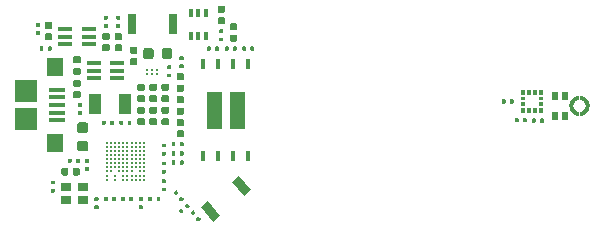
<source format=gtp>
G04 #@! TF.GenerationSoftware,KiCad,Pcbnew,(5.1.5-0-10_14)*
G04 #@! TF.CreationDate,2020-08-04T13:19:53-04:00*
G04 #@! TF.ProjectId,shio,7368696f-2e6b-4696-9361-645f70636258,rev?*
G04 #@! TF.SameCoordinates,Original*
G04 #@! TF.FileFunction,Paste,Top*
G04 #@! TF.FilePolarity,Positive*
%FSLAX46Y46*%
G04 Gerber Fmt 4.6, Leading zero omitted, Abs format (unit mm)*
G04 Created by KiCad (PCBNEW (5.1.5-0-10_14)) date 2020-08-04 13:19:53*
%MOMM*%
%LPD*%
G04 APERTURE LIST*
%ADD10C,0.001000*%
%ADD11C,0.010000*%
%ADD12C,0.200000*%
%ADD13R,0.800000X1.700000*%
%ADD14C,0.100000*%
%ADD15R,1.900000X1.900000*%
%ADD16R,1.400000X1.600000*%
%ADD17R,1.350000X0.400000*%
%ADD18R,0.900000X0.800000*%
%ADD19R,1.168400X0.355600*%
%ADD20C,0.304800*%
%ADD21R,0.440000X0.940000*%
%ADD22R,1.000000X1.800000*%
%ADD23R,0.400000X0.650000*%
G04 APERTURE END LIST*
D10*
G36*
X184070000Y-98880000D02*
G01*
X184492000Y-98880000D01*
X184492000Y-99505000D01*
X184070000Y-99505000D01*
X184070000Y-98880000D01*
G37*
X184070000Y-98880000D02*
X184492000Y-98880000D01*
X184492000Y-99505000D01*
X184070000Y-99505000D01*
X184070000Y-98880000D01*
G36*
X184892000Y-98880000D02*
G01*
X185314000Y-98880000D01*
X185314000Y-99505000D01*
X184892000Y-99505000D01*
X184892000Y-98880000D01*
G37*
X184892000Y-98880000D02*
X185314000Y-98880000D01*
X185314000Y-99505000D01*
X184892000Y-99505000D01*
X184892000Y-98880000D01*
G36*
X184070000Y-100555000D02*
G01*
X184492000Y-100555000D01*
X184492000Y-101180000D01*
X184070000Y-101180000D01*
X184070000Y-100555000D01*
G37*
X184070000Y-100555000D02*
X184492000Y-100555000D01*
X184492000Y-101180000D01*
X184070000Y-101180000D01*
X184070000Y-100555000D01*
G36*
X184892000Y-100555000D02*
G01*
X185314000Y-100555000D01*
X185314000Y-101180000D01*
X184892000Y-101180000D01*
X184892000Y-100555000D01*
G37*
X184892000Y-100555000D02*
X185314000Y-100555000D01*
X185314000Y-101180000D01*
X184892000Y-101180000D01*
X184892000Y-100555000D01*
G36*
X185795000Y-99980000D02*
G01*
X185797663Y-99956500D01*
X185801770Y-99930569D01*
X185807079Y-99904858D01*
X185813579Y-99879421D01*
X185821255Y-99854314D01*
X185830090Y-99829592D01*
X185840067Y-99805307D01*
X185851162Y-99781513D01*
X185863353Y-99758261D01*
X185876612Y-99735601D01*
X185890911Y-99713582D01*
X185906218Y-99692253D01*
X185922502Y-99671659D01*
X185939726Y-99651845D01*
X185957854Y-99632854D01*
X185976845Y-99614726D01*
X185996659Y-99597502D01*
X186017253Y-99581218D01*
X186038582Y-99565911D01*
X186060601Y-99551612D01*
X186083261Y-99538353D01*
X186106513Y-99526162D01*
X186130307Y-99515067D01*
X186154592Y-99505090D01*
X186179314Y-99496255D01*
X186204421Y-99488579D01*
X186229858Y-99482079D01*
X186255569Y-99476770D01*
X186281500Y-99472663D01*
X186305000Y-99470000D01*
X186305000Y-99220000D01*
X186266494Y-99222979D01*
X186227523Y-99227902D01*
X186188840Y-99234723D01*
X186150535Y-99243425D01*
X186112702Y-99253989D01*
X186075430Y-99266387D01*
X186038808Y-99280592D01*
X186002923Y-99296569D01*
X185967862Y-99314280D01*
X185933708Y-99333682D01*
X185900542Y-99354729D01*
X185868445Y-99377372D01*
X185837491Y-99401555D01*
X185807756Y-99427222D01*
X185779310Y-99454310D01*
X185752222Y-99482756D01*
X185726555Y-99512491D01*
X185702372Y-99543445D01*
X185679729Y-99575542D01*
X185658682Y-99608708D01*
X185639280Y-99642862D01*
X185621569Y-99677923D01*
X185605592Y-99713808D01*
X185591387Y-99750430D01*
X185578989Y-99787702D01*
X185568425Y-99825535D01*
X185559723Y-99863840D01*
X185552902Y-99902523D01*
X185547979Y-99941494D01*
X185545000Y-99980000D01*
X185795000Y-99980000D01*
G37*
X185795000Y-99980000D02*
X185797663Y-99956500D01*
X185801770Y-99930569D01*
X185807079Y-99904858D01*
X185813579Y-99879421D01*
X185821255Y-99854314D01*
X185830090Y-99829592D01*
X185840067Y-99805307D01*
X185851162Y-99781513D01*
X185863353Y-99758261D01*
X185876612Y-99735601D01*
X185890911Y-99713582D01*
X185906218Y-99692253D01*
X185922502Y-99671659D01*
X185939726Y-99651845D01*
X185957854Y-99632854D01*
X185976845Y-99614726D01*
X185996659Y-99597502D01*
X186017253Y-99581218D01*
X186038582Y-99565911D01*
X186060601Y-99551612D01*
X186083261Y-99538353D01*
X186106513Y-99526162D01*
X186130307Y-99515067D01*
X186154592Y-99505090D01*
X186179314Y-99496255D01*
X186204421Y-99488579D01*
X186229858Y-99482079D01*
X186255569Y-99476770D01*
X186281500Y-99472663D01*
X186305000Y-99470000D01*
X186305000Y-99220000D01*
X186266494Y-99222979D01*
X186227523Y-99227902D01*
X186188840Y-99234723D01*
X186150535Y-99243425D01*
X186112702Y-99253989D01*
X186075430Y-99266387D01*
X186038808Y-99280592D01*
X186002923Y-99296569D01*
X185967862Y-99314280D01*
X185933708Y-99333682D01*
X185900542Y-99354729D01*
X185868445Y-99377372D01*
X185837491Y-99401555D01*
X185807756Y-99427222D01*
X185779310Y-99454310D01*
X185752222Y-99482756D01*
X185726555Y-99512491D01*
X185702372Y-99543445D01*
X185679729Y-99575542D01*
X185658682Y-99608708D01*
X185639280Y-99642862D01*
X185621569Y-99677923D01*
X185605592Y-99713808D01*
X185591387Y-99750430D01*
X185578989Y-99787702D01*
X185568425Y-99825535D01*
X185559723Y-99863840D01*
X185552902Y-99902523D01*
X185547979Y-99941494D01*
X185545000Y-99980000D01*
X185795000Y-99980000D01*
G36*
X186305000Y-100590000D02*
G01*
X186281500Y-100587337D01*
X186255569Y-100583230D01*
X186229858Y-100577921D01*
X186204421Y-100571421D01*
X186179314Y-100563745D01*
X186154592Y-100554910D01*
X186130307Y-100544933D01*
X186106513Y-100533838D01*
X186083261Y-100521647D01*
X186060601Y-100508388D01*
X186038582Y-100494089D01*
X186017253Y-100478782D01*
X185996659Y-100462498D01*
X185976845Y-100445274D01*
X185957854Y-100427146D01*
X185939726Y-100408155D01*
X185922502Y-100388341D01*
X185906218Y-100367747D01*
X185890911Y-100346418D01*
X185876612Y-100324399D01*
X185863353Y-100301739D01*
X185851162Y-100278487D01*
X185840067Y-100254693D01*
X185830090Y-100230408D01*
X185821255Y-100205686D01*
X185813579Y-100180579D01*
X185807079Y-100155142D01*
X185801770Y-100129431D01*
X185797663Y-100103500D01*
X185795000Y-100080000D01*
X185545000Y-100080000D01*
X185547979Y-100118506D01*
X185552902Y-100157477D01*
X185559723Y-100196160D01*
X185568425Y-100234465D01*
X185578989Y-100272298D01*
X185591387Y-100309570D01*
X185605592Y-100346192D01*
X185621569Y-100382077D01*
X185639280Y-100417138D01*
X185658682Y-100451292D01*
X185679729Y-100484458D01*
X185702372Y-100516555D01*
X185726555Y-100547509D01*
X185752222Y-100577244D01*
X185779310Y-100605690D01*
X185807756Y-100632778D01*
X185837491Y-100658445D01*
X185868445Y-100682628D01*
X185900542Y-100705271D01*
X185933708Y-100726318D01*
X185967862Y-100745720D01*
X186002923Y-100763431D01*
X186038808Y-100779408D01*
X186075430Y-100793613D01*
X186112702Y-100806011D01*
X186150535Y-100816575D01*
X186188840Y-100825277D01*
X186227523Y-100832098D01*
X186266494Y-100837021D01*
X186305000Y-100840000D01*
X186305000Y-100590000D01*
G37*
X186305000Y-100590000D02*
X186281500Y-100587337D01*
X186255569Y-100583230D01*
X186229858Y-100577921D01*
X186204421Y-100571421D01*
X186179314Y-100563745D01*
X186154592Y-100554910D01*
X186130307Y-100544933D01*
X186106513Y-100533838D01*
X186083261Y-100521647D01*
X186060601Y-100508388D01*
X186038582Y-100494089D01*
X186017253Y-100478782D01*
X185996659Y-100462498D01*
X185976845Y-100445274D01*
X185957854Y-100427146D01*
X185939726Y-100408155D01*
X185922502Y-100388341D01*
X185906218Y-100367747D01*
X185890911Y-100346418D01*
X185876612Y-100324399D01*
X185863353Y-100301739D01*
X185851162Y-100278487D01*
X185840067Y-100254693D01*
X185830090Y-100230408D01*
X185821255Y-100205686D01*
X185813579Y-100180579D01*
X185807079Y-100155142D01*
X185801770Y-100129431D01*
X185797663Y-100103500D01*
X185795000Y-100080000D01*
X185545000Y-100080000D01*
X185547979Y-100118506D01*
X185552902Y-100157477D01*
X185559723Y-100196160D01*
X185568425Y-100234465D01*
X185578989Y-100272298D01*
X185591387Y-100309570D01*
X185605592Y-100346192D01*
X185621569Y-100382077D01*
X185639280Y-100417138D01*
X185658682Y-100451292D01*
X185679729Y-100484458D01*
X185702372Y-100516555D01*
X185726555Y-100547509D01*
X185752222Y-100577244D01*
X185779310Y-100605690D01*
X185807756Y-100632778D01*
X185837491Y-100658445D01*
X185868445Y-100682628D01*
X185900542Y-100705271D01*
X185933708Y-100726318D01*
X185967862Y-100745720D01*
X186002923Y-100763431D01*
X186038808Y-100779408D01*
X186075430Y-100793613D01*
X186112702Y-100806011D01*
X186150535Y-100816575D01*
X186188840Y-100825277D01*
X186227523Y-100832098D01*
X186266494Y-100837021D01*
X186305000Y-100840000D01*
X186305000Y-100590000D01*
G36*
X186915000Y-100080000D02*
G01*
X186912337Y-100103500D01*
X186908230Y-100129431D01*
X186902921Y-100155142D01*
X186896421Y-100180579D01*
X186888745Y-100205686D01*
X186879910Y-100230408D01*
X186869933Y-100254693D01*
X186858838Y-100278487D01*
X186846647Y-100301739D01*
X186833388Y-100324399D01*
X186819089Y-100346418D01*
X186803782Y-100367747D01*
X186787498Y-100388341D01*
X186770274Y-100408155D01*
X186752146Y-100427146D01*
X186733155Y-100445274D01*
X186713341Y-100462498D01*
X186692747Y-100478782D01*
X186671418Y-100494089D01*
X186649399Y-100508388D01*
X186626739Y-100521647D01*
X186603487Y-100533838D01*
X186579693Y-100544933D01*
X186555408Y-100554910D01*
X186530686Y-100563745D01*
X186505579Y-100571421D01*
X186480142Y-100577921D01*
X186454431Y-100583230D01*
X186428500Y-100587337D01*
X186405000Y-100590000D01*
X186405000Y-100840000D01*
X186443506Y-100837021D01*
X186482477Y-100832098D01*
X186521160Y-100825277D01*
X186559465Y-100816575D01*
X186597298Y-100806011D01*
X186634570Y-100793613D01*
X186671192Y-100779408D01*
X186707077Y-100763431D01*
X186742138Y-100745720D01*
X186776292Y-100726318D01*
X186809458Y-100705271D01*
X186841555Y-100682628D01*
X186872509Y-100658445D01*
X186902244Y-100632778D01*
X186930690Y-100605690D01*
X186957778Y-100577244D01*
X186983445Y-100547509D01*
X187007628Y-100516555D01*
X187030271Y-100484458D01*
X187051318Y-100451292D01*
X187070720Y-100417138D01*
X187088431Y-100382077D01*
X187104408Y-100346192D01*
X187118613Y-100309570D01*
X187131011Y-100272298D01*
X187141575Y-100234465D01*
X187150277Y-100196160D01*
X187157098Y-100157477D01*
X187162021Y-100118506D01*
X187165000Y-100080000D01*
X186915000Y-100080000D01*
G37*
X186915000Y-100080000D02*
X186912337Y-100103500D01*
X186908230Y-100129431D01*
X186902921Y-100155142D01*
X186896421Y-100180579D01*
X186888745Y-100205686D01*
X186879910Y-100230408D01*
X186869933Y-100254693D01*
X186858838Y-100278487D01*
X186846647Y-100301739D01*
X186833388Y-100324399D01*
X186819089Y-100346418D01*
X186803782Y-100367747D01*
X186787498Y-100388341D01*
X186770274Y-100408155D01*
X186752146Y-100427146D01*
X186733155Y-100445274D01*
X186713341Y-100462498D01*
X186692747Y-100478782D01*
X186671418Y-100494089D01*
X186649399Y-100508388D01*
X186626739Y-100521647D01*
X186603487Y-100533838D01*
X186579693Y-100544933D01*
X186555408Y-100554910D01*
X186530686Y-100563745D01*
X186505579Y-100571421D01*
X186480142Y-100577921D01*
X186454431Y-100583230D01*
X186428500Y-100587337D01*
X186405000Y-100590000D01*
X186405000Y-100840000D01*
X186443506Y-100837021D01*
X186482477Y-100832098D01*
X186521160Y-100825277D01*
X186559465Y-100816575D01*
X186597298Y-100806011D01*
X186634570Y-100793613D01*
X186671192Y-100779408D01*
X186707077Y-100763431D01*
X186742138Y-100745720D01*
X186776292Y-100726318D01*
X186809458Y-100705271D01*
X186841555Y-100682628D01*
X186872509Y-100658445D01*
X186902244Y-100632778D01*
X186930690Y-100605690D01*
X186957778Y-100577244D01*
X186983445Y-100547509D01*
X187007628Y-100516555D01*
X187030271Y-100484458D01*
X187051318Y-100451292D01*
X187070720Y-100417138D01*
X187088431Y-100382077D01*
X187104408Y-100346192D01*
X187118613Y-100309570D01*
X187131011Y-100272298D01*
X187141575Y-100234465D01*
X187150277Y-100196160D01*
X187157098Y-100157477D01*
X187162021Y-100118506D01*
X187165000Y-100080000D01*
X186915000Y-100080000D01*
G36*
X186405000Y-99470000D02*
G01*
X186428500Y-99472663D01*
X186454431Y-99476770D01*
X186480142Y-99482079D01*
X186505579Y-99488579D01*
X186530686Y-99496255D01*
X186555408Y-99505090D01*
X186579693Y-99515067D01*
X186603487Y-99526162D01*
X186626739Y-99538353D01*
X186649399Y-99551612D01*
X186671418Y-99565911D01*
X186692747Y-99581218D01*
X186713341Y-99597502D01*
X186733155Y-99614726D01*
X186752146Y-99632854D01*
X186770274Y-99651845D01*
X186787498Y-99671659D01*
X186803782Y-99692253D01*
X186819089Y-99713582D01*
X186833388Y-99735601D01*
X186846647Y-99758261D01*
X186858838Y-99781513D01*
X186869933Y-99805307D01*
X186879910Y-99829592D01*
X186888745Y-99854314D01*
X186896421Y-99879421D01*
X186902921Y-99904858D01*
X186908230Y-99930569D01*
X186912337Y-99956500D01*
X186915000Y-99980000D01*
X187165000Y-99980000D01*
X187162021Y-99941494D01*
X187157098Y-99902523D01*
X187150277Y-99863840D01*
X187141575Y-99825535D01*
X187131011Y-99787702D01*
X187118613Y-99750430D01*
X187104408Y-99713808D01*
X187088431Y-99677923D01*
X187070720Y-99642862D01*
X187051318Y-99608708D01*
X187030271Y-99575542D01*
X187007628Y-99543445D01*
X186983445Y-99512491D01*
X186957778Y-99482756D01*
X186930690Y-99454310D01*
X186902244Y-99427222D01*
X186872509Y-99401555D01*
X186841555Y-99377372D01*
X186809458Y-99354729D01*
X186776292Y-99333682D01*
X186742138Y-99314280D01*
X186707077Y-99296569D01*
X186671192Y-99280592D01*
X186634570Y-99266387D01*
X186597298Y-99253989D01*
X186559465Y-99243425D01*
X186521160Y-99234723D01*
X186482477Y-99227902D01*
X186443506Y-99222979D01*
X186405000Y-99220000D01*
X186405000Y-99470000D01*
G37*
X186405000Y-99470000D02*
X186428500Y-99472663D01*
X186454431Y-99476770D01*
X186480142Y-99482079D01*
X186505579Y-99488579D01*
X186530686Y-99496255D01*
X186555408Y-99505090D01*
X186579693Y-99515067D01*
X186603487Y-99526162D01*
X186626739Y-99538353D01*
X186649399Y-99551612D01*
X186671418Y-99565911D01*
X186692747Y-99581218D01*
X186713341Y-99597502D01*
X186733155Y-99614726D01*
X186752146Y-99632854D01*
X186770274Y-99651845D01*
X186787498Y-99671659D01*
X186803782Y-99692253D01*
X186819089Y-99713582D01*
X186833388Y-99735601D01*
X186846647Y-99758261D01*
X186858838Y-99781513D01*
X186869933Y-99805307D01*
X186879910Y-99829592D01*
X186888745Y-99854314D01*
X186896421Y-99879421D01*
X186902921Y-99904858D01*
X186908230Y-99930569D01*
X186912337Y-99956500D01*
X186915000Y-99980000D01*
X187165000Y-99980000D01*
X187162021Y-99941494D01*
X187157098Y-99902523D01*
X187150277Y-99863840D01*
X187141575Y-99825535D01*
X187131011Y-99787702D01*
X187118613Y-99750430D01*
X187104408Y-99713808D01*
X187088431Y-99677923D01*
X187070720Y-99642862D01*
X187051318Y-99608708D01*
X187030271Y-99575542D01*
X187007628Y-99543445D01*
X186983445Y-99512491D01*
X186957778Y-99482756D01*
X186930690Y-99454310D01*
X186902244Y-99427222D01*
X186872509Y-99401555D01*
X186841555Y-99377372D01*
X186809458Y-99354729D01*
X186776292Y-99333682D01*
X186742138Y-99314280D01*
X186707077Y-99296569D01*
X186671192Y-99280592D01*
X186634570Y-99266387D01*
X186597298Y-99253989D01*
X186559465Y-99243425D01*
X186521160Y-99234723D01*
X186482477Y-99227902D01*
X186443506Y-99222979D01*
X186405000Y-99220000D01*
X186405000Y-99470000D01*
D11*
G36*
X182955000Y-100580000D02*
G01*
X182955000Y-100280000D01*
X183205000Y-100280000D01*
X183205000Y-100580000D01*
X182955000Y-100580000D01*
G37*
X182955000Y-100580000D02*
X182955000Y-100280000D01*
X183205000Y-100280000D01*
X183205000Y-100580000D01*
X182955000Y-100580000D01*
G36*
X182455000Y-100580000D02*
G01*
X182455000Y-100280000D01*
X182705000Y-100280000D01*
X182705000Y-100580000D01*
X182455000Y-100580000D01*
G37*
X182455000Y-100580000D02*
X182455000Y-100280000D01*
X182705000Y-100280000D01*
X182705000Y-100580000D01*
X182455000Y-100580000D01*
G36*
X181955000Y-100580000D02*
G01*
X181955000Y-100280000D01*
X182205000Y-100280000D01*
X182205000Y-100580000D01*
X181955000Y-100580000D01*
G37*
X181955000Y-100580000D02*
X181955000Y-100280000D01*
X182205000Y-100280000D01*
X182205000Y-100580000D01*
X181955000Y-100580000D01*
G36*
X181455000Y-100580000D02*
G01*
X181455000Y-100280000D01*
X181705000Y-100280000D01*
X181705000Y-100580000D01*
X181455000Y-100580000D01*
G37*
X181455000Y-100580000D02*
X181455000Y-100280000D01*
X181705000Y-100280000D01*
X181705000Y-100580000D01*
X181455000Y-100580000D01*
G36*
X181455000Y-99030000D02*
G01*
X181455000Y-98730000D01*
X181705000Y-98730000D01*
X181705000Y-99030000D01*
X181455000Y-99030000D01*
G37*
X181455000Y-99030000D02*
X181455000Y-98730000D01*
X181705000Y-98730000D01*
X181705000Y-99030000D01*
X181455000Y-99030000D01*
G36*
X181955000Y-99030000D02*
G01*
X181955000Y-98730000D01*
X182205000Y-98730000D01*
X182205000Y-99030000D01*
X181955000Y-99030000D01*
G37*
X181955000Y-99030000D02*
X181955000Y-98730000D01*
X182205000Y-98730000D01*
X182205000Y-99030000D01*
X181955000Y-99030000D01*
G36*
X182455000Y-99030000D02*
G01*
X182455000Y-98730000D01*
X182705000Y-98730000D01*
X182705000Y-99030000D01*
X182455000Y-99030000D01*
G37*
X182455000Y-99030000D02*
X182455000Y-98730000D01*
X182705000Y-98730000D01*
X182705000Y-99030000D01*
X182455000Y-99030000D01*
G36*
X182955000Y-99030000D02*
G01*
X182955000Y-98730000D01*
X183205000Y-98730000D01*
X183205000Y-99030000D01*
X182955000Y-99030000D01*
G37*
X182955000Y-99030000D02*
X182955000Y-98730000D01*
X183205000Y-98730000D01*
X183205000Y-99030000D01*
X182955000Y-99030000D01*
G36*
X182955000Y-100030000D02*
G01*
X182955000Y-99780000D01*
X183255000Y-99780000D01*
X183255000Y-100030000D01*
X182955000Y-100030000D01*
G37*
X182955000Y-100030000D02*
X182955000Y-99780000D01*
X183255000Y-99780000D01*
X183255000Y-100030000D01*
X182955000Y-100030000D01*
G36*
X182955000Y-99530000D02*
G01*
X182955000Y-99280000D01*
X183255000Y-99280000D01*
X183255000Y-99530000D01*
X182955000Y-99530000D01*
G37*
X182955000Y-99530000D02*
X182955000Y-99280000D01*
X183255000Y-99280000D01*
X183255000Y-99530000D01*
X182955000Y-99530000D01*
G36*
X181405000Y-100030000D02*
G01*
X181405000Y-99780000D01*
X181705000Y-99780000D01*
X181705000Y-100030000D01*
X181405000Y-100030000D01*
G37*
X181405000Y-100030000D02*
X181405000Y-99780000D01*
X181705000Y-99780000D01*
X181705000Y-100030000D01*
X181405000Y-100030000D01*
G36*
X181405000Y-99530000D02*
G01*
X181405000Y-99280000D01*
X181705000Y-99280000D01*
X181705000Y-99530000D01*
X181405000Y-99530000D01*
G37*
X181405000Y-99530000D02*
X181405000Y-99280000D01*
X181705000Y-99280000D01*
X181705000Y-99530000D01*
X181405000Y-99530000D01*
G36*
X154865000Y-101985000D02*
G01*
X154865000Y-100385000D01*
X156015000Y-100385000D01*
X156015000Y-101985000D01*
X154865000Y-101985000D01*
G37*
X154865000Y-101985000D02*
X154865000Y-100385000D01*
X156015000Y-100385000D01*
X156015000Y-101985000D01*
X154865000Y-101985000D01*
G36*
X156835000Y-101985000D02*
G01*
X156835000Y-100385000D01*
X157985000Y-100385000D01*
X157985000Y-101985000D01*
X156835000Y-101985000D01*
G37*
X156835000Y-101985000D02*
X156835000Y-100385000D01*
X157985000Y-100385000D01*
X157985000Y-101985000D01*
X156835000Y-101985000D01*
G36*
X154865000Y-100465000D02*
G01*
X154865000Y-98865000D01*
X156015000Y-98865000D01*
X156015000Y-100465000D01*
X154865000Y-100465000D01*
G37*
X154865000Y-100465000D02*
X154865000Y-98865000D01*
X156015000Y-98865000D01*
X156015000Y-100465000D01*
X154865000Y-100465000D01*
G36*
X156835000Y-100465000D02*
G01*
X156835000Y-98865000D01*
X157985000Y-98865000D01*
X157985000Y-100465000D01*
X156835000Y-100465000D01*
G37*
X156835000Y-100465000D02*
X156835000Y-98865000D01*
X157985000Y-98865000D01*
X157985000Y-100465000D01*
X156835000Y-100465000D01*
D12*
X146375000Y-106325000D03*
X146375000Y-105975000D03*
X146375000Y-105625000D03*
X146375000Y-105275000D03*
X146375000Y-104925000D03*
X146375000Y-104575000D03*
X146375000Y-104225000D03*
X146375000Y-103875000D03*
X146375000Y-103525000D03*
X146375000Y-103175000D03*
X146725000Y-105625000D03*
X146725000Y-105275000D03*
X146725000Y-104925000D03*
X146725000Y-104575000D03*
X146725000Y-104225000D03*
X146725000Y-103875000D03*
X146725000Y-103525000D03*
X146725000Y-103175000D03*
X147075000Y-106325000D03*
X147075000Y-105975000D03*
X147075000Y-105275000D03*
X147075000Y-104925000D03*
X147075000Y-104575000D03*
X147075000Y-104225000D03*
X147075000Y-103875000D03*
X147075000Y-103525000D03*
X147075000Y-103175000D03*
X147425000Y-105625000D03*
X147425000Y-105275000D03*
X147425000Y-104925000D03*
X147425000Y-104575000D03*
X147425000Y-104225000D03*
X147425000Y-103875000D03*
X147425000Y-103525000D03*
X147425000Y-103175000D03*
X147775000Y-106325000D03*
X147775000Y-105975000D03*
X147775000Y-105625000D03*
X147775000Y-105275000D03*
X147775000Y-104925000D03*
X147775000Y-104575000D03*
X147775000Y-104225000D03*
X147775000Y-103875000D03*
X147775000Y-103525000D03*
X147775000Y-103175000D03*
X148125000Y-106325000D03*
X148125000Y-105975000D03*
X148125000Y-105625000D03*
X148125000Y-105275000D03*
X148125000Y-104925000D03*
X148125000Y-104575000D03*
X148125000Y-104225000D03*
X148125000Y-103875000D03*
X148125000Y-103525000D03*
X148125000Y-103175000D03*
X148475000Y-106325000D03*
X148475000Y-105975000D03*
X148475000Y-105625000D03*
X148475000Y-105275000D03*
X148475000Y-104925000D03*
X148475000Y-104575000D03*
X148475000Y-104225000D03*
X148475000Y-103875000D03*
X148475000Y-103525000D03*
X148475000Y-103175000D03*
X148825000Y-106325000D03*
X148825000Y-105975000D03*
X148825000Y-105275000D03*
X148825000Y-104925000D03*
X148825000Y-104575000D03*
X148825000Y-104225000D03*
X148825000Y-103875000D03*
X148825000Y-103525000D03*
X148825000Y-103175000D03*
X149175000Y-106325000D03*
X149175000Y-105975000D03*
X149175000Y-105625000D03*
X149175000Y-105275000D03*
X149175000Y-104925000D03*
X149175000Y-104575000D03*
X149175000Y-104225000D03*
X149175000Y-103875000D03*
X149175000Y-103525000D03*
X149175000Y-103175000D03*
X149525000Y-106325000D03*
X149525000Y-105975000D03*
X149525000Y-105625000D03*
X149525000Y-105275000D03*
X149525000Y-104925000D03*
X149525000Y-104575000D03*
X149525000Y-104225000D03*
X149525000Y-103875000D03*
X149525000Y-103525000D03*
X149525000Y-103175000D03*
D13*
X151950000Y-93100000D03*
X148550000Y-93100000D03*
D14*
G36*
X180062292Y-99520383D02*
G01*
X180070010Y-99521528D01*
X180077578Y-99523423D01*
X180084923Y-99526052D01*
X180091976Y-99529387D01*
X180098668Y-99533398D01*
X180104934Y-99538046D01*
X180110715Y-99543285D01*
X180115954Y-99549066D01*
X180120602Y-99555332D01*
X180124613Y-99562024D01*
X180127948Y-99569077D01*
X180130577Y-99576422D01*
X180132472Y-99583990D01*
X180133617Y-99591708D01*
X180134000Y-99599500D01*
X180134000Y-99800500D01*
X180133617Y-99808292D01*
X180132472Y-99816010D01*
X180130577Y-99823578D01*
X180127948Y-99830923D01*
X180124613Y-99837976D01*
X180120602Y-99844668D01*
X180115954Y-99850934D01*
X180110715Y-99856715D01*
X180104934Y-99861954D01*
X180098668Y-99866602D01*
X180091976Y-99870613D01*
X180084923Y-99873948D01*
X180077578Y-99876577D01*
X180070010Y-99878472D01*
X180062292Y-99879617D01*
X180054500Y-99880000D01*
X179895500Y-99880000D01*
X179887708Y-99879617D01*
X179879990Y-99878472D01*
X179872422Y-99876577D01*
X179865077Y-99873948D01*
X179858024Y-99870613D01*
X179851332Y-99866602D01*
X179845066Y-99861954D01*
X179839285Y-99856715D01*
X179834046Y-99850934D01*
X179829398Y-99844668D01*
X179825387Y-99837976D01*
X179822052Y-99830923D01*
X179819423Y-99823578D01*
X179817528Y-99816010D01*
X179816383Y-99808292D01*
X179816000Y-99800500D01*
X179816000Y-99599500D01*
X179816383Y-99591708D01*
X179817528Y-99583990D01*
X179819423Y-99576422D01*
X179822052Y-99569077D01*
X179825387Y-99562024D01*
X179829398Y-99555332D01*
X179834046Y-99549066D01*
X179839285Y-99543285D01*
X179845066Y-99538046D01*
X179851332Y-99533398D01*
X179858024Y-99529387D01*
X179865077Y-99526052D01*
X179872422Y-99523423D01*
X179879990Y-99521528D01*
X179887708Y-99520383D01*
X179895500Y-99520000D01*
X180054500Y-99520000D01*
X180062292Y-99520383D01*
G37*
G36*
X180752292Y-99520383D02*
G01*
X180760010Y-99521528D01*
X180767578Y-99523423D01*
X180774923Y-99526052D01*
X180781976Y-99529387D01*
X180788668Y-99533398D01*
X180794934Y-99538046D01*
X180800715Y-99543285D01*
X180805954Y-99549066D01*
X180810602Y-99555332D01*
X180814613Y-99562024D01*
X180817948Y-99569077D01*
X180820577Y-99576422D01*
X180822472Y-99583990D01*
X180823617Y-99591708D01*
X180824000Y-99599500D01*
X180824000Y-99800500D01*
X180823617Y-99808292D01*
X180822472Y-99816010D01*
X180820577Y-99823578D01*
X180817948Y-99830923D01*
X180814613Y-99837976D01*
X180810602Y-99844668D01*
X180805954Y-99850934D01*
X180800715Y-99856715D01*
X180794934Y-99861954D01*
X180788668Y-99866602D01*
X180781976Y-99870613D01*
X180774923Y-99873948D01*
X180767578Y-99876577D01*
X180760010Y-99878472D01*
X180752292Y-99879617D01*
X180744500Y-99880000D01*
X180585500Y-99880000D01*
X180577708Y-99879617D01*
X180569990Y-99878472D01*
X180562422Y-99876577D01*
X180555077Y-99873948D01*
X180548024Y-99870613D01*
X180541332Y-99866602D01*
X180535066Y-99861954D01*
X180529285Y-99856715D01*
X180524046Y-99850934D01*
X180519398Y-99844668D01*
X180515387Y-99837976D01*
X180512052Y-99830923D01*
X180509423Y-99823578D01*
X180507528Y-99816010D01*
X180506383Y-99808292D01*
X180506000Y-99800500D01*
X180506000Y-99599500D01*
X180506383Y-99591708D01*
X180507528Y-99583990D01*
X180509423Y-99576422D01*
X180512052Y-99569077D01*
X180515387Y-99562024D01*
X180519398Y-99555332D01*
X180524046Y-99549066D01*
X180529285Y-99543285D01*
X180535066Y-99538046D01*
X180541332Y-99533398D01*
X180548024Y-99529387D01*
X180555077Y-99526052D01*
X180562422Y-99523423D01*
X180569990Y-99521528D01*
X180577708Y-99520383D01*
X180585500Y-99520000D01*
X180744500Y-99520000D01*
X180752292Y-99520383D01*
G37*
G36*
X181162292Y-101120383D02*
G01*
X181170010Y-101121528D01*
X181177578Y-101123423D01*
X181184923Y-101126052D01*
X181191976Y-101129387D01*
X181198668Y-101133398D01*
X181204934Y-101138046D01*
X181210715Y-101143285D01*
X181215954Y-101149066D01*
X181220602Y-101155332D01*
X181224613Y-101162024D01*
X181227948Y-101169077D01*
X181230577Y-101176422D01*
X181232472Y-101183990D01*
X181233617Y-101191708D01*
X181234000Y-101199500D01*
X181234000Y-101400500D01*
X181233617Y-101408292D01*
X181232472Y-101416010D01*
X181230577Y-101423578D01*
X181227948Y-101430923D01*
X181224613Y-101437976D01*
X181220602Y-101444668D01*
X181215954Y-101450934D01*
X181210715Y-101456715D01*
X181204934Y-101461954D01*
X181198668Y-101466602D01*
X181191976Y-101470613D01*
X181184923Y-101473948D01*
X181177578Y-101476577D01*
X181170010Y-101478472D01*
X181162292Y-101479617D01*
X181154500Y-101480000D01*
X180995500Y-101480000D01*
X180987708Y-101479617D01*
X180979990Y-101478472D01*
X180972422Y-101476577D01*
X180965077Y-101473948D01*
X180958024Y-101470613D01*
X180951332Y-101466602D01*
X180945066Y-101461954D01*
X180939285Y-101456715D01*
X180934046Y-101450934D01*
X180929398Y-101444668D01*
X180925387Y-101437976D01*
X180922052Y-101430923D01*
X180919423Y-101423578D01*
X180917528Y-101416010D01*
X180916383Y-101408292D01*
X180916000Y-101400500D01*
X180916000Y-101199500D01*
X180916383Y-101191708D01*
X180917528Y-101183990D01*
X180919423Y-101176422D01*
X180922052Y-101169077D01*
X180925387Y-101162024D01*
X180929398Y-101155332D01*
X180934046Y-101149066D01*
X180939285Y-101143285D01*
X180945066Y-101138046D01*
X180951332Y-101133398D01*
X180958024Y-101129387D01*
X180965077Y-101126052D01*
X180972422Y-101123423D01*
X180979990Y-101121528D01*
X180987708Y-101120383D01*
X180995500Y-101120000D01*
X181154500Y-101120000D01*
X181162292Y-101120383D01*
G37*
G36*
X181852292Y-101120383D02*
G01*
X181860010Y-101121528D01*
X181867578Y-101123423D01*
X181874923Y-101126052D01*
X181881976Y-101129387D01*
X181888668Y-101133398D01*
X181894934Y-101138046D01*
X181900715Y-101143285D01*
X181905954Y-101149066D01*
X181910602Y-101155332D01*
X181914613Y-101162024D01*
X181917948Y-101169077D01*
X181920577Y-101176422D01*
X181922472Y-101183990D01*
X181923617Y-101191708D01*
X181924000Y-101199500D01*
X181924000Y-101400500D01*
X181923617Y-101408292D01*
X181922472Y-101416010D01*
X181920577Y-101423578D01*
X181917948Y-101430923D01*
X181914613Y-101437976D01*
X181910602Y-101444668D01*
X181905954Y-101450934D01*
X181900715Y-101456715D01*
X181894934Y-101461954D01*
X181888668Y-101466602D01*
X181881976Y-101470613D01*
X181874923Y-101473948D01*
X181867578Y-101476577D01*
X181860010Y-101478472D01*
X181852292Y-101479617D01*
X181844500Y-101480000D01*
X181685500Y-101480000D01*
X181677708Y-101479617D01*
X181669990Y-101478472D01*
X181662422Y-101476577D01*
X181655077Y-101473948D01*
X181648024Y-101470613D01*
X181641332Y-101466602D01*
X181635066Y-101461954D01*
X181629285Y-101456715D01*
X181624046Y-101450934D01*
X181619398Y-101444668D01*
X181615387Y-101437976D01*
X181612052Y-101430923D01*
X181609423Y-101423578D01*
X181607528Y-101416010D01*
X181606383Y-101408292D01*
X181606000Y-101400500D01*
X181606000Y-101199500D01*
X181606383Y-101191708D01*
X181607528Y-101183990D01*
X181609423Y-101176422D01*
X181612052Y-101169077D01*
X181615387Y-101162024D01*
X181619398Y-101155332D01*
X181624046Y-101149066D01*
X181629285Y-101143285D01*
X181635066Y-101138046D01*
X181641332Y-101133398D01*
X181648024Y-101129387D01*
X181655077Y-101126052D01*
X181662422Y-101123423D01*
X181669990Y-101121528D01*
X181677708Y-101120383D01*
X181685500Y-101120000D01*
X181844500Y-101120000D01*
X181852292Y-101120383D01*
G37*
G36*
X152653944Y-108774476D02*
G01*
X152661673Y-108775536D01*
X152669261Y-108777349D01*
X152676635Y-108779897D01*
X152683724Y-108783156D01*
X152690459Y-108787093D01*
X152696776Y-108791672D01*
X152702613Y-108796848D01*
X152707915Y-108802571D01*
X152837116Y-108956546D01*
X152841832Y-108962762D01*
X152845916Y-108969409D01*
X152849328Y-108976425D01*
X152852036Y-108983742D01*
X152854015Y-108991289D01*
X152855243Y-108998993D01*
X152855711Y-109006781D01*
X152855413Y-109014577D01*
X152854353Y-109022306D01*
X152852540Y-109029894D01*
X152849992Y-109037268D01*
X152846733Y-109044357D01*
X152842796Y-109051092D01*
X152838217Y-109057409D01*
X152833041Y-109063246D01*
X152827318Y-109068549D01*
X152705517Y-109170752D01*
X152699301Y-109175467D01*
X152692654Y-109179551D01*
X152685638Y-109182963D01*
X152678321Y-109185672D01*
X152670774Y-109187650D01*
X152663070Y-109188878D01*
X152655282Y-109189346D01*
X152647486Y-109189048D01*
X152639757Y-109187988D01*
X152632169Y-109186175D01*
X152624795Y-109183627D01*
X152617706Y-109180368D01*
X152610971Y-109176431D01*
X152604654Y-109171852D01*
X152598817Y-109166676D01*
X152593515Y-109160953D01*
X152464314Y-109006978D01*
X152459598Y-109000762D01*
X152455514Y-108994115D01*
X152452102Y-108987099D01*
X152449394Y-108979782D01*
X152447415Y-108972235D01*
X152446187Y-108964531D01*
X152445719Y-108956743D01*
X152446017Y-108948947D01*
X152447077Y-108941218D01*
X152448890Y-108933630D01*
X152451438Y-108926256D01*
X152454697Y-108919167D01*
X152458634Y-108912432D01*
X152463213Y-108906115D01*
X152468389Y-108900278D01*
X152474112Y-108894975D01*
X152595913Y-108792772D01*
X152602129Y-108788057D01*
X152608776Y-108783973D01*
X152615792Y-108780561D01*
X152623109Y-108777852D01*
X152630656Y-108775874D01*
X152638360Y-108774646D01*
X152646148Y-108774178D01*
X152653944Y-108774476D01*
G37*
G36*
X153182514Y-108330952D02*
G01*
X153190243Y-108332012D01*
X153197831Y-108333825D01*
X153205205Y-108336373D01*
X153212294Y-108339632D01*
X153219029Y-108343569D01*
X153225346Y-108348148D01*
X153231183Y-108353324D01*
X153236485Y-108359047D01*
X153365686Y-108513022D01*
X153370402Y-108519238D01*
X153374486Y-108525885D01*
X153377898Y-108532901D01*
X153380606Y-108540218D01*
X153382585Y-108547765D01*
X153383813Y-108555469D01*
X153384281Y-108563257D01*
X153383983Y-108571053D01*
X153382923Y-108578782D01*
X153381110Y-108586370D01*
X153378562Y-108593744D01*
X153375303Y-108600833D01*
X153371366Y-108607568D01*
X153366787Y-108613885D01*
X153361611Y-108619722D01*
X153355888Y-108625025D01*
X153234087Y-108727228D01*
X153227871Y-108731943D01*
X153221224Y-108736027D01*
X153214208Y-108739439D01*
X153206891Y-108742148D01*
X153199344Y-108744126D01*
X153191640Y-108745354D01*
X153183852Y-108745822D01*
X153176056Y-108745524D01*
X153168327Y-108744464D01*
X153160739Y-108742651D01*
X153153365Y-108740103D01*
X153146276Y-108736844D01*
X153139541Y-108732907D01*
X153133224Y-108728328D01*
X153127387Y-108723152D01*
X153122085Y-108717429D01*
X152992884Y-108563454D01*
X152988168Y-108557238D01*
X152984084Y-108550591D01*
X152980672Y-108543575D01*
X152977964Y-108536258D01*
X152975985Y-108528711D01*
X152974757Y-108521007D01*
X152974289Y-108513219D01*
X152974587Y-108505423D01*
X152975647Y-108497694D01*
X152977460Y-108490106D01*
X152980008Y-108482732D01*
X152983267Y-108475643D01*
X152987204Y-108468908D01*
X152991783Y-108462591D01*
X152996959Y-108456754D01*
X153002682Y-108451451D01*
X153124483Y-108349248D01*
X153130699Y-108344533D01*
X153137346Y-108340449D01*
X153144362Y-108337037D01*
X153151679Y-108334328D01*
X153159226Y-108332350D01*
X153166930Y-108331122D01*
X153174718Y-108330654D01*
X153182514Y-108330952D01*
G37*
G36*
X153706053Y-108921017D02*
G01*
X153713782Y-108922077D01*
X153721370Y-108923890D01*
X153728744Y-108926438D01*
X153735833Y-108929697D01*
X153742568Y-108933634D01*
X153748885Y-108938213D01*
X153754722Y-108943389D01*
X153760025Y-108949112D01*
X153862228Y-109070913D01*
X153866943Y-109077129D01*
X153871027Y-109083776D01*
X153874439Y-109090792D01*
X153877148Y-109098109D01*
X153879126Y-109105656D01*
X153880354Y-109113360D01*
X153880822Y-109121148D01*
X153880524Y-109128944D01*
X153879464Y-109136673D01*
X153877651Y-109144261D01*
X153875103Y-109151635D01*
X153871844Y-109158724D01*
X153867907Y-109165459D01*
X153863328Y-109171776D01*
X153858152Y-109177613D01*
X153852429Y-109182915D01*
X153698454Y-109312116D01*
X153692238Y-109316832D01*
X153685591Y-109320916D01*
X153678575Y-109324328D01*
X153671258Y-109327036D01*
X153663711Y-109329015D01*
X153656007Y-109330243D01*
X153648219Y-109330711D01*
X153640423Y-109330413D01*
X153632694Y-109329353D01*
X153625106Y-109327540D01*
X153617732Y-109324992D01*
X153610643Y-109321733D01*
X153603908Y-109317796D01*
X153597591Y-109313217D01*
X153591754Y-109308041D01*
X153586451Y-109302318D01*
X153484248Y-109180517D01*
X153479533Y-109174301D01*
X153475449Y-109167654D01*
X153472037Y-109160638D01*
X153469328Y-109153321D01*
X153467350Y-109145774D01*
X153466122Y-109138070D01*
X153465654Y-109130282D01*
X153465952Y-109122486D01*
X153467012Y-109114757D01*
X153468825Y-109107169D01*
X153471373Y-109099795D01*
X153474632Y-109092706D01*
X153478569Y-109085971D01*
X153483148Y-109079654D01*
X153488324Y-109073817D01*
X153494047Y-109068515D01*
X153648022Y-108939314D01*
X153654238Y-108934598D01*
X153660885Y-108930514D01*
X153667901Y-108927102D01*
X153675218Y-108924394D01*
X153682765Y-108922415D01*
X153690469Y-108921187D01*
X153698257Y-108920719D01*
X153706053Y-108921017D01*
G37*
G36*
X154149577Y-109449587D02*
G01*
X154157306Y-109450647D01*
X154164894Y-109452460D01*
X154172268Y-109455008D01*
X154179357Y-109458267D01*
X154186092Y-109462204D01*
X154192409Y-109466783D01*
X154198246Y-109471959D01*
X154203549Y-109477682D01*
X154305752Y-109599483D01*
X154310467Y-109605699D01*
X154314551Y-109612346D01*
X154317963Y-109619362D01*
X154320672Y-109626679D01*
X154322650Y-109634226D01*
X154323878Y-109641930D01*
X154324346Y-109649718D01*
X154324048Y-109657514D01*
X154322988Y-109665243D01*
X154321175Y-109672831D01*
X154318627Y-109680205D01*
X154315368Y-109687294D01*
X154311431Y-109694029D01*
X154306852Y-109700346D01*
X154301676Y-109706183D01*
X154295953Y-109711485D01*
X154141978Y-109840686D01*
X154135762Y-109845402D01*
X154129115Y-109849486D01*
X154122099Y-109852898D01*
X154114782Y-109855606D01*
X154107235Y-109857585D01*
X154099531Y-109858813D01*
X154091743Y-109859281D01*
X154083947Y-109858983D01*
X154076218Y-109857923D01*
X154068630Y-109856110D01*
X154061256Y-109853562D01*
X154054167Y-109850303D01*
X154047432Y-109846366D01*
X154041115Y-109841787D01*
X154035278Y-109836611D01*
X154029975Y-109830888D01*
X153927772Y-109709087D01*
X153923057Y-109702871D01*
X153918973Y-109696224D01*
X153915561Y-109689208D01*
X153912852Y-109681891D01*
X153910874Y-109674344D01*
X153909646Y-109666640D01*
X153909178Y-109658852D01*
X153909476Y-109651056D01*
X153910536Y-109643327D01*
X153912349Y-109635739D01*
X153914897Y-109628365D01*
X153918156Y-109621276D01*
X153922093Y-109614541D01*
X153926672Y-109608224D01*
X153931848Y-109602387D01*
X153937571Y-109597085D01*
X154091546Y-109467884D01*
X154097762Y-109463168D01*
X154104409Y-109459084D01*
X154111425Y-109455672D01*
X154118742Y-109452964D01*
X154126289Y-109450985D01*
X154133993Y-109449757D01*
X154141781Y-109449289D01*
X154149577Y-109449587D01*
G37*
G36*
X152709577Y-107754587D02*
G01*
X152717306Y-107755647D01*
X152724894Y-107757460D01*
X152732268Y-107760008D01*
X152739357Y-107763267D01*
X152746092Y-107767204D01*
X152752409Y-107771783D01*
X152758246Y-107776959D01*
X152763549Y-107782682D01*
X152865752Y-107904483D01*
X152870467Y-107910699D01*
X152874551Y-107917346D01*
X152877963Y-107924362D01*
X152880672Y-107931679D01*
X152882650Y-107939226D01*
X152883878Y-107946930D01*
X152884346Y-107954718D01*
X152884048Y-107962514D01*
X152882988Y-107970243D01*
X152881175Y-107977831D01*
X152878627Y-107985205D01*
X152875368Y-107992294D01*
X152871431Y-107999029D01*
X152866852Y-108005346D01*
X152861676Y-108011183D01*
X152855953Y-108016485D01*
X152701978Y-108145686D01*
X152695762Y-108150402D01*
X152689115Y-108154486D01*
X152682099Y-108157898D01*
X152674782Y-108160606D01*
X152667235Y-108162585D01*
X152659531Y-108163813D01*
X152651743Y-108164281D01*
X152643947Y-108163983D01*
X152636218Y-108162923D01*
X152628630Y-108161110D01*
X152621256Y-108158562D01*
X152614167Y-108155303D01*
X152607432Y-108151366D01*
X152601115Y-108146787D01*
X152595278Y-108141611D01*
X152589975Y-108135888D01*
X152487772Y-108014087D01*
X152483057Y-108007871D01*
X152478973Y-108001224D01*
X152475561Y-107994208D01*
X152472852Y-107986891D01*
X152470874Y-107979344D01*
X152469646Y-107971640D01*
X152469178Y-107963852D01*
X152469476Y-107956056D01*
X152470536Y-107948327D01*
X152472349Y-107940739D01*
X152474897Y-107933365D01*
X152478156Y-107926276D01*
X152482093Y-107919541D01*
X152486672Y-107913224D01*
X152491848Y-107907387D01*
X152497571Y-107902085D01*
X152651546Y-107772884D01*
X152657762Y-107768168D01*
X152664409Y-107764084D01*
X152671425Y-107760672D01*
X152678742Y-107757964D01*
X152686289Y-107755985D01*
X152693993Y-107754757D01*
X152701781Y-107754289D01*
X152709577Y-107754587D01*
G37*
G36*
X152266053Y-107226017D02*
G01*
X152273782Y-107227077D01*
X152281370Y-107228890D01*
X152288744Y-107231438D01*
X152295833Y-107234697D01*
X152302568Y-107238634D01*
X152308885Y-107243213D01*
X152314722Y-107248389D01*
X152320025Y-107254112D01*
X152422228Y-107375913D01*
X152426943Y-107382129D01*
X152431027Y-107388776D01*
X152434439Y-107395792D01*
X152437148Y-107403109D01*
X152439126Y-107410656D01*
X152440354Y-107418360D01*
X152440822Y-107426148D01*
X152440524Y-107433944D01*
X152439464Y-107441673D01*
X152437651Y-107449261D01*
X152435103Y-107456635D01*
X152431844Y-107463724D01*
X152427907Y-107470459D01*
X152423328Y-107476776D01*
X152418152Y-107482613D01*
X152412429Y-107487915D01*
X152258454Y-107617116D01*
X152252238Y-107621832D01*
X152245591Y-107625916D01*
X152238575Y-107629328D01*
X152231258Y-107632036D01*
X152223711Y-107634015D01*
X152216007Y-107635243D01*
X152208219Y-107635711D01*
X152200423Y-107635413D01*
X152192694Y-107634353D01*
X152185106Y-107632540D01*
X152177732Y-107629992D01*
X152170643Y-107626733D01*
X152163908Y-107622796D01*
X152157591Y-107618217D01*
X152151754Y-107613041D01*
X152146451Y-107607318D01*
X152044248Y-107485517D01*
X152039533Y-107479301D01*
X152035449Y-107472654D01*
X152032037Y-107465638D01*
X152029328Y-107458321D01*
X152027350Y-107450774D01*
X152026122Y-107443070D01*
X152025654Y-107435282D01*
X152025952Y-107427486D01*
X152027012Y-107419757D01*
X152028825Y-107412169D01*
X152031373Y-107404795D01*
X152034632Y-107397706D01*
X152038569Y-107390971D01*
X152043148Y-107384654D01*
X152048324Y-107378817D01*
X152054047Y-107373515D01*
X152208022Y-107244314D01*
X152214238Y-107239598D01*
X152220885Y-107235514D01*
X152227901Y-107232102D01*
X152235218Y-107229394D01*
X152242765Y-107227415D01*
X152250469Y-107226187D01*
X152258257Y-107225719D01*
X152266053Y-107226017D01*
G37*
G36*
X182617292Y-101140383D02*
G01*
X182625010Y-101141528D01*
X182632578Y-101143423D01*
X182639923Y-101146052D01*
X182646976Y-101149387D01*
X182653668Y-101153398D01*
X182659934Y-101158046D01*
X182665715Y-101163285D01*
X182670954Y-101169066D01*
X182675602Y-101175332D01*
X182679613Y-101182024D01*
X182682948Y-101189077D01*
X182685577Y-101196422D01*
X182687472Y-101203990D01*
X182688617Y-101211708D01*
X182689000Y-101219500D01*
X182689000Y-101420500D01*
X182688617Y-101428292D01*
X182687472Y-101436010D01*
X182685577Y-101443578D01*
X182682948Y-101450923D01*
X182679613Y-101457976D01*
X182675602Y-101464668D01*
X182670954Y-101470934D01*
X182665715Y-101476715D01*
X182659934Y-101481954D01*
X182653668Y-101486602D01*
X182646976Y-101490613D01*
X182639923Y-101493948D01*
X182632578Y-101496577D01*
X182625010Y-101498472D01*
X182617292Y-101499617D01*
X182609500Y-101500000D01*
X182450500Y-101500000D01*
X182442708Y-101499617D01*
X182434990Y-101498472D01*
X182427422Y-101496577D01*
X182420077Y-101493948D01*
X182413024Y-101490613D01*
X182406332Y-101486602D01*
X182400066Y-101481954D01*
X182394285Y-101476715D01*
X182389046Y-101470934D01*
X182384398Y-101464668D01*
X182380387Y-101457976D01*
X182377052Y-101450923D01*
X182374423Y-101443578D01*
X182372528Y-101436010D01*
X182371383Y-101428292D01*
X182371000Y-101420500D01*
X182371000Y-101219500D01*
X182371383Y-101211708D01*
X182372528Y-101203990D01*
X182374423Y-101196422D01*
X182377052Y-101189077D01*
X182380387Y-101182024D01*
X182384398Y-101175332D01*
X182389046Y-101169066D01*
X182394285Y-101163285D01*
X182400066Y-101158046D01*
X182406332Y-101153398D01*
X182413024Y-101149387D01*
X182420077Y-101146052D01*
X182427422Y-101143423D01*
X182434990Y-101141528D01*
X182442708Y-101140383D01*
X182450500Y-101140000D01*
X182609500Y-101140000D01*
X182617292Y-101140383D01*
G37*
G36*
X183307292Y-101140383D02*
G01*
X183315010Y-101141528D01*
X183322578Y-101143423D01*
X183329923Y-101146052D01*
X183336976Y-101149387D01*
X183343668Y-101153398D01*
X183349934Y-101158046D01*
X183355715Y-101163285D01*
X183360954Y-101169066D01*
X183365602Y-101175332D01*
X183369613Y-101182024D01*
X183372948Y-101189077D01*
X183375577Y-101196422D01*
X183377472Y-101203990D01*
X183378617Y-101211708D01*
X183379000Y-101219500D01*
X183379000Y-101420500D01*
X183378617Y-101428292D01*
X183377472Y-101436010D01*
X183375577Y-101443578D01*
X183372948Y-101450923D01*
X183369613Y-101457976D01*
X183365602Y-101464668D01*
X183360954Y-101470934D01*
X183355715Y-101476715D01*
X183349934Y-101481954D01*
X183343668Y-101486602D01*
X183336976Y-101490613D01*
X183329923Y-101493948D01*
X183322578Y-101496577D01*
X183315010Y-101498472D01*
X183307292Y-101499617D01*
X183299500Y-101500000D01*
X183140500Y-101500000D01*
X183132708Y-101499617D01*
X183124990Y-101498472D01*
X183117422Y-101496577D01*
X183110077Y-101493948D01*
X183103024Y-101490613D01*
X183096332Y-101486602D01*
X183090066Y-101481954D01*
X183084285Y-101476715D01*
X183079046Y-101470934D01*
X183074398Y-101464668D01*
X183070387Y-101457976D01*
X183067052Y-101450923D01*
X183064423Y-101443578D01*
X183062528Y-101436010D01*
X183061383Y-101428292D01*
X183061000Y-101420500D01*
X183061000Y-101219500D01*
X183061383Y-101211708D01*
X183062528Y-101203990D01*
X183064423Y-101196422D01*
X183067052Y-101189077D01*
X183070387Y-101182024D01*
X183074398Y-101175332D01*
X183079046Y-101169066D01*
X183084285Y-101163285D01*
X183090066Y-101158046D01*
X183096332Y-101153398D01*
X183103024Y-101149387D01*
X183110077Y-101146052D01*
X183117422Y-101143423D01*
X183124990Y-101141528D01*
X183132708Y-101140383D01*
X183140500Y-101140000D01*
X183299500Y-101140000D01*
X183307292Y-101140383D01*
G37*
D15*
X139500000Y-101200000D03*
X139500000Y-98800000D03*
D16*
X141950000Y-103200000D03*
X141950000Y-96800000D03*
D17*
X142175000Y-98700000D03*
X142175000Y-99350000D03*
X142175000Y-101300000D03*
X142175000Y-100650000D03*
X142175000Y-100000000D03*
D18*
X142950000Y-106950000D03*
X144350000Y-106950000D03*
X144350000Y-108050000D03*
X142950000Y-108050000D03*
D14*
G36*
X158602924Y-107202982D02*
G01*
X157990088Y-107717212D01*
X156961628Y-106491540D01*
X157574464Y-105977310D01*
X158602924Y-107202982D01*
G37*
G36*
X155998372Y-109388460D02*
G01*
X155385536Y-109902690D01*
X154357076Y-108677018D01*
X154969912Y-108162788D01*
X155998372Y-109388460D01*
G37*
G36*
X142991958Y-105330710D02*
G01*
X143006276Y-105332834D01*
X143020317Y-105336351D01*
X143033946Y-105341228D01*
X143047031Y-105347417D01*
X143059447Y-105354858D01*
X143071073Y-105363481D01*
X143081798Y-105373202D01*
X143091519Y-105383927D01*
X143100142Y-105395553D01*
X143107583Y-105407969D01*
X143113772Y-105421054D01*
X143118649Y-105434683D01*
X143122166Y-105448724D01*
X143124290Y-105463042D01*
X143125000Y-105477500D01*
X143125000Y-105822500D01*
X143124290Y-105836958D01*
X143122166Y-105851276D01*
X143118649Y-105865317D01*
X143113772Y-105878946D01*
X143107583Y-105892031D01*
X143100142Y-105904447D01*
X143091519Y-105916073D01*
X143081798Y-105926798D01*
X143071073Y-105936519D01*
X143059447Y-105945142D01*
X143047031Y-105952583D01*
X143033946Y-105958772D01*
X143020317Y-105963649D01*
X143006276Y-105967166D01*
X142991958Y-105969290D01*
X142977500Y-105970000D01*
X142682500Y-105970000D01*
X142668042Y-105969290D01*
X142653724Y-105967166D01*
X142639683Y-105963649D01*
X142626054Y-105958772D01*
X142612969Y-105952583D01*
X142600553Y-105945142D01*
X142588927Y-105936519D01*
X142578202Y-105926798D01*
X142568481Y-105916073D01*
X142559858Y-105904447D01*
X142552417Y-105892031D01*
X142546228Y-105878946D01*
X142541351Y-105865317D01*
X142537834Y-105851276D01*
X142535710Y-105836958D01*
X142535000Y-105822500D01*
X142535000Y-105477500D01*
X142535710Y-105463042D01*
X142537834Y-105448724D01*
X142541351Y-105434683D01*
X142546228Y-105421054D01*
X142552417Y-105407969D01*
X142559858Y-105395553D01*
X142568481Y-105383927D01*
X142578202Y-105373202D01*
X142588927Y-105363481D01*
X142600553Y-105354858D01*
X142612969Y-105347417D01*
X142626054Y-105341228D01*
X142639683Y-105336351D01*
X142653724Y-105332834D01*
X142668042Y-105330710D01*
X142682500Y-105330000D01*
X142977500Y-105330000D01*
X142991958Y-105330710D01*
G37*
G36*
X143961958Y-105330710D02*
G01*
X143976276Y-105332834D01*
X143990317Y-105336351D01*
X144003946Y-105341228D01*
X144017031Y-105347417D01*
X144029447Y-105354858D01*
X144041073Y-105363481D01*
X144051798Y-105373202D01*
X144061519Y-105383927D01*
X144070142Y-105395553D01*
X144077583Y-105407969D01*
X144083772Y-105421054D01*
X144088649Y-105434683D01*
X144092166Y-105448724D01*
X144094290Y-105463042D01*
X144095000Y-105477500D01*
X144095000Y-105822500D01*
X144094290Y-105836958D01*
X144092166Y-105851276D01*
X144088649Y-105865317D01*
X144083772Y-105878946D01*
X144077583Y-105892031D01*
X144070142Y-105904447D01*
X144061519Y-105916073D01*
X144051798Y-105926798D01*
X144041073Y-105936519D01*
X144029447Y-105945142D01*
X144017031Y-105952583D01*
X144003946Y-105958772D01*
X143990317Y-105963649D01*
X143976276Y-105967166D01*
X143961958Y-105969290D01*
X143947500Y-105970000D01*
X143652500Y-105970000D01*
X143638042Y-105969290D01*
X143623724Y-105967166D01*
X143609683Y-105963649D01*
X143596054Y-105958772D01*
X143582969Y-105952583D01*
X143570553Y-105945142D01*
X143558927Y-105936519D01*
X143548202Y-105926798D01*
X143538481Y-105916073D01*
X143529858Y-105904447D01*
X143522417Y-105892031D01*
X143516228Y-105878946D01*
X143511351Y-105865317D01*
X143507834Y-105851276D01*
X143505710Y-105836958D01*
X143505000Y-105822500D01*
X143505000Y-105477500D01*
X143505710Y-105463042D01*
X143507834Y-105448724D01*
X143511351Y-105434683D01*
X143516228Y-105421054D01*
X143522417Y-105407969D01*
X143529858Y-105395553D01*
X143538481Y-105383927D01*
X143548202Y-105373202D01*
X143558927Y-105363481D01*
X143570553Y-105354858D01*
X143582969Y-105347417D01*
X143596054Y-105341228D01*
X143609683Y-105336351D01*
X143623724Y-105332834D01*
X143638042Y-105330710D01*
X143652500Y-105330000D01*
X143947500Y-105330000D01*
X143961958Y-105330710D01*
G37*
G36*
X144012292Y-104545383D02*
G01*
X144020010Y-104546528D01*
X144027578Y-104548423D01*
X144034923Y-104551052D01*
X144041976Y-104554387D01*
X144048668Y-104558398D01*
X144054934Y-104563046D01*
X144060715Y-104568285D01*
X144065954Y-104574066D01*
X144070602Y-104580332D01*
X144074613Y-104587024D01*
X144077948Y-104594077D01*
X144080577Y-104601422D01*
X144082472Y-104608990D01*
X144083617Y-104616708D01*
X144084000Y-104624500D01*
X144084000Y-104825500D01*
X144083617Y-104833292D01*
X144082472Y-104841010D01*
X144080577Y-104848578D01*
X144077948Y-104855923D01*
X144074613Y-104862976D01*
X144070602Y-104869668D01*
X144065954Y-104875934D01*
X144060715Y-104881715D01*
X144054934Y-104886954D01*
X144048668Y-104891602D01*
X144041976Y-104895613D01*
X144034923Y-104898948D01*
X144027578Y-104901577D01*
X144020010Y-104903472D01*
X144012292Y-104904617D01*
X144004500Y-104905000D01*
X143845500Y-104905000D01*
X143837708Y-104904617D01*
X143829990Y-104903472D01*
X143822422Y-104901577D01*
X143815077Y-104898948D01*
X143808024Y-104895613D01*
X143801332Y-104891602D01*
X143795066Y-104886954D01*
X143789285Y-104881715D01*
X143784046Y-104875934D01*
X143779398Y-104869668D01*
X143775387Y-104862976D01*
X143772052Y-104855923D01*
X143769423Y-104848578D01*
X143767528Y-104841010D01*
X143766383Y-104833292D01*
X143766000Y-104825500D01*
X143766000Y-104624500D01*
X143766383Y-104616708D01*
X143767528Y-104608990D01*
X143769423Y-104601422D01*
X143772052Y-104594077D01*
X143775387Y-104587024D01*
X143779398Y-104580332D01*
X143784046Y-104574066D01*
X143789285Y-104568285D01*
X143795066Y-104563046D01*
X143801332Y-104558398D01*
X143808024Y-104554387D01*
X143815077Y-104551052D01*
X143822422Y-104548423D01*
X143829990Y-104546528D01*
X143837708Y-104545383D01*
X143845500Y-104545000D01*
X144004500Y-104545000D01*
X144012292Y-104545383D01*
G37*
G36*
X143322292Y-104545383D02*
G01*
X143330010Y-104546528D01*
X143337578Y-104548423D01*
X143344923Y-104551052D01*
X143351976Y-104554387D01*
X143358668Y-104558398D01*
X143364934Y-104563046D01*
X143370715Y-104568285D01*
X143375954Y-104574066D01*
X143380602Y-104580332D01*
X143384613Y-104587024D01*
X143387948Y-104594077D01*
X143390577Y-104601422D01*
X143392472Y-104608990D01*
X143393617Y-104616708D01*
X143394000Y-104624500D01*
X143394000Y-104825500D01*
X143393617Y-104833292D01*
X143392472Y-104841010D01*
X143390577Y-104848578D01*
X143387948Y-104855923D01*
X143384613Y-104862976D01*
X143380602Y-104869668D01*
X143375954Y-104875934D01*
X143370715Y-104881715D01*
X143364934Y-104886954D01*
X143358668Y-104891602D01*
X143351976Y-104895613D01*
X143344923Y-104898948D01*
X143337578Y-104901577D01*
X143330010Y-104903472D01*
X143322292Y-104904617D01*
X143314500Y-104905000D01*
X143155500Y-104905000D01*
X143147708Y-104904617D01*
X143139990Y-104903472D01*
X143132422Y-104901577D01*
X143125077Y-104898948D01*
X143118024Y-104895613D01*
X143111332Y-104891602D01*
X143105066Y-104886954D01*
X143099285Y-104881715D01*
X143094046Y-104875934D01*
X143089398Y-104869668D01*
X143085387Y-104862976D01*
X143082052Y-104855923D01*
X143079423Y-104848578D01*
X143077528Y-104841010D01*
X143076383Y-104833292D01*
X143076000Y-104825500D01*
X143076000Y-104624500D01*
X143076383Y-104616708D01*
X143077528Y-104608990D01*
X143079423Y-104601422D01*
X143082052Y-104594077D01*
X143085387Y-104587024D01*
X143089398Y-104580332D01*
X143094046Y-104574066D01*
X143099285Y-104568285D01*
X143105066Y-104563046D01*
X143111332Y-104558398D01*
X143118024Y-104554387D01*
X143125077Y-104551052D01*
X143132422Y-104548423D01*
X143139990Y-104546528D01*
X143147708Y-104545383D01*
X143155500Y-104545000D01*
X143314500Y-104545000D01*
X143322292Y-104545383D01*
G37*
G36*
X151511958Y-100155710D02*
G01*
X151526276Y-100157834D01*
X151540317Y-100161351D01*
X151553946Y-100166228D01*
X151567031Y-100172417D01*
X151579447Y-100179858D01*
X151591073Y-100188481D01*
X151601798Y-100198202D01*
X151611519Y-100208927D01*
X151620142Y-100220553D01*
X151627583Y-100232969D01*
X151633772Y-100246054D01*
X151638649Y-100259683D01*
X151642166Y-100273724D01*
X151644290Y-100288042D01*
X151645000Y-100302500D01*
X151645000Y-100597500D01*
X151644290Y-100611958D01*
X151642166Y-100626276D01*
X151638649Y-100640317D01*
X151633772Y-100653946D01*
X151627583Y-100667031D01*
X151620142Y-100679447D01*
X151611519Y-100691073D01*
X151601798Y-100701798D01*
X151591073Y-100711519D01*
X151579447Y-100720142D01*
X151567031Y-100727583D01*
X151553946Y-100733772D01*
X151540317Y-100738649D01*
X151526276Y-100742166D01*
X151511958Y-100744290D01*
X151497500Y-100745000D01*
X151152500Y-100745000D01*
X151138042Y-100744290D01*
X151123724Y-100742166D01*
X151109683Y-100738649D01*
X151096054Y-100733772D01*
X151082969Y-100727583D01*
X151070553Y-100720142D01*
X151058927Y-100711519D01*
X151048202Y-100701798D01*
X151038481Y-100691073D01*
X151029858Y-100679447D01*
X151022417Y-100667031D01*
X151016228Y-100653946D01*
X151011351Y-100640317D01*
X151007834Y-100626276D01*
X151005710Y-100611958D01*
X151005000Y-100597500D01*
X151005000Y-100302500D01*
X151005710Y-100288042D01*
X151007834Y-100273724D01*
X151011351Y-100259683D01*
X151016228Y-100246054D01*
X151022417Y-100232969D01*
X151029858Y-100220553D01*
X151038481Y-100208927D01*
X151048202Y-100198202D01*
X151058927Y-100188481D01*
X151070553Y-100179858D01*
X151082969Y-100172417D01*
X151096054Y-100166228D01*
X151109683Y-100161351D01*
X151123724Y-100157834D01*
X151138042Y-100155710D01*
X151152500Y-100155000D01*
X151497500Y-100155000D01*
X151511958Y-100155710D01*
G37*
G36*
X151511958Y-101125710D02*
G01*
X151526276Y-101127834D01*
X151540317Y-101131351D01*
X151553946Y-101136228D01*
X151567031Y-101142417D01*
X151579447Y-101149858D01*
X151591073Y-101158481D01*
X151601798Y-101168202D01*
X151611519Y-101178927D01*
X151620142Y-101190553D01*
X151627583Y-101202969D01*
X151633772Y-101216054D01*
X151638649Y-101229683D01*
X151642166Y-101243724D01*
X151644290Y-101258042D01*
X151645000Y-101272500D01*
X151645000Y-101567500D01*
X151644290Y-101581958D01*
X151642166Y-101596276D01*
X151638649Y-101610317D01*
X151633772Y-101623946D01*
X151627583Y-101637031D01*
X151620142Y-101649447D01*
X151611519Y-101661073D01*
X151601798Y-101671798D01*
X151591073Y-101681519D01*
X151579447Y-101690142D01*
X151567031Y-101697583D01*
X151553946Y-101703772D01*
X151540317Y-101708649D01*
X151526276Y-101712166D01*
X151511958Y-101714290D01*
X151497500Y-101715000D01*
X151152500Y-101715000D01*
X151138042Y-101714290D01*
X151123724Y-101712166D01*
X151109683Y-101708649D01*
X151096054Y-101703772D01*
X151082969Y-101697583D01*
X151070553Y-101690142D01*
X151058927Y-101681519D01*
X151048202Y-101671798D01*
X151038481Y-101661073D01*
X151029858Y-101649447D01*
X151022417Y-101637031D01*
X151016228Y-101623946D01*
X151011351Y-101610317D01*
X151007834Y-101596276D01*
X151005710Y-101581958D01*
X151005000Y-101567500D01*
X151005000Y-101272500D01*
X151005710Y-101258042D01*
X151007834Y-101243724D01*
X151011351Y-101229683D01*
X151016228Y-101216054D01*
X151022417Y-101202969D01*
X151029858Y-101190553D01*
X151038481Y-101178927D01*
X151048202Y-101168202D01*
X151058927Y-101158481D01*
X151070553Y-101149858D01*
X151082969Y-101142417D01*
X151096054Y-101136228D01*
X151109683Y-101131351D01*
X151123724Y-101127834D01*
X151138042Y-101125710D01*
X151152500Y-101125000D01*
X151497500Y-101125000D01*
X151511958Y-101125710D01*
G37*
G36*
X150486958Y-99175710D02*
G01*
X150501276Y-99177834D01*
X150515317Y-99181351D01*
X150528946Y-99186228D01*
X150542031Y-99192417D01*
X150554447Y-99199858D01*
X150566073Y-99208481D01*
X150576798Y-99218202D01*
X150586519Y-99228927D01*
X150595142Y-99240553D01*
X150602583Y-99252969D01*
X150608772Y-99266054D01*
X150613649Y-99279683D01*
X150617166Y-99293724D01*
X150619290Y-99308042D01*
X150620000Y-99322500D01*
X150620000Y-99617500D01*
X150619290Y-99631958D01*
X150617166Y-99646276D01*
X150613649Y-99660317D01*
X150608772Y-99673946D01*
X150602583Y-99687031D01*
X150595142Y-99699447D01*
X150586519Y-99711073D01*
X150576798Y-99721798D01*
X150566073Y-99731519D01*
X150554447Y-99740142D01*
X150542031Y-99747583D01*
X150528946Y-99753772D01*
X150515317Y-99758649D01*
X150501276Y-99762166D01*
X150486958Y-99764290D01*
X150472500Y-99765000D01*
X150127500Y-99765000D01*
X150113042Y-99764290D01*
X150098724Y-99762166D01*
X150084683Y-99758649D01*
X150071054Y-99753772D01*
X150057969Y-99747583D01*
X150045553Y-99740142D01*
X150033927Y-99731519D01*
X150023202Y-99721798D01*
X150013481Y-99711073D01*
X150004858Y-99699447D01*
X149997417Y-99687031D01*
X149991228Y-99673946D01*
X149986351Y-99660317D01*
X149982834Y-99646276D01*
X149980710Y-99631958D01*
X149980000Y-99617500D01*
X149980000Y-99322500D01*
X149980710Y-99308042D01*
X149982834Y-99293724D01*
X149986351Y-99279683D01*
X149991228Y-99266054D01*
X149997417Y-99252969D01*
X150004858Y-99240553D01*
X150013481Y-99228927D01*
X150023202Y-99218202D01*
X150033927Y-99208481D01*
X150045553Y-99199858D01*
X150057969Y-99192417D01*
X150071054Y-99186228D01*
X150084683Y-99181351D01*
X150098724Y-99177834D01*
X150113042Y-99175710D01*
X150127500Y-99175000D01*
X150472500Y-99175000D01*
X150486958Y-99175710D01*
G37*
G36*
X150486958Y-98205710D02*
G01*
X150501276Y-98207834D01*
X150515317Y-98211351D01*
X150528946Y-98216228D01*
X150542031Y-98222417D01*
X150554447Y-98229858D01*
X150566073Y-98238481D01*
X150576798Y-98248202D01*
X150586519Y-98258927D01*
X150595142Y-98270553D01*
X150602583Y-98282969D01*
X150608772Y-98296054D01*
X150613649Y-98309683D01*
X150617166Y-98323724D01*
X150619290Y-98338042D01*
X150620000Y-98352500D01*
X150620000Y-98647500D01*
X150619290Y-98661958D01*
X150617166Y-98676276D01*
X150613649Y-98690317D01*
X150608772Y-98703946D01*
X150602583Y-98717031D01*
X150595142Y-98729447D01*
X150586519Y-98741073D01*
X150576798Y-98751798D01*
X150566073Y-98761519D01*
X150554447Y-98770142D01*
X150542031Y-98777583D01*
X150528946Y-98783772D01*
X150515317Y-98788649D01*
X150501276Y-98792166D01*
X150486958Y-98794290D01*
X150472500Y-98795000D01*
X150127500Y-98795000D01*
X150113042Y-98794290D01*
X150098724Y-98792166D01*
X150084683Y-98788649D01*
X150071054Y-98783772D01*
X150057969Y-98777583D01*
X150045553Y-98770142D01*
X150033927Y-98761519D01*
X150023202Y-98751798D01*
X150013481Y-98741073D01*
X150004858Y-98729447D01*
X149997417Y-98717031D01*
X149991228Y-98703946D01*
X149986351Y-98690317D01*
X149982834Y-98676276D01*
X149980710Y-98661958D01*
X149980000Y-98647500D01*
X149980000Y-98352500D01*
X149980710Y-98338042D01*
X149982834Y-98323724D01*
X149986351Y-98309683D01*
X149991228Y-98296054D01*
X149997417Y-98282969D01*
X150004858Y-98270553D01*
X150013481Y-98258927D01*
X150023202Y-98248202D01*
X150033927Y-98238481D01*
X150045553Y-98229858D01*
X150057969Y-98222417D01*
X150071054Y-98216228D01*
X150084683Y-98211351D01*
X150098724Y-98207834D01*
X150113042Y-98205710D01*
X150127500Y-98205000D01*
X150472500Y-98205000D01*
X150486958Y-98205710D01*
G37*
G36*
X144036958Y-96855710D02*
G01*
X144051276Y-96857834D01*
X144065317Y-96861351D01*
X144078946Y-96866228D01*
X144092031Y-96872417D01*
X144104447Y-96879858D01*
X144116073Y-96888481D01*
X144126798Y-96898202D01*
X144136519Y-96908927D01*
X144145142Y-96920553D01*
X144152583Y-96932969D01*
X144158772Y-96946054D01*
X144163649Y-96959683D01*
X144167166Y-96973724D01*
X144169290Y-96988042D01*
X144170000Y-97002500D01*
X144170000Y-97297500D01*
X144169290Y-97311958D01*
X144167166Y-97326276D01*
X144163649Y-97340317D01*
X144158772Y-97353946D01*
X144152583Y-97367031D01*
X144145142Y-97379447D01*
X144136519Y-97391073D01*
X144126798Y-97401798D01*
X144116073Y-97411519D01*
X144104447Y-97420142D01*
X144092031Y-97427583D01*
X144078946Y-97433772D01*
X144065317Y-97438649D01*
X144051276Y-97442166D01*
X144036958Y-97444290D01*
X144022500Y-97445000D01*
X143677500Y-97445000D01*
X143663042Y-97444290D01*
X143648724Y-97442166D01*
X143634683Y-97438649D01*
X143621054Y-97433772D01*
X143607969Y-97427583D01*
X143595553Y-97420142D01*
X143583927Y-97411519D01*
X143573202Y-97401798D01*
X143563481Y-97391073D01*
X143554858Y-97379447D01*
X143547417Y-97367031D01*
X143541228Y-97353946D01*
X143536351Y-97340317D01*
X143532834Y-97326276D01*
X143530710Y-97311958D01*
X143530000Y-97297500D01*
X143530000Y-97002500D01*
X143530710Y-96988042D01*
X143532834Y-96973724D01*
X143536351Y-96959683D01*
X143541228Y-96946054D01*
X143547417Y-96932969D01*
X143554858Y-96920553D01*
X143563481Y-96908927D01*
X143573202Y-96898202D01*
X143583927Y-96888481D01*
X143595553Y-96879858D01*
X143607969Y-96872417D01*
X143621054Y-96866228D01*
X143634683Y-96861351D01*
X143648724Y-96857834D01*
X143663042Y-96855710D01*
X143677500Y-96855000D01*
X144022500Y-96855000D01*
X144036958Y-96855710D01*
G37*
G36*
X144036958Y-95885710D02*
G01*
X144051276Y-95887834D01*
X144065317Y-95891351D01*
X144078946Y-95896228D01*
X144092031Y-95902417D01*
X144104447Y-95909858D01*
X144116073Y-95918481D01*
X144126798Y-95928202D01*
X144136519Y-95938927D01*
X144145142Y-95950553D01*
X144152583Y-95962969D01*
X144158772Y-95976054D01*
X144163649Y-95989683D01*
X144167166Y-96003724D01*
X144169290Y-96018042D01*
X144170000Y-96032500D01*
X144170000Y-96327500D01*
X144169290Y-96341958D01*
X144167166Y-96356276D01*
X144163649Y-96370317D01*
X144158772Y-96383946D01*
X144152583Y-96397031D01*
X144145142Y-96409447D01*
X144136519Y-96421073D01*
X144126798Y-96431798D01*
X144116073Y-96441519D01*
X144104447Y-96450142D01*
X144092031Y-96457583D01*
X144078946Y-96463772D01*
X144065317Y-96468649D01*
X144051276Y-96472166D01*
X144036958Y-96474290D01*
X144022500Y-96475000D01*
X143677500Y-96475000D01*
X143663042Y-96474290D01*
X143648724Y-96472166D01*
X143634683Y-96468649D01*
X143621054Y-96463772D01*
X143607969Y-96457583D01*
X143595553Y-96450142D01*
X143583927Y-96441519D01*
X143573202Y-96431798D01*
X143563481Y-96421073D01*
X143554858Y-96409447D01*
X143547417Y-96397031D01*
X143541228Y-96383946D01*
X143536351Y-96370317D01*
X143532834Y-96356276D01*
X143530710Y-96341958D01*
X143530000Y-96327500D01*
X143530000Y-96032500D01*
X143530710Y-96018042D01*
X143532834Y-96003724D01*
X143536351Y-95989683D01*
X143541228Y-95976054D01*
X143547417Y-95962969D01*
X143554858Y-95950553D01*
X143563481Y-95938927D01*
X143573202Y-95928202D01*
X143583927Y-95918481D01*
X143595553Y-95909858D01*
X143607969Y-95902417D01*
X143621054Y-95896228D01*
X143634683Y-95891351D01*
X143648724Y-95887834D01*
X143663042Y-95885710D01*
X143677500Y-95885000D01*
X144022500Y-95885000D01*
X144036958Y-95885710D01*
G37*
G36*
X144208292Y-100536383D02*
G01*
X144216010Y-100537528D01*
X144223578Y-100539423D01*
X144230923Y-100542052D01*
X144237976Y-100545387D01*
X144244668Y-100549398D01*
X144250934Y-100554046D01*
X144256715Y-100559285D01*
X144261954Y-100565066D01*
X144266602Y-100571332D01*
X144270613Y-100578024D01*
X144273948Y-100585077D01*
X144276577Y-100592422D01*
X144278472Y-100599990D01*
X144279617Y-100607708D01*
X144280000Y-100615500D01*
X144280000Y-100774500D01*
X144279617Y-100782292D01*
X144278472Y-100790010D01*
X144276577Y-100797578D01*
X144273948Y-100804923D01*
X144270613Y-100811976D01*
X144266602Y-100818668D01*
X144261954Y-100824934D01*
X144256715Y-100830715D01*
X144250934Y-100835954D01*
X144244668Y-100840602D01*
X144237976Y-100844613D01*
X144230923Y-100847948D01*
X144223578Y-100850577D01*
X144216010Y-100852472D01*
X144208292Y-100853617D01*
X144200500Y-100854000D01*
X143999500Y-100854000D01*
X143991708Y-100853617D01*
X143983990Y-100852472D01*
X143976422Y-100850577D01*
X143969077Y-100847948D01*
X143962024Y-100844613D01*
X143955332Y-100840602D01*
X143949066Y-100835954D01*
X143943285Y-100830715D01*
X143938046Y-100824934D01*
X143933398Y-100818668D01*
X143929387Y-100811976D01*
X143926052Y-100804923D01*
X143923423Y-100797578D01*
X143921528Y-100790010D01*
X143920383Y-100782292D01*
X143920000Y-100774500D01*
X143920000Y-100615500D01*
X143920383Y-100607708D01*
X143921528Y-100599990D01*
X143923423Y-100592422D01*
X143926052Y-100585077D01*
X143929387Y-100578024D01*
X143933398Y-100571332D01*
X143938046Y-100565066D01*
X143943285Y-100559285D01*
X143949066Y-100554046D01*
X143955332Y-100549398D01*
X143962024Y-100545387D01*
X143969077Y-100542052D01*
X143976422Y-100539423D01*
X143983990Y-100537528D01*
X143991708Y-100536383D01*
X143999500Y-100536000D01*
X144200500Y-100536000D01*
X144208292Y-100536383D01*
G37*
G36*
X144208292Y-99846383D02*
G01*
X144216010Y-99847528D01*
X144223578Y-99849423D01*
X144230923Y-99852052D01*
X144237976Y-99855387D01*
X144244668Y-99859398D01*
X144250934Y-99864046D01*
X144256715Y-99869285D01*
X144261954Y-99875066D01*
X144266602Y-99881332D01*
X144270613Y-99888024D01*
X144273948Y-99895077D01*
X144276577Y-99902422D01*
X144278472Y-99909990D01*
X144279617Y-99917708D01*
X144280000Y-99925500D01*
X144280000Y-100084500D01*
X144279617Y-100092292D01*
X144278472Y-100100010D01*
X144276577Y-100107578D01*
X144273948Y-100114923D01*
X144270613Y-100121976D01*
X144266602Y-100128668D01*
X144261954Y-100134934D01*
X144256715Y-100140715D01*
X144250934Y-100145954D01*
X144244668Y-100150602D01*
X144237976Y-100154613D01*
X144230923Y-100157948D01*
X144223578Y-100160577D01*
X144216010Y-100162472D01*
X144208292Y-100163617D01*
X144200500Y-100164000D01*
X143999500Y-100164000D01*
X143991708Y-100163617D01*
X143983990Y-100162472D01*
X143976422Y-100160577D01*
X143969077Y-100157948D01*
X143962024Y-100154613D01*
X143955332Y-100150602D01*
X143949066Y-100145954D01*
X143943285Y-100140715D01*
X143938046Y-100134934D01*
X143933398Y-100128668D01*
X143929387Y-100121976D01*
X143926052Y-100114923D01*
X143923423Y-100107578D01*
X143921528Y-100100010D01*
X143920383Y-100092292D01*
X143920000Y-100084500D01*
X143920000Y-99925500D01*
X143920383Y-99917708D01*
X143921528Y-99909990D01*
X143923423Y-99902422D01*
X143926052Y-99895077D01*
X143929387Y-99888024D01*
X143933398Y-99881332D01*
X143938046Y-99875066D01*
X143943285Y-99869285D01*
X143949066Y-99864046D01*
X143955332Y-99859398D01*
X143962024Y-99855387D01*
X143969077Y-99852052D01*
X143976422Y-99849423D01*
X143983990Y-99847528D01*
X143991708Y-99846383D01*
X143999500Y-99846000D01*
X144200500Y-99846000D01*
X144208292Y-99846383D01*
G37*
G36*
X149461958Y-100155710D02*
G01*
X149476276Y-100157834D01*
X149490317Y-100161351D01*
X149503946Y-100166228D01*
X149517031Y-100172417D01*
X149529447Y-100179858D01*
X149541073Y-100188481D01*
X149551798Y-100198202D01*
X149561519Y-100208927D01*
X149570142Y-100220553D01*
X149577583Y-100232969D01*
X149583772Y-100246054D01*
X149588649Y-100259683D01*
X149592166Y-100273724D01*
X149594290Y-100288042D01*
X149595000Y-100302500D01*
X149595000Y-100597500D01*
X149594290Y-100611958D01*
X149592166Y-100626276D01*
X149588649Y-100640317D01*
X149583772Y-100653946D01*
X149577583Y-100667031D01*
X149570142Y-100679447D01*
X149561519Y-100691073D01*
X149551798Y-100701798D01*
X149541073Y-100711519D01*
X149529447Y-100720142D01*
X149517031Y-100727583D01*
X149503946Y-100733772D01*
X149490317Y-100738649D01*
X149476276Y-100742166D01*
X149461958Y-100744290D01*
X149447500Y-100745000D01*
X149102500Y-100745000D01*
X149088042Y-100744290D01*
X149073724Y-100742166D01*
X149059683Y-100738649D01*
X149046054Y-100733772D01*
X149032969Y-100727583D01*
X149020553Y-100720142D01*
X149008927Y-100711519D01*
X148998202Y-100701798D01*
X148988481Y-100691073D01*
X148979858Y-100679447D01*
X148972417Y-100667031D01*
X148966228Y-100653946D01*
X148961351Y-100640317D01*
X148957834Y-100626276D01*
X148955710Y-100611958D01*
X148955000Y-100597500D01*
X148955000Y-100302500D01*
X148955710Y-100288042D01*
X148957834Y-100273724D01*
X148961351Y-100259683D01*
X148966228Y-100246054D01*
X148972417Y-100232969D01*
X148979858Y-100220553D01*
X148988481Y-100208927D01*
X148998202Y-100198202D01*
X149008927Y-100188481D01*
X149020553Y-100179858D01*
X149032969Y-100172417D01*
X149046054Y-100166228D01*
X149059683Y-100161351D01*
X149073724Y-100157834D01*
X149088042Y-100155710D01*
X149102500Y-100155000D01*
X149447500Y-100155000D01*
X149461958Y-100155710D01*
G37*
G36*
X149461958Y-101125710D02*
G01*
X149476276Y-101127834D01*
X149490317Y-101131351D01*
X149503946Y-101136228D01*
X149517031Y-101142417D01*
X149529447Y-101149858D01*
X149541073Y-101158481D01*
X149551798Y-101168202D01*
X149561519Y-101178927D01*
X149570142Y-101190553D01*
X149577583Y-101202969D01*
X149583772Y-101216054D01*
X149588649Y-101229683D01*
X149592166Y-101243724D01*
X149594290Y-101258042D01*
X149595000Y-101272500D01*
X149595000Y-101567500D01*
X149594290Y-101581958D01*
X149592166Y-101596276D01*
X149588649Y-101610317D01*
X149583772Y-101623946D01*
X149577583Y-101637031D01*
X149570142Y-101649447D01*
X149561519Y-101661073D01*
X149551798Y-101671798D01*
X149541073Y-101681519D01*
X149529447Y-101690142D01*
X149517031Y-101697583D01*
X149503946Y-101703772D01*
X149490317Y-101708649D01*
X149476276Y-101712166D01*
X149461958Y-101714290D01*
X149447500Y-101715000D01*
X149102500Y-101715000D01*
X149088042Y-101714290D01*
X149073724Y-101712166D01*
X149059683Y-101708649D01*
X149046054Y-101703772D01*
X149032969Y-101697583D01*
X149020553Y-101690142D01*
X149008927Y-101681519D01*
X148998202Y-101671798D01*
X148988481Y-101661073D01*
X148979858Y-101649447D01*
X148972417Y-101637031D01*
X148966228Y-101623946D01*
X148961351Y-101610317D01*
X148957834Y-101596276D01*
X148955710Y-101581958D01*
X148955000Y-101567500D01*
X148955000Y-101272500D01*
X148955710Y-101258042D01*
X148957834Y-101243724D01*
X148961351Y-101229683D01*
X148966228Y-101216054D01*
X148972417Y-101202969D01*
X148979858Y-101190553D01*
X148988481Y-101178927D01*
X148998202Y-101168202D01*
X149008927Y-101158481D01*
X149020553Y-101149858D01*
X149032969Y-101142417D01*
X149046054Y-101136228D01*
X149059683Y-101131351D01*
X149073724Y-101127834D01*
X149088042Y-101125710D01*
X149102500Y-101125000D01*
X149447500Y-101125000D01*
X149461958Y-101125710D01*
G37*
G36*
X150486958Y-100155710D02*
G01*
X150501276Y-100157834D01*
X150515317Y-100161351D01*
X150528946Y-100166228D01*
X150542031Y-100172417D01*
X150554447Y-100179858D01*
X150566073Y-100188481D01*
X150576798Y-100198202D01*
X150586519Y-100208927D01*
X150595142Y-100220553D01*
X150602583Y-100232969D01*
X150608772Y-100246054D01*
X150613649Y-100259683D01*
X150617166Y-100273724D01*
X150619290Y-100288042D01*
X150620000Y-100302500D01*
X150620000Y-100597500D01*
X150619290Y-100611958D01*
X150617166Y-100626276D01*
X150613649Y-100640317D01*
X150608772Y-100653946D01*
X150602583Y-100667031D01*
X150595142Y-100679447D01*
X150586519Y-100691073D01*
X150576798Y-100701798D01*
X150566073Y-100711519D01*
X150554447Y-100720142D01*
X150542031Y-100727583D01*
X150528946Y-100733772D01*
X150515317Y-100738649D01*
X150501276Y-100742166D01*
X150486958Y-100744290D01*
X150472500Y-100745000D01*
X150127500Y-100745000D01*
X150113042Y-100744290D01*
X150098724Y-100742166D01*
X150084683Y-100738649D01*
X150071054Y-100733772D01*
X150057969Y-100727583D01*
X150045553Y-100720142D01*
X150033927Y-100711519D01*
X150023202Y-100701798D01*
X150013481Y-100691073D01*
X150004858Y-100679447D01*
X149997417Y-100667031D01*
X149991228Y-100653946D01*
X149986351Y-100640317D01*
X149982834Y-100626276D01*
X149980710Y-100611958D01*
X149980000Y-100597500D01*
X149980000Y-100302500D01*
X149980710Y-100288042D01*
X149982834Y-100273724D01*
X149986351Y-100259683D01*
X149991228Y-100246054D01*
X149997417Y-100232969D01*
X150004858Y-100220553D01*
X150013481Y-100208927D01*
X150023202Y-100198202D01*
X150033927Y-100188481D01*
X150045553Y-100179858D01*
X150057969Y-100172417D01*
X150071054Y-100166228D01*
X150084683Y-100161351D01*
X150098724Y-100157834D01*
X150113042Y-100155710D01*
X150127500Y-100155000D01*
X150472500Y-100155000D01*
X150486958Y-100155710D01*
G37*
G36*
X150486958Y-101125710D02*
G01*
X150501276Y-101127834D01*
X150515317Y-101131351D01*
X150528946Y-101136228D01*
X150542031Y-101142417D01*
X150554447Y-101149858D01*
X150566073Y-101158481D01*
X150576798Y-101168202D01*
X150586519Y-101178927D01*
X150595142Y-101190553D01*
X150602583Y-101202969D01*
X150608772Y-101216054D01*
X150613649Y-101229683D01*
X150617166Y-101243724D01*
X150619290Y-101258042D01*
X150620000Y-101272500D01*
X150620000Y-101567500D01*
X150619290Y-101581958D01*
X150617166Y-101596276D01*
X150613649Y-101610317D01*
X150608772Y-101623946D01*
X150602583Y-101637031D01*
X150595142Y-101649447D01*
X150586519Y-101661073D01*
X150576798Y-101671798D01*
X150566073Y-101681519D01*
X150554447Y-101690142D01*
X150542031Y-101697583D01*
X150528946Y-101703772D01*
X150515317Y-101708649D01*
X150501276Y-101712166D01*
X150486958Y-101714290D01*
X150472500Y-101715000D01*
X150127500Y-101715000D01*
X150113042Y-101714290D01*
X150098724Y-101712166D01*
X150084683Y-101708649D01*
X150071054Y-101703772D01*
X150057969Y-101697583D01*
X150045553Y-101690142D01*
X150033927Y-101681519D01*
X150023202Y-101671798D01*
X150013481Y-101661073D01*
X150004858Y-101649447D01*
X149997417Y-101637031D01*
X149991228Y-101623946D01*
X149986351Y-101610317D01*
X149982834Y-101596276D01*
X149980710Y-101581958D01*
X149980000Y-101567500D01*
X149980000Y-101272500D01*
X149980710Y-101258042D01*
X149982834Y-101243724D01*
X149986351Y-101229683D01*
X149991228Y-101216054D01*
X149997417Y-101202969D01*
X150004858Y-101190553D01*
X150013481Y-101178927D01*
X150023202Y-101168202D01*
X150033927Y-101158481D01*
X150045553Y-101149858D01*
X150057969Y-101142417D01*
X150071054Y-101136228D01*
X150084683Y-101131351D01*
X150098724Y-101127834D01*
X150113042Y-101125710D01*
X150127500Y-101125000D01*
X150472500Y-101125000D01*
X150486958Y-101125710D01*
G37*
G36*
X148836958Y-95070710D02*
G01*
X148851276Y-95072834D01*
X148865317Y-95076351D01*
X148878946Y-95081228D01*
X148892031Y-95087417D01*
X148904447Y-95094858D01*
X148916073Y-95103481D01*
X148926798Y-95113202D01*
X148936519Y-95123927D01*
X148945142Y-95135553D01*
X148952583Y-95147969D01*
X148958772Y-95161054D01*
X148963649Y-95174683D01*
X148967166Y-95188724D01*
X148969290Y-95203042D01*
X148970000Y-95217500D01*
X148970000Y-95512500D01*
X148969290Y-95526958D01*
X148967166Y-95541276D01*
X148963649Y-95555317D01*
X148958772Y-95568946D01*
X148952583Y-95582031D01*
X148945142Y-95594447D01*
X148936519Y-95606073D01*
X148926798Y-95616798D01*
X148916073Y-95626519D01*
X148904447Y-95635142D01*
X148892031Y-95642583D01*
X148878946Y-95648772D01*
X148865317Y-95653649D01*
X148851276Y-95657166D01*
X148836958Y-95659290D01*
X148822500Y-95660000D01*
X148477500Y-95660000D01*
X148463042Y-95659290D01*
X148448724Y-95657166D01*
X148434683Y-95653649D01*
X148421054Y-95648772D01*
X148407969Y-95642583D01*
X148395553Y-95635142D01*
X148383927Y-95626519D01*
X148373202Y-95616798D01*
X148363481Y-95606073D01*
X148354858Y-95594447D01*
X148347417Y-95582031D01*
X148341228Y-95568946D01*
X148336351Y-95555317D01*
X148332834Y-95541276D01*
X148330710Y-95526958D01*
X148330000Y-95512500D01*
X148330000Y-95217500D01*
X148330710Y-95203042D01*
X148332834Y-95188724D01*
X148336351Y-95174683D01*
X148341228Y-95161054D01*
X148347417Y-95147969D01*
X148354858Y-95135553D01*
X148363481Y-95123927D01*
X148373202Y-95113202D01*
X148383927Y-95103481D01*
X148395553Y-95094858D01*
X148407969Y-95087417D01*
X148421054Y-95081228D01*
X148434683Y-95076351D01*
X148448724Y-95072834D01*
X148463042Y-95070710D01*
X148477500Y-95070000D01*
X148822500Y-95070000D01*
X148836958Y-95070710D01*
G37*
G36*
X148836958Y-96040710D02*
G01*
X148851276Y-96042834D01*
X148865317Y-96046351D01*
X148878946Y-96051228D01*
X148892031Y-96057417D01*
X148904447Y-96064858D01*
X148916073Y-96073481D01*
X148926798Y-96083202D01*
X148936519Y-96093927D01*
X148945142Y-96105553D01*
X148952583Y-96117969D01*
X148958772Y-96131054D01*
X148963649Y-96144683D01*
X148967166Y-96158724D01*
X148969290Y-96173042D01*
X148970000Y-96187500D01*
X148970000Y-96482500D01*
X148969290Y-96496958D01*
X148967166Y-96511276D01*
X148963649Y-96525317D01*
X148958772Y-96538946D01*
X148952583Y-96552031D01*
X148945142Y-96564447D01*
X148936519Y-96576073D01*
X148926798Y-96586798D01*
X148916073Y-96596519D01*
X148904447Y-96605142D01*
X148892031Y-96612583D01*
X148878946Y-96618772D01*
X148865317Y-96623649D01*
X148851276Y-96627166D01*
X148836958Y-96629290D01*
X148822500Y-96630000D01*
X148477500Y-96630000D01*
X148463042Y-96629290D01*
X148448724Y-96627166D01*
X148434683Y-96623649D01*
X148421054Y-96618772D01*
X148407969Y-96612583D01*
X148395553Y-96605142D01*
X148383927Y-96596519D01*
X148373202Y-96586798D01*
X148363481Y-96576073D01*
X148354858Y-96564447D01*
X148347417Y-96552031D01*
X148341228Y-96538946D01*
X148336351Y-96525317D01*
X148332834Y-96511276D01*
X148330710Y-96496958D01*
X148330000Y-96482500D01*
X148330000Y-96187500D01*
X148330710Y-96173042D01*
X148332834Y-96158724D01*
X148336351Y-96144683D01*
X148341228Y-96131054D01*
X148347417Y-96117969D01*
X148354858Y-96105553D01*
X148363481Y-96093927D01*
X148373202Y-96083202D01*
X148383927Y-96073481D01*
X148395553Y-96064858D01*
X148407969Y-96057417D01*
X148421054Y-96051228D01*
X148434683Y-96046351D01*
X148448724Y-96042834D01*
X148463042Y-96040710D01*
X148477500Y-96040000D01*
X148822500Y-96040000D01*
X148836958Y-96040710D01*
G37*
G36*
X151308292Y-105481383D02*
G01*
X151316010Y-105482528D01*
X151323578Y-105484423D01*
X151330923Y-105487052D01*
X151337976Y-105490387D01*
X151344668Y-105494398D01*
X151350934Y-105499046D01*
X151356715Y-105504285D01*
X151361954Y-105510066D01*
X151366602Y-105516332D01*
X151370613Y-105523024D01*
X151373948Y-105530077D01*
X151376577Y-105537422D01*
X151378472Y-105544990D01*
X151379617Y-105552708D01*
X151380000Y-105560500D01*
X151380000Y-105719500D01*
X151379617Y-105727292D01*
X151378472Y-105735010D01*
X151376577Y-105742578D01*
X151373948Y-105749923D01*
X151370613Y-105756976D01*
X151366602Y-105763668D01*
X151361954Y-105769934D01*
X151356715Y-105775715D01*
X151350934Y-105780954D01*
X151344668Y-105785602D01*
X151337976Y-105789613D01*
X151330923Y-105792948D01*
X151323578Y-105795577D01*
X151316010Y-105797472D01*
X151308292Y-105798617D01*
X151300500Y-105799000D01*
X151099500Y-105799000D01*
X151091708Y-105798617D01*
X151083990Y-105797472D01*
X151076422Y-105795577D01*
X151069077Y-105792948D01*
X151062024Y-105789613D01*
X151055332Y-105785602D01*
X151049066Y-105780954D01*
X151043285Y-105775715D01*
X151038046Y-105769934D01*
X151033398Y-105763668D01*
X151029387Y-105756976D01*
X151026052Y-105749923D01*
X151023423Y-105742578D01*
X151021528Y-105735010D01*
X151020383Y-105727292D01*
X151020000Y-105719500D01*
X151020000Y-105560500D01*
X151020383Y-105552708D01*
X151021528Y-105544990D01*
X151023423Y-105537422D01*
X151026052Y-105530077D01*
X151029387Y-105523024D01*
X151033398Y-105516332D01*
X151038046Y-105510066D01*
X151043285Y-105504285D01*
X151049066Y-105499046D01*
X151055332Y-105494398D01*
X151062024Y-105490387D01*
X151069077Y-105487052D01*
X151076422Y-105484423D01*
X151083990Y-105482528D01*
X151091708Y-105481383D01*
X151099500Y-105481000D01*
X151300500Y-105481000D01*
X151308292Y-105481383D01*
G37*
G36*
X151308292Y-104791383D02*
G01*
X151316010Y-104792528D01*
X151323578Y-104794423D01*
X151330923Y-104797052D01*
X151337976Y-104800387D01*
X151344668Y-104804398D01*
X151350934Y-104809046D01*
X151356715Y-104814285D01*
X151361954Y-104820066D01*
X151366602Y-104826332D01*
X151370613Y-104833024D01*
X151373948Y-104840077D01*
X151376577Y-104847422D01*
X151378472Y-104854990D01*
X151379617Y-104862708D01*
X151380000Y-104870500D01*
X151380000Y-105029500D01*
X151379617Y-105037292D01*
X151378472Y-105045010D01*
X151376577Y-105052578D01*
X151373948Y-105059923D01*
X151370613Y-105066976D01*
X151366602Y-105073668D01*
X151361954Y-105079934D01*
X151356715Y-105085715D01*
X151350934Y-105090954D01*
X151344668Y-105095602D01*
X151337976Y-105099613D01*
X151330923Y-105102948D01*
X151323578Y-105105577D01*
X151316010Y-105107472D01*
X151308292Y-105108617D01*
X151300500Y-105109000D01*
X151099500Y-105109000D01*
X151091708Y-105108617D01*
X151083990Y-105107472D01*
X151076422Y-105105577D01*
X151069077Y-105102948D01*
X151062024Y-105099613D01*
X151055332Y-105095602D01*
X151049066Y-105090954D01*
X151043285Y-105085715D01*
X151038046Y-105079934D01*
X151033398Y-105073668D01*
X151029387Y-105066976D01*
X151026052Y-105059923D01*
X151023423Y-105052578D01*
X151021528Y-105045010D01*
X151020383Y-105037292D01*
X151020000Y-105029500D01*
X151020000Y-104870500D01*
X151020383Y-104862708D01*
X151021528Y-104854990D01*
X151023423Y-104847422D01*
X151026052Y-104840077D01*
X151029387Y-104833024D01*
X151033398Y-104826332D01*
X151038046Y-104820066D01*
X151043285Y-104814285D01*
X151049066Y-104809046D01*
X151055332Y-104804398D01*
X151062024Y-104800387D01*
X151069077Y-104797052D01*
X151076422Y-104794423D01*
X151083990Y-104792528D01*
X151091708Y-104791383D01*
X151099500Y-104791000D01*
X151300500Y-104791000D01*
X151308292Y-104791383D01*
G37*
G36*
X141636958Y-93940710D02*
G01*
X141651276Y-93942834D01*
X141665317Y-93946351D01*
X141678946Y-93951228D01*
X141692031Y-93957417D01*
X141704447Y-93964858D01*
X141716073Y-93973481D01*
X141726798Y-93983202D01*
X141736519Y-93993927D01*
X141745142Y-94005553D01*
X141752583Y-94017969D01*
X141758772Y-94031054D01*
X141763649Y-94044683D01*
X141767166Y-94058724D01*
X141769290Y-94073042D01*
X141770000Y-94087500D01*
X141770000Y-94382500D01*
X141769290Y-94396958D01*
X141767166Y-94411276D01*
X141763649Y-94425317D01*
X141758772Y-94438946D01*
X141752583Y-94452031D01*
X141745142Y-94464447D01*
X141736519Y-94476073D01*
X141726798Y-94486798D01*
X141716073Y-94496519D01*
X141704447Y-94505142D01*
X141692031Y-94512583D01*
X141678946Y-94518772D01*
X141665317Y-94523649D01*
X141651276Y-94527166D01*
X141636958Y-94529290D01*
X141622500Y-94530000D01*
X141277500Y-94530000D01*
X141263042Y-94529290D01*
X141248724Y-94527166D01*
X141234683Y-94523649D01*
X141221054Y-94518772D01*
X141207969Y-94512583D01*
X141195553Y-94505142D01*
X141183927Y-94496519D01*
X141173202Y-94486798D01*
X141163481Y-94476073D01*
X141154858Y-94464447D01*
X141147417Y-94452031D01*
X141141228Y-94438946D01*
X141136351Y-94425317D01*
X141132834Y-94411276D01*
X141130710Y-94396958D01*
X141130000Y-94382500D01*
X141130000Y-94087500D01*
X141130710Y-94073042D01*
X141132834Y-94058724D01*
X141136351Y-94044683D01*
X141141228Y-94031054D01*
X141147417Y-94017969D01*
X141154858Y-94005553D01*
X141163481Y-93993927D01*
X141173202Y-93983202D01*
X141183927Y-93973481D01*
X141195553Y-93964858D01*
X141207969Y-93957417D01*
X141221054Y-93951228D01*
X141234683Y-93946351D01*
X141248724Y-93942834D01*
X141263042Y-93940710D01*
X141277500Y-93940000D01*
X141622500Y-93940000D01*
X141636958Y-93940710D01*
G37*
G36*
X141636958Y-92970710D02*
G01*
X141651276Y-92972834D01*
X141665317Y-92976351D01*
X141678946Y-92981228D01*
X141692031Y-92987417D01*
X141704447Y-92994858D01*
X141716073Y-93003481D01*
X141726798Y-93013202D01*
X141736519Y-93023927D01*
X141745142Y-93035553D01*
X141752583Y-93047969D01*
X141758772Y-93061054D01*
X141763649Y-93074683D01*
X141767166Y-93088724D01*
X141769290Y-93103042D01*
X141770000Y-93117500D01*
X141770000Y-93412500D01*
X141769290Y-93426958D01*
X141767166Y-93441276D01*
X141763649Y-93455317D01*
X141758772Y-93468946D01*
X141752583Y-93482031D01*
X141745142Y-93494447D01*
X141736519Y-93506073D01*
X141726798Y-93516798D01*
X141716073Y-93526519D01*
X141704447Y-93535142D01*
X141692031Y-93542583D01*
X141678946Y-93548772D01*
X141665317Y-93553649D01*
X141651276Y-93557166D01*
X141636958Y-93559290D01*
X141622500Y-93560000D01*
X141277500Y-93560000D01*
X141263042Y-93559290D01*
X141248724Y-93557166D01*
X141234683Y-93553649D01*
X141221054Y-93548772D01*
X141207969Y-93542583D01*
X141195553Y-93535142D01*
X141183927Y-93526519D01*
X141173202Y-93516798D01*
X141163481Y-93506073D01*
X141154858Y-93494447D01*
X141147417Y-93482031D01*
X141141228Y-93468946D01*
X141136351Y-93455317D01*
X141132834Y-93441276D01*
X141130710Y-93426958D01*
X141130000Y-93412500D01*
X141130000Y-93117500D01*
X141130710Y-93103042D01*
X141132834Y-93088724D01*
X141136351Y-93074683D01*
X141141228Y-93061054D01*
X141147417Y-93047969D01*
X141154858Y-93035553D01*
X141163481Y-93023927D01*
X141173202Y-93013202D01*
X141183927Y-93003481D01*
X141195553Y-92994858D01*
X141207969Y-92987417D01*
X141221054Y-92981228D01*
X141234683Y-92976351D01*
X141248724Y-92972834D01*
X141263042Y-92970710D01*
X141277500Y-92970000D01*
X141622500Y-92970000D01*
X141636958Y-92970710D01*
G37*
G36*
X144036958Y-97860710D02*
G01*
X144051276Y-97862834D01*
X144065317Y-97866351D01*
X144078946Y-97871228D01*
X144092031Y-97877417D01*
X144104447Y-97884858D01*
X144116073Y-97893481D01*
X144126798Y-97903202D01*
X144136519Y-97913927D01*
X144145142Y-97925553D01*
X144152583Y-97937969D01*
X144158772Y-97951054D01*
X144163649Y-97964683D01*
X144167166Y-97978724D01*
X144169290Y-97993042D01*
X144170000Y-98007500D01*
X144170000Y-98302500D01*
X144169290Y-98316958D01*
X144167166Y-98331276D01*
X144163649Y-98345317D01*
X144158772Y-98358946D01*
X144152583Y-98372031D01*
X144145142Y-98384447D01*
X144136519Y-98396073D01*
X144126798Y-98406798D01*
X144116073Y-98416519D01*
X144104447Y-98425142D01*
X144092031Y-98432583D01*
X144078946Y-98438772D01*
X144065317Y-98443649D01*
X144051276Y-98447166D01*
X144036958Y-98449290D01*
X144022500Y-98450000D01*
X143677500Y-98450000D01*
X143663042Y-98449290D01*
X143648724Y-98447166D01*
X143634683Y-98443649D01*
X143621054Y-98438772D01*
X143607969Y-98432583D01*
X143595553Y-98425142D01*
X143583927Y-98416519D01*
X143573202Y-98406798D01*
X143563481Y-98396073D01*
X143554858Y-98384447D01*
X143547417Y-98372031D01*
X143541228Y-98358946D01*
X143536351Y-98345317D01*
X143532834Y-98331276D01*
X143530710Y-98316958D01*
X143530000Y-98302500D01*
X143530000Y-98007500D01*
X143530710Y-97993042D01*
X143532834Y-97978724D01*
X143536351Y-97964683D01*
X143541228Y-97951054D01*
X143547417Y-97937969D01*
X143554858Y-97925553D01*
X143563481Y-97913927D01*
X143573202Y-97903202D01*
X143583927Y-97893481D01*
X143595553Y-97884858D01*
X143607969Y-97877417D01*
X143621054Y-97871228D01*
X143634683Y-97866351D01*
X143648724Y-97862834D01*
X143663042Y-97860710D01*
X143677500Y-97860000D01*
X144022500Y-97860000D01*
X144036958Y-97860710D01*
G37*
G36*
X144036958Y-98830710D02*
G01*
X144051276Y-98832834D01*
X144065317Y-98836351D01*
X144078946Y-98841228D01*
X144092031Y-98847417D01*
X144104447Y-98854858D01*
X144116073Y-98863481D01*
X144126798Y-98873202D01*
X144136519Y-98883927D01*
X144145142Y-98895553D01*
X144152583Y-98907969D01*
X144158772Y-98921054D01*
X144163649Y-98934683D01*
X144167166Y-98948724D01*
X144169290Y-98963042D01*
X144170000Y-98977500D01*
X144170000Y-99272500D01*
X144169290Y-99286958D01*
X144167166Y-99301276D01*
X144163649Y-99315317D01*
X144158772Y-99328946D01*
X144152583Y-99342031D01*
X144145142Y-99354447D01*
X144136519Y-99366073D01*
X144126798Y-99376798D01*
X144116073Y-99386519D01*
X144104447Y-99395142D01*
X144092031Y-99402583D01*
X144078946Y-99408772D01*
X144065317Y-99413649D01*
X144051276Y-99417166D01*
X144036958Y-99419290D01*
X144022500Y-99420000D01*
X143677500Y-99420000D01*
X143663042Y-99419290D01*
X143648724Y-99417166D01*
X143634683Y-99413649D01*
X143621054Y-99408772D01*
X143607969Y-99402583D01*
X143595553Y-99395142D01*
X143583927Y-99386519D01*
X143573202Y-99376798D01*
X143563481Y-99366073D01*
X143554858Y-99354447D01*
X143547417Y-99342031D01*
X143541228Y-99328946D01*
X143536351Y-99315317D01*
X143532834Y-99301276D01*
X143530710Y-99286958D01*
X143530000Y-99272500D01*
X143530000Y-98977500D01*
X143530710Y-98963042D01*
X143532834Y-98948724D01*
X143536351Y-98934683D01*
X143541228Y-98921054D01*
X143547417Y-98907969D01*
X143554858Y-98895553D01*
X143563481Y-98883927D01*
X143573202Y-98873202D01*
X143583927Y-98863481D01*
X143595553Y-98854858D01*
X143607969Y-98847417D01*
X143621054Y-98841228D01*
X143634683Y-98836351D01*
X143648724Y-98832834D01*
X143663042Y-98830710D01*
X143677500Y-98830000D01*
X144022500Y-98830000D01*
X144036958Y-98830710D01*
G37*
G36*
X147062292Y-107770383D02*
G01*
X147070010Y-107771528D01*
X147077578Y-107773423D01*
X147084923Y-107776052D01*
X147091976Y-107779387D01*
X147098668Y-107783398D01*
X147104934Y-107788046D01*
X147110715Y-107793285D01*
X147115954Y-107799066D01*
X147120602Y-107805332D01*
X147124613Y-107812024D01*
X147127948Y-107819077D01*
X147130577Y-107826422D01*
X147132472Y-107833990D01*
X147133617Y-107841708D01*
X147134000Y-107849500D01*
X147134000Y-108050500D01*
X147133617Y-108058292D01*
X147132472Y-108066010D01*
X147130577Y-108073578D01*
X147127948Y-108080923D01*
X147124613Y-108087976D01*
X147120602Y-108094668D01*
X147115954Y-108100934D01*
X147110715Y-108106715D01*
X147104934Y-108111954D01*
X147098668Y-108116602D01*
X147091976Y-108120613D01*
X147084923Y-108123948D01*
X147077578Y-108126577D01*
X147070010Y-108128472D01*
X147062292Y-108129617D01*
X147054500Y-108130000D01*
X146895500Y-108130000D01*
X146887708Y-108129617D01*
X146879990Y-108128472D01*
X146872422Y-108126577D01*
X146865077Y-108123948D01*
X146858024Y-108120613D01*
X146851332Y-108116602D01*
X146845066Y-108111954D01*
X146839285Y-108106715D01*
X146834046Y-108100934D01*
X146829398Y-108094668D01*
X146825387Y-108087976D01*
X146822052Y-108080923D01*
X146819423Y-108073578D01*
X146817528Y-108066010D01*
X146816383Y-108058292D01*
X146816000Y-108050500D01*
X146816000Y-107849500D01*
X146816383Y-107841708D01*
X146817528Y-107833990D01*
X146819423Y-107826422D01*
X146822052Y-107819077D01*
X146825387Y-107812024D01*
X146829398Y-107805332D01*
X146834046Y-107799066D01*
X146839285Y-107793285D01*
X146845066Y-107788046D01*
X146851332Y-107783398D01*
X146858024Y-107779387D01*
X146865077Y-107776052D01*
X146872422Y-107773423D01*
X146879990Y-107771528D01*
X146887708Y-107770383D01*
X146895500Y-107770000D01*
X147054500Y-107770000D01*
X147062292Y-107770383D01*
G37*
G36*
X146372292Y-107770383D02*
G01*
X146380010Y-107771528D01*
X146387578Y-107773423D01*
X146394923Y-107776052D01*
X146401976Y-107779387D01*
X146408668Y-107783398D01*
X146414934Y-107788046D01*
X146420715Y-107793285D01*
X146425954Y-107799066D01*
X146430602Y-107805332D01*
X146434613Y-107812024D01*
X146437948Y-107819077D01*
X146440577Y-107826422D01*
X146442472Y-107833990D01*
X146443617Y-107841708D01*
X146444000Y-107849500D01*
X146444000Y-108050500D01*
X146443617Y-108058292D01*
X146442472Y-108066010D01*
X146440577Y-108073578D01*
X146437948Y-108080923D01*
X146434613Y-108087976D01*
X146430602Y-108094668D01*
X146425954Y-108100934D01*
X146420715Y-108106715D01*
X146414934Y-108111954D01*
X146408668Y-108116602D01*
X146401976Y-108120613D01*
X146394923Y-108123948D01*
X146387578Y-108126577D01*
X146380010Y-108128472D01*
X146372292Y-108129617D01*
X146364500Y-108130000D01*
X146205500Y-108130000D01*
X146197708Y-108129617D01*
X146189990Y-108128472D01*
X146182422Y-108126577D01*
X146175077Y-108123948D01*
X146168024Y-108120613D01*
X146161332Y-108116602D01*
X146155066Y-108111954D01*
X146149285Y-108106715D01*
X146144046Y-108100934D01*
X146139398Y-108094668D01*
X146135387Y-108087976D01*
X146132052Y-108080923D01*
X146129423Y-108073578D01*
X146127528Y-108066010D01*
X146126383Y-108058292D01*
X146126000Y-108050500D01*
X146126000Y-107849500D01*
X146126383Y-107841708D01*
X146127528Y-107833990D01*
X146129423Y-107826422D01*
X146132052Y-107819077D01*
X146135387Y-107812024D01*
X146139398Y-107805332D01*
X146144046Y-107799066D01*
X146149285Y-107793285D01*
X146155066Y-107788046D01*
X146161332Y-107783398D01*
X146168024Y-107779387D01*
X146175077Y-107776052D01*
X146182422Y-107773423D01*
X146189990Y-107771528D01*
X146197708Y-107770383D01*
X146205500Y-107770000D01*
X146364500Y-107770000D01*
X146372292Y-107770383D01*
G37*
G36*
X151308292Y-106986383D02*
G01*
X151316010Y-106987528D01*
X151323578Y-106989423D01*
X151330923Y-106992052D01*
X151337976Y-106995387D01*
X151344668Y-106999398D01*
X151350934Y-107004046D01*
X151356715Y-107009285D01*
X151361954Y-107015066D01*
X151366602Y-107021332D01*
X151370613Y-107028024D01*
X151373948Y-107035077D01*
X151376577Y-107042422D01*
X151378472Y-107049990D01*
X151379617Y-107057708D01*
X151380000Y-107065500D01*
X151380000Y-107224500D01*
X151379617Y-107232292D01*
X151378472Y-107240010D01*
X151376577Y-107247578D01*
X151373948Y-107254923D01*
X151370613Y-107261976D01*
X151366602Y-107268668D01*
X151361954Y-107274934D01*
X151356715Y-107280715D01*
X151350934Y-107285954D01*
X151344668Y-107290602D01*
X151337976Y-107294613D01*
X151330923Y-107297948D01*
X151323578Y-107300577D01*
X151316010Y-107302472D01*
X151308292Y-107303617D01*
X151300500Y-107304000D01*
X151099500Y-107304000D01*
X151091708Y-107303617D01*
X151083990Y-107302472D01*
X151076422Y-107300577D01*
X151069077Y-107297948D01*
X151062024Y-107294613D01*
X151055332Y-107290602D01*
X151049066Y-107285954D01*
X151043285Y-107280715D01*
X151038046Y-107274934D01*
X151033398Y-107268668D01*
X151029387Y-107261976D01*
X151026052Y-107254923D01*
X151023423Y-107247578D01*
X151021528Y-107240010D01*
X151020383Y-107232292D01*
X151020000Y-107224500D01*
X151020000Y-107065500D01*
X151020383Y-107057708D01*
X151021528Y-107049990D01*
X151023423Y-107042422D01*
X151026052Y-107035077D01*
X151029387Y-107028024D01*
X151033398Y-107021332D01*
X151038046Y-107015066D01*
X151043285Y-107009285D01*
X151049066Y-107004046D01*
X151055332Y-106999398D01*
X151062024Y-106995387D01*
X151069077Y-106992052D01*
X151076422Y-106989423D01*
X151083990Y-106987528D01*
X151091708Y-106986383D01*
X151099500Y-106986000D01*
X151300500Y-106986000D01*
X151308292Y-106986383D01*
G37*
G36*
X151308292Y-106296383D02*
G01*
X151316010Y-106297528D01*
X151323578Y-106299423D01*
X151330923Y-106302052D01*
X151337976Y-106305387D01*
X151344668Y-106309398D01*
X151350934Y-106314046D01*
X151356715Y-106319285D01*
X151361954Y-106325066D01*
X151366602Y-106331332D01*
X151370613Y-106338024D01*
X151373948Y-106345077D01*
X151376577Y-106352422D01*
X151378472Y-106359990D01*
X151379617Y-106367708D01*
X151380000Y-106375500D01*
X151380000Y-106534500D01*
X151379617Y-106542292D01*
X151378472Y-106550010D01*
X151376577Y-106557578D01*
X151373948Y-106564923D01*
X151370613Y-106571976D01*
X151366602Y-106578668D01*
X151361954Y-106584934D01*
X151356715Y-106590715D01*
X151350934Y-106595954D01*
X151344668Y-106600602D01*
X151337976Y-106604613D01*
X151330923Y-106607948D01*
X151323578Y-106610577D01*
X151316010Y-106612472D01*
X151308292Y-106613617D01*
X151300500Y-106614000D01*
X151099500Y-106614000D01*
X151091708Y-106613617D01*
X151083990Y-106612472D01*
X151076422Y-106610577D01*
X151069077Y-106607948D01*
X151062024Y-106604613D01*
X151055332Y-106600602D01*
X151049066Y-106595954D01*
X151043285Y-106590715D01*
X151038046Y-106584934D01*
X151033398Y-106578668D01*
X151029387Y-106571976D01*
X151026052Y-106564923D01*
X151023423Y-106557578D01*
X151021528Y-106550010D01*
X151020383Y-106542292D01*
X151020000Y-106534500D01*
X151020000Y-106375500D01*
X151020383Y-106367708D01*
X151021528Y-106359990D01*
X151023423Y-106352422D01*
X151026052Y-106345077D01*
X151029387Y-106338024D01*
X151033398Y-106331332D01*
X151038046Y-106325066D01*
X151043285Y-106319285D01*
X151049066Y-106314046D01*
X151055332Y-106309398D01*
X151062024Y-106305387D01*
X151069077Y-106302052D01*
X151076422Y-106299423D01*
X151083990Y-106297528D01*
X151091708Y-106296383D01*
X151099500Y-106296000D01*
X151300500Y-106296000D01*
X151308292Y-106296383D01*
G37*
G36*
X151308292Y-103966383D02*
G01*
X151316010Y-103967528D01*
X151323578Y-103969423D01*
X151330923Y-103972052D01*
X151337976Y-103975387D01*
X151344668Y-103979398D01*
X151350934Y-103984046D01*
X151356715Y-103989285D01*
X151361954Y-103995066D01*
X151366602Y-104001332D01*
X151370613Y-104008024D01*
X151373948Y-104015077D01*
X151376577Y-104022422D01*
X151378472Y-104029990D01*
X151379617Y-104037708D01*
X151380000Y-104045500D01*
X151380000Y-104204500D01*
X151379617Y-104212292D01*
X151378472Y-104220010D01*
X151376577Y-104227578D01*
X151373948Y-104234923D01*
X151370613Y-104241976D01*
X151366602Y-104248668D01*
X151361954Y-104254934D01*
X151356715Y-104260715D01*
X151350934Y-104265954D01*
X151344668Y-104270602D01*
X151337976Y-104274613D01*
X151330923Y-104277948D01*
X151323578Y-104280577D01*
X151316010Y-104282472D01*
X151308292Y-104283617D01*
X151300500Y-104284000D01*
X151099500Y-104284000D01*
X151091708Y-104283617D01*
X151083990Y-104282472D01*
X151076422Y-104280577D01*
X151069077Y-104277948D01*
X151062024Y-104274613D01*
X151055332Y-104270602D01*
X151049066Y-104265954D01*
X151043285Y-104260715D01*
X151038046Y-104254934D01*
X151033398Y-104248668D01*
X151029387Y-104241976D01*
X151026052Y-104234923D01*
X151023423Y-104227578D01*
X151021528Y-104220010D01*
X151020383Y-104212292D01*
X151020000Y-104204500D01*
X151020000Y-104045500D01*
X151020383Y-104037708D01*
X151021528Y-104029990D01*
X151023423Y-104022422D01*
X151026052Y-104015077D01*
X151029387Y-104008024D01*
X151033398Y-104001332D01*
X151038046Y-103995066D01*
X151043285Y-103989285D01*
X151049066Y-103984046D01*
X151055332Y-103979398D01*
X151062024Y-103975387D01*
X151069077Y-103972052D01*
X151076422Y-103969423D01*
X151083990Y-103967528D01*
X151091708Y-103966383D01*
X151099500Y-103966000D01*
X151300500Y-103966000D01*
X151308292Y-103966383D01*
G37*
G36*
X151308292Y-103276383D02*
G01*
X151316010Y-103277528D01*
X151323578Y-103279423D01*
X151330923Y-103282052D01*
X151337976Y-103285387D01*
X151344668Y-103289398D01*
X151350934Y-103294046D01*
X151356715Y-103299285D01*
X151361954Y-103305066D01*
X151366602Y-103311332D01*
X151370613Y-103318024D01*
X151373948Y-103325077D01*
X151376577Y-103332422D01*
X151378472Y-103339990D01*
X151379617Y-103347708D01*
X151380000Y-103355500D01*
X151380000Y-103514500D01*
X151379617Y-103522292D01*
X151378472Y-103530010D01*
X151376577Y-103537578D01*
X151373948Y-103544923D01*
X151370613Y-103551976D01*
X151366602Y-103558668D01*
X151361954Y-103564934D01*
X151356715Y-103570715D01*
X151350934Y-103575954D01*
X151344668Y-103580602D01*
X151337976Y-103584613D01*
X151330923Y-103587948D01*
X151323578Y-103590577D01*
X151316010Y-103592472D01*
X151308292Y-103593617D01*
X151300500Y-103594000D01*
X151099500Y-103594000D01*
X151091708Y-103593617D01*
X151083990Y-103592472D01*
X151076422Y-103590577D01*
X151069077Y-103587948D01*
X151062024Y-103584613D01*
X151055332Y-103580602D01*
X151049066Y-103575954D01*
X151043285Y-103570715D01*
X151038046Y-103564934D01*
X151033398Y-103558668D01*
X151029387Y-103551976D01*
X151026052Y-103544923D01*
X151023423Y-103537578D01*
X151021528Y-103530010D01*
X151020383Y-103522292D01*
X151020000Y-103514500D01*
X151020000Y-103355500D01*
X151020383Y-103347708D01*
X151021528Y-103339990D01*
X151023423Y-103332422D01*
X151026052Y-103325077D01*
X151029387Y-103318024D01*
X151033398Y-103311332D01*
X151038046Y-103305066D01*
X151043285Y-103299285D01*
X151049066Y-103294046D01*
X151055332Y-103289398D01*
X151062024Y-103285387D01*
X151069077Y-103282052D01*
X151076422Y-103279423D01*
X151083990Y-103277528D01*
X151091708Y-103276383D01*
X151099500Y-103276000D01*
X151300500Y-103276000D01*
X151308292Y-103276383D01*
G37*
G36*
X149358292Y-107801383D02*
G01*
X149366010Y-107802528D01*
X149373578Y-107804423D01*
X149380923Y-107807052D01*
X149387976Y-107810387D01*
X149394668Y-107814398D01*
X149400934Y-107819046D01*
X149406715Y-107824285D01*
X149411954Y-107830066D01*
X149416602Y-107836332D01*
X149420613Y-107843024D01*
X149423948Y-107850077D01*
X149426577Y-107857422D01*
X149428472Y-107864990D01*
X149429617Y-107872708D01*
X149430000Y-107880500D01*
X149430000Y-108039500D01*
X149429617Y-108047292D01*
X149428472Y-108055010D01*
X149426577Y-108062578D01*
X149423948Y-108069923D01*
X149420613Y-108076976D01*
X149416602Y-108083668D01*
X149411954Y-108089934D01*
X149406715Y-108095715D01*
X149400934Y-108100954D01*
X149394668Y-108105602D01*
X149387976Y-108109613D01*
X149380923Y-108112948D01*
X149373578Y-108115577D01*
X149366010Y-108117472D01*
X149358292Y-108118617D01*
X149350500Y-108119000D01*
X149149500Y-108119000D01*
X149141708Y-108118617D01*
X149133990Y-108117472D01*
X149126422Y-108115577D01*
X149119077Y-108112948D01*
X149112024Y-108109613D01*
X149105332Y-108105602D01*
X149099066Y-108100954D01*
X149093285Y-108095715D01*
X149088046Y-108089934D01*
X149083398Y-108083668D01*
X149079387Y-108076976D01*
X149076052Y-108069923D01*
X149073423Y-108062578D01*
X149071528Y-108055010D01*
X149070383Y-108047292D01*
X149070000Y-108039500D01*
X149070000Y-107880500D01*
X149070383Y-107872708D01*
X149071528Y-107864990D01*
X149073423Y-107857422D01*
X149076052Y-107850077D01*
X149079387Y-107843024D01*
X149083398Y-107836332D01*
X149088046Y-107830066D01*
X149093285Y-107824285D01*
X149099066Y-107819046D01*
X149105332Y-107814398D01*
X149112024Y-107810387D01*
X149119077Y-107807052D01*
X149126422Y-107804423D01*
X149133990Y-107802528D01*
X149141708Y-107801383D01*
X149149500Y-107801000D01*
X149350500Y-107801000D01*
X149358292Y-107801383D01*
G37*
G36*
X149358292Y-108491383D02*
G01*
X149366010Y-108492528D01*
X149373578Y-108494423D01*
X149380923Y-108497052D01*
X149387976Y-108500387D01*
X149394668Y-108504398D01*
X149400934Y-108509046D01*
X149406715Y-108514285D01*
X149411954Y-108520066D01*
X149416602Y-108526332D01*
X149420613Y-108533024D01*
X149423948Y-108540077D01*
X149426577Y-108547422D01*
X149428472Y-108554990D01*
X149429617Y-108562708D01*
X149430000Y-108570500D01*
X149430000Y-108729500D01*
X149429617Y-108737292D01*
X149428472Y-108745010D01*
X149426577Y-108752578D01*
X149423948Y-108759923D01*
X149420613Y-108766976D01*
X149416602Y-108773668D01*
X149411954Y-108779934D01*
X149406715Y-108785715D01*
X149400934Y-108790954D01*
X149394668Y-108795602D01*
X149387976Y-108799613D01*
X149380923Y-108802948D01*
X149373578Y-108805577D01*
X149366010Y-108807472D01*
X149358292Y-108808617D01*
X149350500Y-108809000D01*
X149149500Y-108809000D01*
X149141708Y-108808617D01*
X149133990Y-108807472D01*
X149126422Y-108805577D01*
X149119077Y-108802948D01*
X149112024Y-108799613D01*
X149105332Y-108795602D01*
X149099066Y-108790954D01*
X149093285Y-108785715D01*
X149088046Y-108779934D01*
X149083398Y-108773668D01*
X149079387Y-108766976D01*
X149076052Y-108759923D01*
X149073423Y-108752578D01*
X149071528Y-108745010D01*
X149070383Y-108737292D01*
X149070000Y-108729500D01*
X149070000Y-108570500D01*
X149070383Y-108562708D01*
X149071528Y-108554990D01*
X149073423Y-108547422D01*
X149076052Y-108540077D01*
X149079387Y-108533024D01*
X149083398Y-108526332D01*
X149088046Y-108520066D01*
X149093285Y-108514285D01*
X149099066Y-108509046D01*
X149105332Y-108504398D01*
X149112024Y-108500387D01*
X149119077Y-108497052D01*
X149126422Y-108494423D01*
X149133990Y-108492528D01*
X149141708Y-108491383D01*
X149149500Y-108491000D01*
X149350500Y-108491000D01*
X149358292Y-108491383D01*
G37*
G36*
X147692292Y-101320383D02*
G01*
X147700010Y-101321528D01*
X147707578Y-101323423D01*
X147714923Y-101326052D01*
X147721976Y-101329387D01*
X147728668Y-101333398D01*
X147734934Y-101338046D01*
X147740715Y-101343285D01*
X147745954Y-101349066D01*
X147750602Y-101355332D01*
X147754613Y-101362024D01*
X147757948Y-101369077D01*
X147760577Y-101376422D01*
X147762472Y-101383990D01*
X147763617Y-101391708D01*
X147764000Y-101399500D01*
X147764000Y-101600500D01*
X147763617Y-101608292D01*
X147762472Y-101616010D01*
X147760577Y-101623578D01*
X147757948Y-101630923D01*
X147754613Y-101637976D01*
X147750602Y-101644668D01*
X147745954Y-101650934D01*
X147740715Y-101656715D01*
X147734934Y-101661954D01*
X147728668Y-101666602D01*
X147721976Y-101670613D01*
X147714923Y-101673948D01*
X147707578Y-101676577D01*
X147700010Y-101678472D01*
X147692292Y-101679617D01*
X147684500Y-101680000D01*
X147525500Y-101680000D01*
X147517708Y-101679617D01*
X147509990Y-101678472D01*
X147502422Y-101676577D01*
X147495077Y-101673948D01*
X147488024Y-101670613D01*
X147481332Y-101666602D01*
X147475066Y-101661954D01*
X147469285Y-101656715D01*
X147464046Y-101650934D01*
X147459398Y-101644668D01*
X147455387Y-101637976D01*
X147452052Y-101630923D01*
X147449423Y-101623578D01*
X147447528Y-101616010D01*
X147446383Y-101608292D01*
X147446000Y-101600500D01*
X147446000Y-101399500D01*
X147446383Y-101391708D01*
X147447528Y-101383990D01*
X147449423Y-101376422D01*
X147452052Y-101369077D01*
X147455387Y-101362024D01*
X147459398Y-101355332D01*
X147464046Y-101349066D01*
X147469285Y-101343285D01*
X147475066Y-101338046D01*
X147481332Y-101333398D01*
X147488024Y-101329387D01*
X147495077Y-101326052D01*
X147502422Y-101323423D01*
X147509990Y-101321528D01*
X147517708Y-101320383D01*
X147525500Y-101320000D01*
X147684500Y-101320000D01*
X147692292Y-101320383D01*
G37*
G36*
X148382292Y-101320383D02*
G01*
X148390010Y-101321528D01*
X148397578Y-101323423D01*
X148404923Y-101326052D01*
X148411976Y-101329387D01*
X148418668Y-101333398D01*
X148424934Y-101338046D01*
X148430715Y-101343285D01*
X148435954Y-101349066D01*
X148440602Y-101355332D01*
X148444613Y-101362024D01*
X148447948Y-101369077D01*
X148450577Y-101376422D01*
X148452472Y-101383990D01*
X148453617Y-101391708D01*
X148454000Y-101399500D01*
X148454000Y-101600500D01*
X148453617Y-101608292D01*
X148452472Y-101616010D01*
X148450577Y-101623578D01*
X148447948Y-101630923D01*
X148444613Y-101637976D01*
X148440602Y-101644668D01*
X148435954Y-101650934D01*
X148430715Y-101656715D01*
X148424934Y-101661954D01*
X148418668Y-101666602D01*
X148411976Y-101670613D01*
X148404923Y-101673948D01*
X148397578Y-101676577D01*
X148390010Y-101678472D01*
X148382292Y-101679617D01*
X148374500Y-101680000D01*
X148215500Y-101680000D01*
X148207708Y-101679617D01*
X148199990Y-101678472D01*
X148192422Y-101676577D01*
X148185077Y-101673948D01*
X148178024Y-101670613D01*
X148171332Y-101666602D01*
X148165066Y-101661954D01*
X148159285Y-101656715D01*
X148154046Y-101650934D01*
X148149398Y-101644668D01*
X148145387Y-101637976D01*
X148142052Y-101630923D01*
X148139423Y-101623578D01*
X148137528Y-101616010D01*
X148136383Y-101608292D01*
X148136000Y-101600500D01*
X148136000Y-101399500D01*
X148136383Y-101391708D01*
X148137528Y-101383990D01*
X148139423Y-101376422D01*
X148142052Y-101369077D01*
X148145387Y-101362024D01*
X148149398Y-101355332D01*
X148154046Y-101349066D01*
X148159285Y-101343285D01*
X148165066Y-101338046D01*
X148171332Y-101333398D01*
X148178024Y-101329387D01*
X148185077Y-101326052D01*
X148192422Y-101323423D01*
X148199990Y-101321528D01*
X148207708Y-101320383D01*
X148215500Y-101320000D01*
X148374500Y-101320000D01*
X148382292Y-101320383D01*
G37*
G36*
X145608292Y-107801383D02*
G01*
X145616010Y-107802528D01*
X145623578Y-107804423D01*
X145630923Y-107807052D01*
X145637976Y-107810387D01*
X145644668Y-107814398D01*
X145650934Y-107819046D01*
X145656715Y-107824285D01*
X145661954Y-107830066D01*
X145666602Y-107836332D01*
X145670613Y-107843024D01*
X145673948Y-107850077D01*
X145676577Y-107857422D01*
X145678472Y-107864990D01*
X145679617Y-107872708D01*
X145680000Y-107880500D01*
X145680000Y-108039500D01*
X145679617Y-108047292D01*
X145678472Y-108055010D01*
X145676577Y-108062578D01*
X145673948Y-108069923D01*
X145670613Y-108076976D01*
X145666602Y-108083668D01*
X145661954Y-108089934D01*
X145656715Y-108095715D01*
X145650934Y-108100954D01*
X145644668Y-108105602D01*
X145637976Y-108109613D01*
X145630923Y-108112948D01*
X145623578Y-108115577D01*
X145616010Y-108117472D01*
X145608292Y-108118617D01*
X145600500Y-108119000D01*
X145399500Y-108119000D01*
X145391708Y-108118617D01*
X145383990Y-108117472D01*
X145376422Y-108115577D01*
X145369077Y-108112948D01*
X145362024Y-108109613D01*
X145355332Y-108105602D01*
X145349066Y-108100954D01*
X145343285Y-108095715D01*
X145338046Y-108089934D01*
X145333398Y-108083668D01*
X145329387Y-108076976D01*
X145326052Y-108069923D01*
X145323423Y-108062578D01*
X145321528Y-108055010D01*
X145320383Y-108047292D01*
X145320000Y-108039500D01*
X145320000Y-107880500D01*
X145320383Y-107872708D01*
X145321528Y-107864990D01*
X145323423Y-107857422D01*
X145326052Y-107850077D01*
X145329387Y-107843024D01*
X145333398Y-107836332D01*
X145338046Y-107830066D01*
X145343285Y-107824285D01*
X145349066Y-107819046D01*
X145355332Y-107814398D01*
X145362024Y-107810387D01*
X145369077Y-107807052D01*
X145376422Y-107804423D01*
X145383990Y-107802528D01*
X145391708Y-107801383D01*
X145399500Y-107801000D01*
X145600500Y-107801000D01*
X145608292Y-107801383D01*
G37*
G36*
X145608292Y-108491383D02*
G01*
X145616010Y-108492528D01*
X145623578Y-108494423D01*
X145630923Y-108497052D01*
X145637976Y-108500387D01*
X145644668Y-108504398D01*
X145650934Y-108509046D01*
X145656715Y-108514285D01*
X145661954Y-108520066D01*
X145666602Y-108526332D01*
X145670613Y-108533024D01*
X145673948Y-108540077D01*
X145676577Y-108547422D01*
X145678472Y-108554990D01*
X145679617Y-108562708D01*
X145680000Y-108570500D01*
X145680000Y-108729500D01*
X145679617Y-108737292D01*
X145678472Y-108745010D01*
X145676577Y-108752578D01*
X145673948Y-108759923D01*
X145670613Y-108766976D01*
X145666602Y-108773668D01*
X145661954Y-108779934D01*
X145656715Y-108785715D01*
X145650934Y-108790954D01*
X145644668Y-108795602D01*
X145637976Y-108799613D01*
X145630923Y-108802948D01*
X145623578Y-108805577D01*
X145616010Y-108807472D01*
X145608292Y-108808617D01*
X145600500Y-108809000D01*
X145399500Y-108809000D01*
X145391708Y-108808617D01*
X145383990Y-108807472D01*
X145376422Y-108805577D01*
X145369077Y-108802948D01*
X145362024Y-108799613D01*
X145355332Y-108795602D01*
X145349066Y-108790954D01*
X145343285Y-108785715D01*
X145338046Y-108779934D01*
X145333398Y-108773668D01*
X145329387Y-108766976D01*
X145326052Y-108759923D01*
X145323423Y-108752578D01*
X145321528Y-108745010D01*
X145320383Y-108737292D01*
X145320000Y-108729500D01*
X145320000Y-108570500D01*
X145320383Y-108562708D01*
X145321528Y-108554990D01*
X145323423Y-108547422D01*
X145326052Y-108540077D01*
X145329387Y-108533024D01*
X145333398Y-108526332D01*
X145338046Y-108520066D01*
X145343285Y-108514285D01*
X145349066Y-108509046D01*
X145355332Y-108504398D01*
X145362024Y-108500387D01*
X145369077Y-108497052D01*
X145376422Y-108494423D01*
X145383990Y-108492528D01*
X145391708Y-108491383D01*
X145399500Y-108491000D01*
X145600500Y-108491000D01*
X145608292Y-108491383D01*
G37*
G36*
X146887292Y-101320383D02*
G01*
X146895010Y-101321528D01*
X146902578Y-101323423D01*
X146909923Y-101326052D01*
X146916976Y-101329387D01*
X146923668Y-101333398D01*
X146929934Y-101338046D01*
X146935715Y-101343285D01*
X146940954Y-101349066D01*
X146945602Y-101355332D01*
X146949613Y-101362024D01*
X146952948Y-101369077D01*
X146955577Y-101376422D01*
X146957472Y-101383990D01*
X146958617Y-101391708D01*
X146959000Y-101399500D01*
X146959000Y-101600500D01*
X146958617Y-101608292D01*
X146957472Y-101616010D01*
X146955577Y-101623578D01*
X146952948Y-101630923D01*
X146949613Y-101637976D01*
X146945602Y-101644668D01*
X146940954Y-101650934D01*
X146935715Y-101656715D01*
X146929934Y-101661954D01*
X146923668Y-101666602D01*
X146916976Y-101670613D01*
X146909923Y-101673948D01*
X146902578Y-101676577D01*
X146895010Y-101678472D01*
X146887292Y-101679617D01*
X146879500Y-101680000D01*
X146720500Y-101680000D01*
X146712708Y-101679617D01*
X146704990Y-101678472D01*
X146697422Y-101676577D01*
X146690077Y-101673948D01*
X146683024Y-101670613D01*
X146676332Y-101666602D01*
X146670066Y-101661954D01*
X146664285Y-101656715D01*
X146659046Y-101650934D01*
X146654398Y-101644668D01*
X146650387Y-101637976D01*
X146647052Y-101630923D01*
X146644423Y-101623578D01*
X146642528Y-101616010D01*
X146641383Y-101608292D01*
X146641000Y-101600500D01*
X146641000Y-101399500D01*
X146641383Y-101391708D01*
X146642528Y-101383990D01*
X146644423Y-101376422D01*
X146647052Y-101369077D01*
X146650387Y-101362024D01*
X146654398Y-101355332D01*
X146659046Y-101349066D01*
X146664285Y-101343285D01*
X146670066Y-101338046D01*
X146676332Y-101333398D01*
X146683024Y-101329387D01*
X146690077Y-101326052D01*
X146697422Y-101323423D01*
X146704990Y-101321528D01*
X146712708Y-101320383D01*
X146720500Y-101320000D01*
X146879500Y-101320000D01*
X146887292Y-101320383D01*
G37*
G36*
X146197292Y-101320383D02*
G01*
X146205010Y-101321528D01*
X146212578Y-101323423D01*
X146219923Y-101326052D01*
X146226976Y-101329387D01*
X146233668Y-101333398D01*
X146239934Y-101338046D01*
X146245715Y-101343285D01*
X146250954Y-101349066D01*
X146255602Y-101355332D01*
X146259613Y-101362024D01*
X146262948Y-101369077D01*
X146265577Y-101376422D01*
X146267472Y-101383990D01*
X146268617Y-101391708D01*
X146269000Y-101399500D01*
X146269000Y-101600500D01*
X146268617Y-101608292D01*
X146267472Y-101616010D01*
X146265577Y-101623578D01*
X146262948Y-101630923D01*
X146259613Y-101637976D01*
X146255602Y-101644668D01*
X146250954Y-101650934D01*
X146245715Y-101656715D01*
X146239934Y-101661954D01*
X146233668Y-101666602D01*
X146226976Y-101670613D01*
X146219923Y-101673948D01*
X146212578Y-101676577D01*
X146205010Y-101678472D01*
X146197292Y-101679617D01*
X146189500Y-101680000D01*
X146030500Y-101680000D01*
X146022708Y-101679617D01*
X146014990Y-101678472D01*
X146007422Y-101676577D01*
X146000077Y-101673948D01*
X145993024Y-101670613D01*
X145986332Y-101666602D01*
X145980066Y-101661954D01*
X145974285Y-101656715D01*
X145969046Y-101650934D01*
X145964398Y-101644668D01*
X145960387Y-101637976D01*
X145957052Y-101630923D01*
X145954423Y-101623578D01*
X145952528Y-101616010D01*
X145951383Y-101608292D01*
X145951000Y-101600500D01*
X145951000Y-101399500D01*
X145951383Y-101391708D01*
X145952528Y-101383990D01*
X145954423Y-101376422D01*
X145957052Y-101369077D01*
X145960387Y-101362024D01*
X145964398Y-101355332D01*
X145969046Y-101349066D01*
X145974285Y-101343285D01*
X145980066Y-101338046D01*
X145986332Y-101333398D01*
X145993024Y-101329387D01*
X146000077Y-101326052D01*
X146007422Y-101323423D01*
X146014990Y-101321528D01*
X146022708Y-101320383D01*
X146030500Y-101320000D01*
X146189500Y-101320000D01*
X146197292Y-101320383D01*
G37*
G36*
X141908292Y-107091383D02*
G01*
X141916010Y-107092528D01*
X141923578Y-107094423D01*
X141930923Y-107097052D01*
X141937976Y-107100387D01*
X141944668Y-107104398D01*
X141950934Y-107109046D01*
X141956715Y-107114285D01*
X141961954Y-107120066D01*
X141966602Y-107126332D01*
X141970613Y-107133024D01*
X141973948Y-107140077D01*
X141976577Y-107147422D01*
X141978472Y-107154990D01*
X141979617Y-107162708D01*
X141980000Y-107170500D01*
X141980000Y-107329500D01*
X141979617Y-107337292D01*
X141978472Y-107345010D01*
X141976577Y-107352578D01*
X141973948Y-107359923D01*
X141970613Y-107366976D01*
X141966602Y-107373668D01*
X141961954Y-107379934D01*
X141956715Y-107385715D01*
X141950934Y-107390954D01*
X141944668Y-107395602D01*
X141937976Y-107399613D01*
X141930923Y-107402948D01*
X141923578Y-107405577D01*
X141916010Y-107407472D01*
X141908292Y-107408617D01*
X141900500Y-107409000D01*
X141699500Y-107409000D01*
X141691708Y-107408617D01*
X141683990Y-107407472D01*
X141676422Y-107405577D01*
X141669077Y-107402948D01*
X141662024Y-107399613D01*
X141655332Y-107395602D01*
X141649066Y-107390954D01*
X141643285Y-107385715D01*
X141638046Y-107379934D01*
X141633398Y-107373668D01*
X141629387Y-107366976D01*
X141626052Y-107359923D01*
X141623423Y-107352578D01*
X141621528Y-107345010D01*
X141620383Y-107337292D01*
X141620000Y-107329500D01*
X141620000Y-107170500D01*
X141620383Y-107162708D01*
X141621528Y-107154990D01*
X141623423Y-107147422D01*
X141626052Y-107140077D01*
X141629387Y-107133024D01*
X141633398Y-107126332D01*
X141638046Y-107120066D01*
X141643285Y-107114285D01*
X141649066Y-107109046D01*
X141655332Y-107104398D01*
X141662024Y-107100387D01*
X141669077Y-107097052D01*
X141676422Y-107094423D01*
X141683990Y-107092528D01*
X141691708Y-107091383D01*
X141699500Y-107091000D01*
X141900500Y-107091000D01*
X141908292Y-107091383D01*
G37*
G36*
X141908292Y-106401383D02*
G01*
X141916010Y-106402528D01*
X141923578Y-106404423D01*
X141930923Y-106407052D01*
X141937976Y-106410387D01*
X141944668Y-106414398D01*
X141950934Y-106419046D01*
X141956715Y-106424285D01*
X141961954Y-106430066D01*
X141966602Y-106436332D01*
X141970613Y-106443024D01*
X141973948Y-106450077D01*
X141976577Y-106457422D01*
X141978472Y-106464990D01*
X141979617Y-106472708D01*
X141980000Y-106480500D01*
X141980000Y-106639500D01*
X141979617Y-106647292D01*
X141978472Y-106655010D01*
X141976577Y-106662578D01*
X141973948Y-106669923D01*
X141970613Y-106676976D01*
X141966602Y-106683668D01*
X141961954Y-106689934D01*
X141956715Y-106695715D01*
X141950934Y-106700954D01*
X141944668Y-106705602D01*
X141937976Y-106709613D01*
X141930923Y-106712948D01*
X141923578Y-106715577D01*
X141916010Y-106717472D01*
X141908292Y-106718617D01*
X141900500Y-106719000D01*
X141699500Y-106719000D01*
X141691708Y-106718617D01*
X141683990Y-106717472D01*
X141676422Y-106715577D01*
X141669077Y-106712948D01*
X141662024Y-106709613D01*
X141655332Y-106705602D01*
X141649066Y-106700954D01*
X141643285Y-106695715D01*
X141638046Y-106689934D01*
X141633398Y-106683668D01*
X141629387Y-106676976D01*
X141626052Y-106669923D01*
X141623423Y-106662578D01*
X141621528Y-106655010D01*
X141620383Y-106647292D01*
X141620000Y-106639500D01*
X141620000Y-106480500D01*
X141620383Y-106472708D01*
X141621528Y-106464990D01*
X141623423Y-106457422D01*
X141626052Y-106450077D01*
X141629387Y-106443024D01*
X141633398Y-106436332D01*
X141638046Y-106430066D01*
X141643285Y-106424285D01*
X141649066Y-106419046D01*
X141655332Y-106414398D01*
X141662024Y-106410387D01*
X141669077Y-106407052D01*
X141676422Y-106404423D01*
X141683990Y-106402528D01*
X141691708Y-106401383D01*
X141699500Y-106401000D01*
X141900500Y-106401000D01*
X141908292Y-106401383D01*
G37*
G36*
X146486958Y-93885710D02*
G01*
X146501276Y-93887834D01*
X146515317Y-93891351D01*
X146528946Y-93896228D01*
X146542031Y-93902417D01*
X146554447Y-93909858D01*
X146566073Y-93918481D01*
X146576798Y-93928202D01*
X146586519Y-93938927D01*
X146595142Y-93950553D01*
X146602583Y-93962969D01*
X146608772Y-93976054D01*
X146613649Y-93989683D01*
X146617166Y-94003724D01*
X146619290Y-94018042D01*
X146620000Y-94032500D01*
X146620000Y-94327500D01*
X146619290Y-94341958D01*
X146617166Y-94356276D01*
X146613649Y-94370317D01*
X146608772Y-94383946D01*
X146602583Y-94397031D01*
X146595142Y-94409447D01*
X146586519Y-94421073D01*
X146576798Y-94431798D01*
X146566073Y-94441519D01*
X146554447Y-94450142D01*
X146542031Y-94457583D01*
X146528946Y-94463772D01*
X146515317Y-94468649D01*
X146501276Y-94472166D01*
X146486958Y-94474290D01*
X146472500Y-94475000D01*
X146127500Y-94475000D01*
X146113042Y-94474290D01*
X146098724Y-94472166D01*
X146084683Y-94468649D01*
X146071054Y-94463772D01*
X146057969Y-94457583D01*
X146045553Y-94450142D01*
X146033927Y-94441519D01*
X146023202Y-94431798D01*
X146013481Y-94421073D01*
X146004858Y-94409447D01*
X145997417Y-94397031D01*
X145991228Y-94383946D01*
X145986351Y-94370317D01*
X145982834Y-94356276D01*
X145980710Y-94341958D01*
X145980000Y-94327500D01*
X145980000Y-94032500D01*
X145980710Y-94018042D01*
X145982834Y-94003724D01*
X145986351Y-93989683D01*
X145991228Y-93976054D01*
X145997417Y-93962969D01*
X146004858Y-93950553D01*
X146013481Y-93938927D01*
X146023202Y-93928202D01*
X146033927Y-93918481D01*
X146045553Y-93909858D01*
X146057969Y-93902417D01*
X146071054Y-93896228D01*
X146084683Y-93891351D01*
X146098724Y-93887834D01*
X146113042Y-93885710D01*
X146127500Y-93885000D01*
X146472500Y-93885000D01*
X146486958Y-93885710D01*
G37*
G36*
X146486958Y-94855710D02*
G01*
X146501276Y-94857834D01*
X146515317Y-94861351D01*
X146528946Y-94866228D01*
X146542031Y-94872417D01*
X146554447Y-94879858D01*
X146566073Y-94888481D01*
X146576798Y-94898202D01*
X146586519Y-94908927D01*
X146595142Y-94920553D01*
X146602583Y-94932969D01*
X146608772Y-94946054D01*
X146613649Y-94959683D01*
X146617166Y-94973724D01*
X146619290Y-94988042D01*
X146620000Y-95002500D01*
X146620000Y-95297500D01*
X146619290Y-95311958D01*
X146617166Y-95326276D01*
X146613649Y-95340317D01*
X146608772Y-95353946D01*
X146602583Y-95367031D01*
X146595142Y-95379447D01*
X146586519Y-95391073D01*
X146576798Y-95401798D01*
X146566073Y-95411519D01*
X146554447Y-95420142D01*
X146542031Y-95427583D01*
X146528946Y-95433772D01*
X146515317Y-95438649D01*
X146501276Y-95442166D01*
X146486958Y-95444290D01*
X146472500Y-95445000D01*
X146127500Y-95445000D01*
X146113042Y-95444290D01*
X146098724Y-95442166D01*
X146084683Y-95438649D01*
X146071054Y-95433772D01*
X146057969Y-95427583D01*
X146045553Y-95420142D01*
X146033927Y-95411519D01*
X146023202Y-95401798D01*
X146013481Y-95391073D01*
X146004858Y-95379447D01*
X145997417Y-95367031D01*
X145991228Y-95353946D01*
X145986351Y-95340317D01*
X145982834Y-95326276D01*
X145980710Y-95311958D01*
X145980000Y-95297500D01*
X145980000Y-95002500D01*
X145980710Y-94988042D01*
X145982834Y-94973724D01*
X145986351Y-94959683D01*
X145991228Y-94946054D01*
X145997417Y-94932969D01*
X146004858Y-94920553D01*
X146013481Y-94908927D01*
X146023202Y-94898202D01*
X146033927Y-94888481D01*
X146045553Y-94879858D01*
X146057969Y-94872417D01*
X146071054Y-94866228D01*
X146084683Y-94861351D01*
X146098724Y-94857834D01*
X146113042Y-94855710D01*
X146127500Y-94855000D01*
X146472500Y-94855000D01*
X146486958Y-94855710D01*
G37*
G36*
X147536958Y-93905710D02*
G01*
X147551276Y-93907834D01*
X147565317Y-93911351D01*
X147578946Y-93916228D01*
X147592031Y-93922417D01*
X147604447Y-93929858D01*
X147616073Y-93938481D01*
X147626798Y-93948202D01*
X147636519Y-93958927D01*
X147645142Y-93970553D01*
X147652583Y-93982969D01*
X147658772Y-93996054D01*
X147663649Y-94009683D01*
X147667166Y-94023724D01*
X147669290Y-94038042D01*
X147670000Y-94052500D01*
X147670000Y-94347500D01*
X147669290Y-94361958D01*
X147667166Y-94376276D01*
X147663649Y-94390317D01*
X147658772Y-94403946D01*
X147652583Y-94417031D01*
X147645142Y-94429447D01*
X147636519Y-94441073D01*
X147626798Y-94451798D01*
X147616073Y-94461519D01*
X147604447Y-94470142D01*
X147592031Y-94477583D01*
X147578946Y-94483772D01*
X147565317Y-94488649D01*
X147551276Y-94492166D01*
X147536958Y-94494290D01*
X147522500Y-94495000D01*
X147177500Y-94495000D01*
X147163042Y-94494290D01*
X147148724Y-94492166D01*
X147134683Y-94488649D01*
X147121054Y-94483772D01*
X147107969Y-94477583D01*
X147095553Y-94470142D01*
X147083927Y-94461519D01*
X147073202Y-94451798D01*
X147063481Y-94441073D01*
X147054858Y-94429447D01*
X147047417Y-94417031D01*
X147041228Y-94403946D01*
X147036351Y-94390317D01*
X147032834Y-94376276D01*
X147030710Y-94361958D01*
X147030000Y-94347500D01*
X147030000Y-94052500D01*
X147030710Y-94038042D01*
X147032834Y-94023724D01*
X147036351Y-94009683D01*
X147041228Y-93996054D01*
X147047417Y-93982969D01*
X147054858Y-93970553D01*
X147063481Y-93958927D01*
X147073202Y-93948202D01*
X147083927Y-93938481D01*
X147095553Y-93929858D01*
X147107969Y-93922417D01*
X147121054Y-93916228D01*
X147134683Y-93911351D01*
X147148724Y-93907834D01*
X147163042Y-93905710D01*
X147177500Y-93905000D01*
X147522500Y-93905000D01*
X147536958Y-93905710D01*
G37*
G36*
X147536958Y-94875710D02*
G01*
X147551276Y-94877834D01*
X147565317Y-94881351D01*
X147578946Y-94886228D01*
X147592031Y-94892417D01*
X147604447Y-94899858D01*
X147616073Y-94908481D01*
X147626798Y-94918202D01*
X147636519Y-94928927D01*
X147645142Y-94940553D01*
X147652583Y-94952969D01*
X147658772Y-94966054D01*
X147663649Y-94979683D01*
X147667166Y-94993724D01*
X147669290Y-95008042D01*
X147670000Y-95022500D01*
X147670000Y-95317500D01*
X147669290Y-95331958D01*
X147667166Y-95346276D01*
X147663649Y-95360317D01*
X147658772Y-95373946D01*
X147652583Y-95387031D01*
X147645142Y-95399447D01*
X147636519Y-95411073D01*
X147626798Y-95421798D01*
X147616073Y-95431519D01*
X147604447Y-95440142D01*
X147592031Y-95447583D01*
X147578946Y-95453772D01*
X147565317Y-95458649D01*
X147551276Y-95462166D01*
X147536958Y-95464290D01*
X147522500Y-95465000D01*
X147177500Y-95465000D01*
X147163042Y-95464290D01*
X147148724Y-95462166D01*
X147134683Y-95458649D01*
X147121054Y-95453772D01*
X147107969Y-95447583D01*
X147095553Y-95440142D01*
X147083927Y-95431519D01*
X147073202Y-95421798D01*
X147063481Y-95411073D01*
X147054858Y-95399447D01*
X147047417Y-95387031D01*
X147041228Y-95373946D01*
X147036351Y-95360317D01*
X147032834Y-95346276D01*
X147030710Y-95331958D01*
X147030000Y-95317500D01*
X147030000Y-95022500D01*
X147030710Y-95008042D01*
X147032834Y-94993724D01*
X147036351Y-94979683D01*
X147041228Y-94966054D01*
X147047417Y-94952969D01*
X147054858Y-94940553D01*
X147063481Y-94928927D01*
X147073202Y-94918202D01*
X147083927Y-94908481D01*
X147095553Y-94899858D01*
X147107969Y-94892417D01*
X147121054Y-94886228D01*
X147134683Y-94881351D01*
X147148724Y-94877834D01*
X147163042Y-94875710D01*
X147177500Y-94875000D01*
X147522500Y-94875000D01*
X147536958Y-94875710D01*
G37*
G36*
X151715191Y-95176053D02*
G01*
X151736426Y-95179203D01*
X151757250Y-95184419D01*
X151777462Y-95191651D01*
X151796868Y-95200830D01*
X151815281Y-95211866D01*
X151832524Y-95224654D01*
X151848430Y-95239070D01*
X151862846Y-95254976D01*
X151875634Y-95272219D01*
X151886670Y-95290632D01*
X151895849Y-95310038D01*
X151903081Y-95330250D01*
X151908297Y-95351074D01*
X151911447Y-95372309D01*
X151912500Y-95393750D01*
X151912500Y-95906250D01*
X151911447Y-95927691D01*
X151908297Y-95948926D01*
X151903081Y-95969750D01*
X151895849Y-95989962D01*
X151886670Y-96009368D01*
X151875634Y-96027781D01*
X151862846Y-96045024D01*
X151848430Y-96060930D01*
X151832524Y-96075346D01*
X151815281Y-96088134D01*
X151796868Y-96099170D01*
X151777462Y-96108349D01*
X151757250Y-96115581D01*
X151736426Y-96120797D01*
X151715191Y-96123947D01*
X151693750Y-96125000D01*
X151256250Y-96125000D01*
X151234809Y-96123947D01*
X151213574Y-96120797D01*
X151192750Y-96115581D01*
X151172538Y-96108349D01*
X151153132Y-96099170D01*
X151134719Y-96088134D01*
X151117476Y-96075346D01*
X151101570Y-96060930D01*
X151087154Y-96045024D01*
X151074366Y-96027781D01*
X151063330Y-96009368D01*
X151054151Y-95989962D01*
X151046919Y-95969750D01*
X151041703Y-95948926D01*
X151038553Y-95927691D01*
X151037500Y-95906250D01*
X151037500Y-95393750D01*
X151038553Y-95372309D01*
X151041703Y-95351074D01*
X151046919Y-95330250D01*
X151054151Y-95310038D01*
X151063330Y-95290632D01*
X151074366Y-95272219D01*
X151087154Y-95254976D01*
X151101570Y-95239070D01*
X151117476Y-95224654D01*
X151134719Y-95211866D01*
X151153132Y-95200830D01*
X151172538Y-95191651D01*
X151192750Y-95184419D01*
X151213574Y-95179203D01*
X151234809Y-95176053D01*
X151256250Y-95175000D01*
X151693750Y-95175000D01*
X151715191Y-95176053D01*
G37*
G36*
X150140191Y-95176053D02*
G01*
X150161426Y-95179203D01*
X150182250Y-95184419D01*
X150202462Y-95191651D01*
X150221868Y-95200830D01*
X150240281Y-95211866D01*
X150257524Y-95224654D01*
X150273430Y-95239070D01*
X150287846Y-95254976D01*
X150300634Y-95272219D01*
X150311670Y-95290632D01*
X150320849Y-95310038D01*
X150328081Y-95330250D01*
X150333297Y-95351074D01*
X150336447Y-95372309D01*
X150337500Y-95393750D01*
X150337500Y-95906250D01*
X150336447Y-95927691D01*
X150333297Y-95948926D01*
X150328081Y-95969750D01*
X150320849Y-95989962D01*
X150311670Y-96009368D01*
X150300634Y-96027781D01*
X150287846Y-96045024D01*
X150273430Y-96060930D01*
X150257524Y-96075346D01*
X150240281Y-96088134D01*
X150221868Y-96099170D01*
X150202462Y-96108349D01*
X150182250Y-96115581D01*
X150161426Y-96120797D01*
X150140191Y-96123947D01*
X150118750Y-96125000D01*
X149681250Y-96125000D01*
X149659809Y-96123947D01*
X149638574Y-96120797D01*
X149617750Y-96115581D01*
X149597538Y-96108349D01*
X149578132Y-96099170D01*
X149559719Y-96088134D01*
X149542476Y-96075346D01*
X149526570Y-96060930D01*
X149512154Y-96045024D01*
X149499366Y-96027781D01*
X149488330Y-96009368D01*
X149479151Y-95989962D01*
X149471919Y-95969750D01*
X149466703Y-95948926D01*
X149463553Y-95927691D01*
X149462500Y-95906250D01*
X149462500Y-95393750D01*
X149463553Y-95372309D01*
X149466703Y-95351074D01*
X149471919Y-95330250D01*
X149479151Y-95310038D01*
X149488330Y-95290632D01*
X149499366Y-95272219D01*
X149512154Y-95254976D01*
X149526570Y-95239070D01*
X149542476Y-95224654D01*
X149559719Y-95211866D01*
X149578132Y-95200830D01*
X149597538Y-95191651D01*
X149617750Y-95184419D01*
X149638574Y-95179203D01*
X149659809Y-95176053D01*
X149681250Y-95175000D01*
X150118750Y-95175000D01*
X150140191Y-95176053D01*
G37*
G36*
X144808292Y-105261383D02*
G01*
X144816010Y-105262528D01*
X144823578Y-105264423D01*
X144830923Y-105267052D01*
X144837976Y-105270387D01*
X144844668Y-105274398D01*
X144850934Y-105279046D01*
X144856715Y-105284285D01*
X144861954Y-105290066D01*
X144866602Y-105296332D01*
X144870613Y-105303024D01*
X144873948Y-105310077D01*
X144876577Y-105317422D01*
X144878472Y-105324990D01*
X144879617Y-105332708D01*
X144880000Y-105340500D01*
X144880000Y-105499500D01*
X144879617Y-105507292D01*
X144878472Y-105515010D01*
X144876577Y-105522578D01*
X144873948Y-105529923D01*
X144870613Y-105536976D01*
X144866602Y-105543668D01*
X144861954Y-105549934D01*
X144856715Y-105555715D01*
X144850934Y-105560954D01*
X144844668Y-105565602D01*
X144837976Y-105569613D01*
X144830923Y-105572948D01*
X144823578Y-105575577D01*
X144816010Y-105577472D01*
X144808292Y-105578617D01*
X144800500Y-105579000D01*
X144599500Y-105579000D01*
X144591708Y-105578617D01*
X144583990Y-105577472D01*
X144576422Y-105575577D01*
X144569077Y-105572948D01*
X144562024Y-105569613D01*
X144555332Y-105565602D01*
X144549066Y-105560954D01*
X144543285Y-105555715D01*
X144538046Y-105549934D01*
X144533398Y-105543668D01*
X144529387Y-105536976D01*
X144526052Y-105529923D01*
X144523423Y-105522578D01*
X144521528Y-105515010D01*
X144520383Y-105507292D01*
X144520000Y-105499500D01*
X144520000Y-105340500D01*
X144520383Y-105332708D01*
X144521528Y-105324990D01*
X144523423Y-105317422D01*
X144526052Y-105310077D01*
X144529387Y-105303024D01*
X144533398Y-105296332D01*
X144538046Y-105290066D01*
X144543285Y-105284285D01*
X144549066Y-105279046D01*
X144555332Y-105274398D01*
X144562024Y-105270387D01*
X144569077Y-105267052D01*
X144576422Y-105264423D01*
X144583990Y-105262528D01*
X144591708Y-105261383D01*
X144599500Y-105261000D01*
X144800500Y-105261000D01*
X144808292Y-105261383D01*
G37*
G36*
X144808292Y-104571383D02*
G01*
X144816010Y-104572528D01*
X144823578Y-104574423D01*
X144830923Y-104577052D01*
X144837976Y-104580387D01*
X144844668Y-104584398D01*
X144850934Y-104589046D01*
X144856715Y-104594285D01*
X144861954Y-104600066D01*
X144866602Y-104606332D01*
X144870613Y-104613024D01*
X144873948Y-104620077D01*
X144876577Y-104627422D01*
X144878472Y-104634990D01*
X144879617Y-104642708D01*
X144880000Y-104650500D01*
X144880000Y-104809500D01*
X144879617Y-104817292D01*
X144878472Y-104825010D01*
X144876577Y-104832578D01*
X144873948Y-104839923D01*
X144870613Y-104846976D01*
X144866602Y-104853668D01*
X144861954Y-104859934D01*
X144856715Y-104865715D01*
X144850934Y-104870954D01*
X144844668Y-104875602D01*
X144837976Y-104879613D01*
X144830923Y-104882948D01*
X144823578Y-104885577D01*
X144816010Y-104887472D01*
X144808292Y-104888617D01*
X144800500Y-104889000D01*
X144599500Y-104889000D01*
X144591708Y-104888617D01*
X144583990Y-104887472D01*
X144576422Y-104885577D01*
X144569077Y-104882948D01*
X144562024Y-104879613D01*
X144555332Y-104875602D01*
X144549066Y-104870954D01*
X144543285Y-104865715D01*
X144538046Y-104859934D01*
X144533398Y-104853668D01*
X144529387Y-104846976D01*
X144526052Y-104839923D01*
X144523423Y-104832578D01*
X144521528Y-104825010D01*
X144520383Y-104817292D01*
X144520000Y-104809500D01*
X144520000Y-104650500D01*
X144520383Y-104642708D01*
X144521528Y-104634990D01*
X144523423Y-104627422D01*
X144526052Y-104620077D01*
X144529387Y-104613024D01*
X144533398Y-104606332D01*
X144538046Y-104600066D01*
X144543285Y-104594285D01*
X144549066Y-104589046D01*
X144555332Y-104584398D01*
X144562024Y-104580387D01*
X144569077Y-104577052D01*
X144576422Y-104574423D01*
X144583990Y-104572528D01*
X144591708Y-104571383D01*
X144599500Y-104571000D01*
X144800500Y-104571000D01*
X144808292Y-104571383D01*
G37*
G36*
X144602691Y-101476053D02*
G01*
X144623926Y-101479203D01*
X144644750Y-101484419D01*
X144664962Y-101491651D01*
X144684368Y-101500830D01*
X144702781Y-101511866D01*
X144720024Y-101524654D01*
X144735930Y-101539070D01*
X144750346Y-101554976D01*
X144763134Y-101572219D01*
X144774170Y-101590632D01*
X144783349Y-101610038D01*
X144790581Y-101630250D01*
X144795797Y-101651074D01*
X144798947Y-101672309D01*
X144800000Y-101693750D01*
X144800000Y-102131250D01*
X144798947Y-102152691D01*
X144795797Y-102173926D01*
X144790581Y-102194750D01*
X144783349Y-102214962D01*
X144774170Y-102234368D01*
X144763134Y-102252781D01*
X144750346Y-102270024D01*
X144735930Y-102285930D01*
X144720024Y-102300346D01*
X144702781Y-102313134D01*
X144684368Y-102324170D01*
X144664962Y-102333349D01*
X144644750Y-102340581D01*
X144623926Y-102345797D01*
X144602691Y-102348947D01*
X144581250Y-102350000D01*
X144068750Y-102350000D01*
X144047309Y-102348947D01*
X144026074Y-102345797D01*
X144005250Y-102340581D01*
X143985038Y-102333349D01*
X143965632Y-102324170D01*
X143947219Y-102313134D01*
X143929976Y-102300346D01*
X143914070Y-102285930D01*
X143899654Y-102270024D01*
X143886866Y-102252781D01*
X143875830Y-102234368D01*
X143866651Y-102214962D01*
X143859419Y-102194750D01*
X143854203Y-102173926D01*
X143851053Y-102152691D01*
X143850000Y-102131250D01*
X143850000Y-101693750D01*
X143851053Y-101672309D01*
X143854203Y-101651074D01*
X143859419Y-101630250D01*
X143866651Y-101610038D01*
X143875830Y-101590632D01*
X143886866Y-101572219D01*
X143899654Y-101554976D01*
X143914070Y-101539070D01*
X143929976Y-101524654D01*
X143947219Y-101511866D01*
X143965632Y-101500830D01*
X143985038Y-101491651D01*
X144005250Y-101484419D01*
X144026074Y-101479203D01*
X144047309Y-101476053D01*
X144068750Y-101475000D01*
X144581250Y-101475000D01*
X144602691Y-101476053D01*
G37*
G36*
X144602691Y-103051053D02*
G01*
X144623926Y-103054203D01*
X144644750Y-103059419D01*
X144664962Y-103066651D01*
X144684368Y-103075830D01*
X144702781Y-103086866D01*
X144720024Y-103099654D01*
X144735930Y-103114070D01*
X144750346Y-103129976D01*
X144763134Y-103147219D01*
X144774170Y-103165632D01*
X144783349Y-103185038D01*
X144790581Y-103205250D01*
X144795797Y-103226074D01*
X144798947Y-103247309D01*
X144800000Y-103268750D01*
X144800000Y-103706250D01*
X144798947Y-103727691D01*
X144795797Y-103748926D01*
X144790581Y-103769750D01*
X144783349Y-103789962D01*
X144774170Y-103809368D01*
X144763134Y-103827781D01*
X144750346Y-103845024D01*
X144735930Y-103860930D01*
X144720024Y-103875346D01*
X144702781Y-103888134D01*
X144684368Y-103899170D01*
X144664962Y-103908349D01*
X144644750Y-103915581D01*
X144623926Y-103920797D01*
X144602691Y-103923947D01*
X144581250Y-103925000D01*
X144068750Y-103925000D01*
X144047309Y-103923947D01*
X144026074Y-103920797D01*
X144005250Y-103915581D01*
X143985038Y-103908349D01*
X143965632Y-103899170D01*
X143947219Y-103888134D01*
X143929976Y-103875346D01*
X143914070Y-103860930D01*
X143899654Y-103845024D01*
X143886866Y-103827781D01*
X143875830Y-103809368D01*
X143866651Y-103789962D01*
X143859419Y-103769750D01*
X143854203Y-103748926D01*
X143851053Y-103727691D01*
X143850000Y-103706250D01*
X143850000Y-103268750D01*
X143851053Y-103247309D01*
X143854203Y-103226074D01*
X143859419Y-103205250D01*
X143866651Y-103185038D01*
X143875830Y-103165632D01*
X143886866Y-103147219D01*
X143899654Y-103129976D01*
X143914070Y-103114070D01*
X143929976Y-103099654D01*
X143947219Y-103086866D01*
X143965632Y-103075830D01*
X143985038Y-103066651D01*
X144005250Y-103059419D01*
X144026074Y-103054203D01*
X144047309Y-103051053D01*
X144068750Y-103050000D01*
X144581250Y-103050000D01*
X144602691Y-103051053D01*
G37*
G36*
X148532292Y-107775383D02*
G01*
X148540010Y-107776528D01*
X148547578Y-107778423D01*
X148554923Y-107781052D01*
X148561976Y-107784387D01*
X148568668Y-107788398D01*
X148574934Y-107793046D01*
X148580715Y-107798285D01*
X148585954Y-107804066D01*
X148590602Y-107810332D01*
X148594613Y-107817024D01*
X148597948Y-107824077D01*
X148600577Y-107831422D01*
X148602472Y-107838990D01*
X148603617Y-107846708D01*
X148604000Y-107854500D01*
X148604000Y-108055500D01*
X148603617Y-108063292D01*
X148602472Y-108071010D01*
X148600577Y-108078578D01*
X148597948Y-108085923D01*
X148594613Y-108092976D01*
X148590602Y-108099668D01*
X148585954Y-108105934D01*
X148580715Y-108111715D01*
X148574934Y-108116954D01*
X148568668Y-108121602D01*
X148561976Y-108125613D01*
X148554923Y-108128948D01*
X148547578Y-108131577D01*
X148540010Y-108133472D01*
X148532292Y-108134617D01*
X148524500Y-108135000D01*
X148365500Y-108135000D01*
X148357708Y-108134617D01*
X148349990Y-108133472D01*
X148342422Y-108131577D01*
X148335077Y-108128948D01*
X148328024Y-108125613D01*
X148321332Y-108121602D01*
X148315066Y-108116954D01*
X148309285Y-108111715D01*
X148304046Y-108105934D01*
X148299398Y-108099668D01*
X148295387Y-108092976D01*
X148292052Y-108085923D01*
X148289423Y-108078578D01*
X148287528Y-108071010D01*
X148286383Y-108063292D01*
X148286000Y-108055500D01*
X148286000Y-107854500D01*
X148286383Y-107846708D01*
X148287528Y-107838990D01*
X148289423Y-107831422D01*
X148292052Y-107824077D01*
X148295387Y-107817024D01*
X148299398Y-107810332D01*
X148304046Y-107804066D01*
X148309285Y-107798285D01*
X148315066Y-107793046D01*
X148321332Y-107788398D01*
X148328024Y-107784387D01*
X148335077Y-107781052D01*
X148342422Y-107778423D01*
X148349990Y-107776528D01*
X148357708Y-107775383D01*
X148365500Y-107775000D01*
X148524500Y-107775000D01*
X148532292Y-107775383D01*
G37*
G36*
X147842292Y-107775383D02*
G01*
X147850010Y-107776528D01*
X147857578Y-107778423D01*
X147864923Y-107781052D01*
X147871976Y-107784387D01*
X147878668Y-107788398D01*
X147884934Y-107793046D01*
X147890715Y-107798285D01*
X147895954Y-107804066D01*
X147900602Y-107810332D01*
X147904613Y-107817024D01*
X147907948Y-107824077D01*
X147910577Y-107831422D01*
X147912472Y-107838990D01*
X147913617Y-107846708D01*
X147914000Y-107854500D01*
X147914000Y-108055500D01*
X147913617Y-108063292D01*
X147912472Y-108071010D01*
X147910577Y-108078578D01*
X147907948Y-108085923D01*
X147904613Y-108092976D01*
X147900602Y-108099668D01*
X147895954Y-108105934D01*
X147890715Y-108111715D01*
X147884934Y-108116954D01*
X147878668Y-108121602D01*
X147871976Y-108125613D01*
X147864923Y-108128948D01*
X147857578Y-108131577D01*
X147850010Y-108133472D01*
X147842292Y-108134617D01*
X147834500Y-108135000D01*
X147675500Y-108135000D01*
X147667708Y-108134617D01*
X147659990Y-108133472D01*
X147652422Y-108131577D01*
X147645077Y-108128948D01*
X147638024Y-108125613D01*
X147631332Y-108121602D01*
X147625066Y-108116954D01*
X147619285Y-108111715D01*
X147614046Y-108105934D01*
X147609398Y-108099668D01*
X147605387Y-108092976D01*
X147602052Y-108085923D01*
X147599423Y-108078578D01*
X147597528Y-108071010D01*
X147596383Y-108063292D01*
X147596000Y-108055500D01*
X147596000Y-107854500D01*
X147596383Y-107846708D01*
X147597528Y-107838990D01*
X147599423Y-107831422D01*
X147602052Y-107824077D01*
X147605387Y-107817024D01*
X147609398Y-107810332D01*
X147614046Y-107804066D01*
X147619285Y-107798285D01*
X147625066Y-107793046D01*
X147631332Y-107788398D01*
X147638024Y-107784387D01*
X147645077Y-107781052D01*
X147652422Y-107778423D01*
X147659990Y-107776528D01*
X147667708Y-107775383D01*
X147675500Y-107775000D01*
X147834500Y-107775000D01*
X147842292Y-107775383D01*
G37*
G36*
X150832292Y-107775383D02*
G01*
X150840010Y-107776528D01*
X150847578Y-107778423D01*
X150854923Y-107781052D01*
X150861976Y-107784387D01*
X150868668Y-107788398D01*
X150874934Y-107793046D01*
X150880715Y-107798285D01*
X150885954Y-107804066D01*
X150890602Y-107810332D01*
X150894613Y-107817024D01*
X150897948Y-107824077D01*
X150900577Y-107831422D01*
X150902472Y-107838990D01*
X150903617Y-107846708D01*
X150904000Y-107854500D01*
X150904000Y-108055500D01*
X150903617Y-108063292D01*
X150902472Y-108071010D01*
X150900577Y-108078578D01*
X150897948Y-108085923D01*
X150894613Y-108092976D01*
X150890602Y-108099668D01*
X150885954Y-108105934D01*
X150880715Y-108111715D01*
X150874934Y-108116954D01*
X150868668Y-108121602D01*
X150861976Y-108125613D01*
X150854923Y-108128948D01*
X150847578Y-108131577D01*
X150840010Y-108133472D01*
X150832292Y-108134617D01*
X150824500Y-108135000D01*
X150665500Y-108135000D01*
X150657708Y-108134617D01*
X150649990Y-108133472D01*
X150642422Y-108131577D01*
X150635077Y-108128948D01*
X150628024Y-108125613D01*
X150621332Y-108121602D01*
X150615066Y-108116954D01*
X150609285Y-108111715D01*
X150604046Y-108105934D01*
X150599398Y-108099668D01*
X150595387Y-108092976D01*
X150592052Y-108085923D01*
X150589423Y-108078578D01*
X150587528Y-108071010D01*
X150586383Y-108063292D01*
X150586000Y-108055500D01*
X150586000Y-107854500D01*
X150586383Y-107846708D01*
X150587528Y-107838990D01*
X150589423Y-107831422D01*
X150592052Y-107824077D01*
X150595387Y-107817024D01*
X150599398Y-107810332D01*
X150604046Y-107804066D01*
X150609285Y-107798285D01*
X150615066Y-107793046D01*
X150621332Y-107788398D01*
X150628024Y-107784387D01*
X150635077Y-107781052D01*
X150642422Y-107778423D01*
X150649990Y-107776528D01*
X150657708Y-107775383D01*
X150665500Y-107775000D01*
X150824500Y-107775000D01*
X150832292Y-107775383D01*
G37*
G36*
X150142292Y-107775383D02*
G01*
X150150010Y-107776528D01*
X150157578Y-107778423D01*
X150164923Y-107781052D01*
X150171976Y-107784387D01*
X150178668Y-107788398D01*
X150184934Y-107793046D01*
X150190715Y-107798285D01*
X150195954Y-107804066D01*
X150200602Y-107810332D01*
X150204613Y-107817024D01*
X150207948Y-107824077D01*
X150210577Y-107831422D01*
X150212472Y-107838990D01*
X150213617Y-107846708D01*
X150214000Y-107854500D01*
X150214000Y-108055500D01*
X150213617Y-108063292D01*
X150212472Y-108071010D01*
X150210577Y-108078578D01*
X150207948Y-108085923D01*
X150204613Y-108092976D01*
X150200602Y-108099668D01*
X150195954Y-108105934D01*
X150190715Y-108111715D01*
X150184934Y-108116954D01*
X150178668Y-108121602D01*
X150171976Y-108125613D01*
X150164923Y-108128948D01*
X150157578Y-108131577D01*
X150150010Y-108133472D01*
X150142292Y-108134617D01*
X150134500Y-108135000D01*
X149975500Y-108135000D01*
X149967708Y-108134617D01*
X149959990Y-108133472D01*
X149952422Y-108131577D01*
X149945077Y-108128948D01*
X149938024Y-108125613D01*
X149931332Y-108121602D01*
X149925066Y-108116954D01*
X149919285Y-108111715D01*
X149914046Y-108105934D01*
X149909398Y-108099668D01*
X149905387Y-108092976D01*
X149902052Y-108085923D01*
X149899423Y-108078578D01*
X149897528Y-108071010D01*
X149896383Y-108063292D01*
X149896000Y-108055500D01*
X149896000Y-107854500D01*
X149896383Y-107846708D01*
X149897528Y-107838990D01*
X149899423Y-107831422D01*
X149902052Y-107824077D01*
X149905387Y-107817024D01*
X149909398Y-107810332D01*
X149914046Y-107804066D01*
X149919285Y-107798285D01*
X149925066Y-107793046D01*
X149931332Y-107788398D01*
X149938024Y-107784387D01*
X149945077Y-107781052D01*
X149952422Y-107778423D01*
X149959990Y-107776528D01*
X149967708Y-107775383D01*
X149975500Y-107775000D01*
X150134500Y-107775000D01*
X150142292Y-107775383D01*
G37*
G36*
X141627292Y-95045383D02*
G01*
X141635010Y-95046528D01*
X141642578Y-95048423D01*
X141649923Y-95051052D01*
X141656976Y-95054387D01*
X141663668Y-95058398D01*
X141669934Y-95063046D01*
X141675715Y-95068285D01*
X141680954Y-95074066D01*
X141685602Y-95080332D01*
X141689613Y-95087024D01*
X141692948Y-95094077D01*
X141695577Y-95101422D01*
X141697472Y-95108990D01*
X141698617Y-95116708D01*
X141699000Y-95124500D01*
X141699000Y-95325500D01*
X141698617Y-95333292D01*
X141697472Y-95341010D01*
X141695577Y-95348578D01*
X141692948Y-95355923D01*
X141689613Y-95362976D01*
X141685602Y-95369668D01*
X141680954Y-95375934D01*
X141675715Y-95381715D01*
X141669934Y-95386954D01*
X141663668Y-95391602D01*
X141656976Y-95395613D01*
X141649923Y-95398948D01*
X141642578Y-95401577D01*
X141635010Y-95403472D01*
X141627292Y-95404617D01*
X141619500Y-95405000D01*
X141460500Y-95405000D01*
X141452708Y-95404617D01*
X141444990Y-95403472D01*
X141437422Y-95401577D01*
X141430077Y-95398948D01*
X141423024Y-95395613D01*
X141416332Y-95391602D01*
X141410066Y-95386954D01*
X141404285Y-95381715D01*
X141399046Y-95375934D01*
X141394398Y-95369668D01*
X141390387Y-95362976D01*
X141387052Y-95355923D01*
X141384423Y-95348578D01*
X141382528Y-95341010D01*
X141381383Y-95333292D01*
X141381000Y-95325500D01*
X141381000Y-95124500D01*
X141381383Y-95116708D01*
X141382528Y-95108990D01*
X141384423Y-95101422D01*
X141387052Y-95094077D01*
X141390387Y-95087024D01*
X141394398Y-95080332D01*
X141399046Y-95074066D01*
X141404285Y-95068285D01*
X141410066Y-95063046D01*
X141416332Y-95058398D01*
X141423024Y-95054387D01*
X141430077Y-95051052D01*
X141437422Y-95048423D01*
X141444990Y-95046528D01*
X141452708Y-95045383D01*
X141460500Y-95045000D01*
X141619500Y-95045000D01*
X141627292Y-95045383D01*
G37*
G36*
X140937292Y-95045383D02*
G01*
X140945010Y-95046528D01*
X140952578Y-95048423D01*
X140959923Y-95051052D01*
X140966976Y-95054387D01*
X140973668Y-95058398D01*
X140979934Y-95063046D01*
X140985715Y-95068285D01*
X140990954Y-95074066D01*
X140995602Y-95080332D01*
X140999613Y-95087024D01*
X141002948Y-95094077D01*
X141005577Y-95101422D01*
X141007472Y-95108990D01*
X141008617Y-95116708D01*
X141009000Y-95124500D01*
X141009000Y-95325500D01*
X141008617Y-95333292D01*
X141007472Y-95341010D01*
X141005577Y-95348578D01*
X141002948Y-95355923D01*
X140999613Y-95362976D01*
X140995602Y-95369668D01*
X140990954Y-95375934D01*
X140985715Y-95381715D01*
X140979934Y-95386954D01*
X140973668Y-95391602D01*
X140966976Y-95395613D01*
X140959923Y-95398948D01*
X140952578Y-95401577D01*
X140945010Y-95403472D01*
X140937292Y-95404617D01*
X140929500Y-95405000D01*
X140770500Y-95405000D01*
X140762708Y-95404617D01*
X140754990Y-95403472D01*
X140747422Y-95401577D01*
X140740077Y-95398948D01*
X140733024Y-95395613D01*
X140726332Y-95391602D01*
X140720066Y-95386954D01*
X140714285Y-95381715D01*
X140709046Y-95375934D01*
X140704398Y-95369668D01*
X140700387Y-95362976D01*
X140697052Y-95355923D01*
X140694423Y-95348578D01*
X140692528Y-95341010D01*
X140691383Y-95333292D01*
X140691000Y-95325500D01*
X140691000Y-95124500D01*
X140691383Y-95116708D01*
X140692528Y-95108990D01*
X140694423Y-95101422D01*
X140697052Y-95094077D01*
X140700387Y-95087024D01*
X140704398Y-95080332D01*
X140709046Y-95074066D01*
X140714285Y-95068285D01*
X140720066Y-95063046D01*
X140726332Y-95058398D01*
X140733024Y-95054387D01*
X140740077Y-95051052D01*
X140747422Y-95048423D01*
X140754990Y-95046528D01*
X140762708Y-95045383D01*
X140770500Y-95045000D01*
X140929500Y-95045000D01*
X140937292Y-95045383D01*
G37*
G36*
X151758292Y-96646383D02*
G01*
X151766010Y-96647528D01*
X151773578Y-96649423D01*
X151780923Y-96652052D01*
X151787976Y-96655387D01*
X151794668Y-96659398D01*
X151800934Y-96664046D01*
X151806715Y-96669285D01*
X151811954Y-96675066D01*
X151816602Y-96681332D01*
X151820613Y-96688024D01*
X151823948Y-96695077D01*
X151826577Y-96702422D01*
X151828472Y-96709990D01*
X151829617Y-96717708D01*
X151830000Y-96725500D01*
X151830000Y-96884500D01*
X151829617Y-96892292D01*
X151828472Y-96900010D01*
X151826577Y-96907578D01*
X151823948Y-96914923D01*
X151820613Y-96921976D01*
X151816602Y-96928668D01*
X151811954Y-96934934D01*
X151806715Y-96940715D01*
X151800934Y-96945954D01*
X151794668Y-96950602D01*
X151787976Y-96954613D01*
X151780923Y-96957948D01*
X151773578Y-96960577D01*
X151766010Y-96962472D01*
X151758292Y-96963617D01*
X151750500Y-96964000D01*
X151549500Y-96964000D01*
X151541708Y-96963617D01*
X151533990Y-96962472D01*
X151526422Y-96960577D01*
X151519077Y-96957948D01*
X151512024Y-96954613D01*
X151505332Y-96950602D01*
X151499066Y-96945954D01*
X151493285Y-96940715D01*
X151488046Y-96934934D01*
X151483398Y-96928668D01*
X151479387Y-96921976D01*
X151476052Y-96914923D01*
X151473423Y-96907578D01*
X151471528Y-96900010D01*
X151470383Y-96892292D01*
X151470000Y-96884500D01*
X151470000Y-96725500D01*
X151470383Y-96717708D01*
X151471528Y-96709990D01*
X151473423Y-96702422D01*
X151476052Y-96695077D01*
X151479387Y-96688024D01*
X151483398Y-96681332D01*
X151488046Y-96675066D01*
X151493285Y-96669285D01*
X151499066Y-96664046D01*
X151505332Y-96659398D01*
X151512024Y-96655387D01*
X151519077Y-96652052D01*
X151526422Y-96649423D01*
X151533990Y-96647528D01*
X151541708Y-96646383D01*
X151549500Y-96646000D01*
X151750500Y-96646000D01*
X151758292Y-96646383D01*
G37*
G36*
X151758292Y-97336383D02*
G01*
X151766010Y-97337528D01*
X151773578Y-97339423D01*
X151780923Y-97342052D01*
X151787976Y-97345387D01*
X151794668Y-97349398D01*
X151800934Y-97354046D01*
X151806715Y-97359285D01*
X151811954Y-97365066D01*
X151816602Y-97371332D01*
X151820613Y-97378024D01*
X151823948Y-97385077D01*
X151826577Y-97392422D01*
X151828472Y-97399990D01*
X151829617Y-97407708D01*
X151830000Y-97415500D01*
X151830000Y-97574500D01*
X151829617Y-97582292D01*
X151828472Y-97590010D01*
X151826577Y-97597578D01*
X151823948Y-97604923D01*
X151820613Y-97611976D01*
X151816602Y-97618668D01*
X151811954Y-97624934D01*
X151806715Y-97630715D01*
X151800934Y-97635954D01*
X151794668Y-97640602D01*
X151787976Y-97644613D01*
X151780923Y-97647948D01*
X151773578Y-97650577D01*
X151766010Y-97652472D01*
X151758292Y-97653617D01*
X151750500Y-97654000D01*
X151549500Y-97654000D01*
X151541708Y-97653617D01*
X151533990Y-97652472D01*
X151526422Y-97650577D01*
X151519077Y-97647948D01*
X151512024Y-97644613D01*
X151505332Y-97640602D01*
X151499066Y-97635954D01*
X151493285Y-97630715D01*
X151488046Y-97624934D01*
X151483398Y-97618668D01*
X151479387Y-97611976D01*
X151476052Y-97604923D01*
X151473423Y-97597578D01*
X151471528Y-97590010D01*
X151470383Y-97582292D01*
X151470000Y-97574500D01*
X151470000Y-97415500D01*
X151470383Y-97407708D01*
X151471528Y-97399990D01*
X151473423Y-97392422D01*
X151476052Y-97385077D01*
X151479387Y-97378024D01*
X151483398Y-97371332D01*
X151488046Y-97365066D01*
X151493285Y-97359285D01*
X151499066Y-97354046D01*
X151505332Y-97349398D01*
X151512024Y-97345387D01*
X151519077Y-97342052D01*
X151526422Y-97339423D01*
X151533990Y-97337528D01*
X151541708Y-97336383D01*
X151549500Y-97336000D01*
X151750500Y-97336000D01*
X151758292Y-97336383D01*
G37*
G36*
X140658292Y-93041383D02*
G01*
X140666010Y-93042528D01*
X140673578Y-93044423D01*
X140680923Y-93047052D01*
X140687976Y-93050387D01*
X140694668Y-93054398D01*
X140700934Y-93059046D01*
X140706715Y-93064285D01*
X140711954Y-93070066D01*
X140716602Y-93076332D01*
X140720613Y-93083024D01*
X140723948Y-93090077D01*
X140726577Y-93097422D01*
X140728472Y-93104990D01*
X140729617Y-93112708D01*
X140730000Y-93120500D01*
X140730000Y-93279500D01*
X140729617Y-93287292D01*
X140728472Y-93295010D01*
X140726577Y-93302578D01*
X140723948Y-93309923D01*
X140720613Y-93316976D01*
X140716602Y-93323668D01*
X140711954Y-93329934D01*
X140706715Y-93335715D01*
X140700934Y-93340954D01*
X140694668Y-93345602D01*
X140687976Y-93349613D01*
X140680923Y-93352948D01*
X140673578Y-93355577D01*
X140666010Y-93357472D01*
X140658292Y-93358617D01*
X140650500Y-93359000D01*
X140449500Y-93359000D01*
X140441708Y-93358617D01*
X140433990Y-93357472D01*
X140426422Y-93355577D01*
X140419077Y-93352948D01*
X140412024Y-93349613D01*
X140405332Y-93345602D01*
X140399066Y-93340954D01*
X140393285Y-93335715D01*
X140388046Y-93329934D01*
X140383398Y-93323668D01*
X140379387Y-93316976D01*
X140376052Y-93309923D01*
X140373423Y-93302578D01*
X140371528Y-93295010D01*
X140370383Y-93287292D01*
X140370000Y-93279500D01*
X140370000Y-93120500D01*
X140370383Y-93112708D01*
X140371528Y-93104990D01*
X140373423Y-93097422D01*
X140376052Y-93090077D01*
X140379387Y-93083024D01*
X140383398Y-93076332D01*
X140388046Y-93070066D01*
X140393285Y-93064285D01*
X140399066Y-93059046D01*
X140405332Y-93054398D01*
X140412024Y-93050387D01*
X140419077Y-93047052D01*
X140426422Y-93044423D01*
X140433990Y-93042528D01*
X140441708Y-93041383D01*
X140449500Y-93041000D01*
X140650500Y-93041000D01*
X140658292Y-93041383D01*
G37*
G36*
X140658292Y-93731383D02*
G01*
X140666010Y-93732528D01*
X140673578Y-93734423D01*
X140680923Y-93737052D01*
X140687976Y-93740387D01*
X140694668Y-93744398D01*
X140700934Y-93749046D01*
X140706715Y-93754285D01*
X140711954Y-93760066D01*
X140716602Y-93766332D01*
X140720613Y-93773024D01*
X140723948Y-93780077D01*
X140726577Y-93787422D01*
X140728472Y-93794990D01*
X140729617Y-93802708D01*
X140730000Y-93810500D01*
X140730000Y-93969500D01*
X140729617Y-93977292D01*
X140728472Y-93985010D01*
X140726577Y-93992578D01*
X140723948Y-93999923D01*
X140720613Y-94006976D01*
X140716602Y-94013668D01*
X140711954Y-94019934D01*
X140706715Y-94025715D01*
X140700934Y-94030954D01*
X140694668Y-94035602D01*
X140687976Y-94039613D01*
X140680923Y-94042948D01*
X140673578Y-94045577D01*
X140666010Y-94047472D01*
X140658292Y-94048617D01*
X140650500Y-94049000D01*
X140449500Y-94049000D01*
X140441708Y-94048617D01*
X140433990Y-94047472D01*
X140426422Y-94045577D01*
X140419077Y-94042948D01*
X140412024Y-94039613D01*
X140405332Y-94035602D01*
X140399066Y-94030954D01*
X140393285Y-94025715D01*
X140388046Y-94019934D01*
X140383398Y-94013668D01*
X140379387Y-94006976D01*
X140376052Y-93999923D01*
X140373423Y-93992578D01*
X140371528Y-93985010D01*
X140370383Y-93977292D01*
X140370000Y-93969500D01*
X140370000Y-93810500D01*
X140370383Y-93802708D01*
X140371528Y-93794990D01*
X140373423Y-93787422D01*
X140376052Y-93780077D01*
X140379387Y-93773024D01*
X140383398Y-93766332D01*
X140388046Y-93760066D01*
X140393285Y-93754285D01*
X140399066Y-93749046D01*
X140405332Y-93744398D01*
X140412024Y-93740387D01*
X140419077Y-93737052D01*
X140426422Y-93734423D01*
X140433990Y-93732528D01*
X140441708Y-93731383D01*
X140449500Y-93731000D01*
X140650500Y-93731000D01*
X140658292Y-93731383D01*
G37*
G36*
X149461958Y-99175710D02*
G01*
X149476276Y-99177834D01*
X149490317Y-99181351D01*
X149503946Y-99186228D01*
X149517031Y-99192417D01*
X149529447Y-99199858D01*
X149541073Y-99208481D01*
X149551798Y-99218202D01*
X149561519Y-99228927D01*
X149570142Y-99240553D01*
X149577583Y-99252969D01*
X149583772Y-99266054D01*
X149588649Y-99279683D01*
X149592166Y-99293724D01*
X149594290Y-99308042D01*
X149595000Y-99322500D01*
X149595000Y-99617500D01*
X149594290Y-99631958D01*
X149592166Y-99646276D01*
X149588649Y-99660317D01*
X149583772Y-99673946D01*
X149577583Y-99687031D01*
X149570142Y-99699447D01*
X149561519Y-99711073D01*
X149551798Y-99721798D01*
X149541073Y-99731519D01*
X149529447Y-99740142D01*
X149517031Y-99747583D01*
X149503946Y-99753772D01*
X149490317Y-99758649D01*
X149476276Y-99762166D01*
X149461958Y-99764290D01*
X149447500Y-99765000D01*
X149102500Y-99765000D01*
X149088042Y-99764290D01*
X149073724Y-99762166D01*
X149059683Y-99758649D01*
X149046054Y-99753772D01*
X149032969Y-99747583D01*
X149020553Y-99740142D01*
X149008927Y-99731519D01*
X148998202Y-99721798D01*
X148988481Y-99711073D01*
X148979858Y-99699447D01*
X148972417Y-99687031D01*
X148966228Y-99673946D01*
X148961351Y-99660317D01*
X148957834Y-99646276D01*
X148955710Y-99631958D01*
X148955000Y-99617500D01*
X148955000Y-99322500D01*
X148955710Y-99308042D01*
X148957834Y-99293724D01*
X148961351Y-99279683D01*
X148966228Y-99266054D01*
X148972417Y-99252969D01*
X148979858Y-99240553D01*
X148988481Y-99228927D01*
X148998202Y-99218202D01*
X149008927Y-99208481D01*
X149020553Y-99199858D01*
X149032969Y-99192417D01*
X149046054Y-99186228D01*
X149059683Y-99181351D01*
X149073724Y-99177834D01*
X149088042Y-99175710D01*
X149102500Y-99175000D01*
X149447500Y-99175000D01*
X149461958Y-99175710D01*
G37*
G36*
X149461958Y-98205710D02*
G01*
X149476276Y-98207834D01*
X149490317Y-98211351D01*
X149503946Y-98216228D01*
X149517031Y-98222417D01*
X149529447Y-98229858D01*
X149541073Y-98238481D01*
X149551798Y-98248202D01*
X149561519Y-98258927D01*
X149570142Y-98270553D01*
X149577583Y-98282969D01*
X149583772Y-98296054D01*
X149588649Y-98309683D01*
X149592166Y-98323724D01*
X149594290Y-98338042D01*
X149595000Y-98352500D01*
X149595000Y-98647500D01*
X149594290Y-98661958D01*
X149592166Y-98676276D01*
X149588649Y-98690317D01*
X149583772Y-98703946D01*
X149577583Y-98717031D01*
X149570142Y-98729447D01*
X149561519Y-98741073D01*
X149551798Y-98751798D01*
X149541073Y-98761519D01*
X149529447Y-98770142D01*
X149517031Y-98777583D01*
X149503946Y-98783772D01*
X149490317Y-98788649D01*
X149476276Y-98792166D01*
X149461958Y-98794290D01*
X149447500Y-98795000D01*
X149102500Y-98795000D01*
X149088042Y-98794290D01*
X149073724Y-98792166D01*
X149059683Y-98788649D01*
X149046054Y-98783772D01*
X149032969Y-98777583D01*
X149020553Y-98770142D01*
X149008927Y-98761519D01*
X148998202Y-98751798D01*
X148988481Y-98741073D01*
X148979858Y-98729447D01*
X148972417Y-98717031D01*
X148966228Y-98703946D01*
X148961351Y-98690317D01*
X148957834Y-98676276D01*
X148955710Y-98661958D01*
X148955000Y-98647500D01*
X148955000Y-98352500D01*
X148955710Y-98338042D01*
X148957834Y-98323724D01*
X148961351Y-98309683D01*
X148966228Y-98296054D01*
X148972417Y-98282969D01*
X148979858Y-98270553D01*
X148988481Y-98258927D01*
X148998202Y-98248202D01*
X149008927Y-98238481D01*
X149020553Y-98229858D01*
X149032969Y-98222417D01*
X149046054Y-98216228D01*
X149059683Y-98211351D01*
X149073724Y-98207834D01*
X149088042Y-98205710D01*
X149102500Y-98205000D01*
X149447500Y-98205000D01*
X149461958Y-98205710D01*
G37*
G36*
X151511958Y-99175710D02*
G01*
X151526276Y-99177834D01*
X151540317Y-99181351D01*
X151553946Y-99186228D01*
X151567031Y-99192417D01*
X151579447Y-99199858D01*
X151591073Y-99208481D01*
X151601798Y-99218202D01*
X151611519Y-99228927D01*
X151620142Y-99240553D01*
X151627583Y-99252969D01*
X151633772Y-99266054D01*
X151638649Y-99279683D01*
X151642166Y-99293724D01*
X151644290Y-99308042D01*
X151645000Y-99322500D01*
X151645000Y-99617500D01*
X151644290Y-99631958D01*
X151642166Y-99646276D01*
X151638649Y-99660317D01*
X151633772Y-99673946D01*
X151627583Y-99687031D01*
X151620142Y-99699447D01*
X151611519Y-99711073D01*
X151601798Y-99721798D01*
X151591073Y-99731519D01*
X151579447Y-99740142D01*
X151567031Y-99747583D01*
X151553946Y-99753772D01*
X151540317Y-99758649D01*
X151526276Y-99762166D01*
X151511958Y-99764290D01*
X151497500Y-99765000D01*
X151152500Y-99765000D01*
X151138042Y-99764290D01*
X151123724Y-99762166D01*
X151109683Y-99758649D01*
X151096054Y-99753772D01*
X151082969Y-99747583D01*
X151070553Y-99740142D01*
X151058927Y-99731519D01*
X151048202Y-99721798D01*
X151038481Y-99711073D01*
X151029858Y-99699447D01*
X151022417Y-99687031D01*
X151016228Y-99673946D01*
X151011351Y-99660317D01*
X151007834Y-99646276D01*
X151005710Y-99631958D01*
X151005000Y-99617500D01*
X151005000Y-99322500D01*
X151005710Y-99308042D01*
X151007834Y-99293724D01*
X151011351Y-99279683D01*
X151016228Y-99266054D01*
X151022417Y-99252969D01*
X151029858Y-99240553D01*
X151038481Y-99228927D01*
X151048202Y-99218202D01*
X151058927Y-99208481D01*
X151070553Y-99199858D01*
X151082969Y-99192417D01*
X151096054Y-99186228D01*
X151109683Y-99181351D01*
X151123724Y-99177834D01*
X151138042Y-99175710D01*
X151152500Y-99175000D01*
X151497500Y-99175000D01*
X151511958Y-99175710D01*
G37*
G36*
X151511958Y-98205710D02*
G01*
X151526276Y-98207834D01*
X151540317Y-98211351D01*
X151553946Y-98216228D01*
X151567031Y-98222417D01*
X151579447Y-98229858D01*
X151591073Y-98238481D01*
X151601798Y-98248202D01*
X151611519Y-98258927D01*
X151620142Y-98270553D01*
X151627583Y-98282969D01*
X151633772Y-98296054D01*
X151638649Y-98309683D01*
X151642166Y-98323724D01*
X151644290Y-98338042D01*
X151645000Y-98352500D01*
X151645000Y-98647500D01*
X151644290Y-98661958D01*
X151642166Y-98676276D01*
X151638649Y-98690317D01*
X151633772Y-98703946D01*
X151627583Y-98717031D01*
X151620142Y-98729447D01*
X151611519Y-98741073D01*
X151601798Y-98751798D01*
X151591073Y-98761519D01*
X151579447Y-98770142D01*
X151567031Y-98777583D01*
X151553946Y-98783772D01*
X151540317Y-98788649D01*
X151526276Y-98792166D01*
X151511958Y-98794290D01*
X151497500Y-98795000D01*
X151152500Y-98795000D01*
X151138042Y-98794290D01*
X151123724Y-98792166D01*
X151109683Y-98788649D01*
X151096054Y-98783772D01*
X151082969Y-98777583D01*
X151070553Y-98770142D01*
X151058927Y-98761519D01*
X151048202Y-98751798D01*
X151038481Y-98741073D01*
X151029858Y-98729447D01*
X151022417Y-98717031D01*
X151016228Y-98703946D01*
X151011351Y-98690317D01*
X151007834Y-98676276D01*
X151005710Y-98661958D01*
X151005000Y-98647500D01*
X151005000Y-98352500D01*
X151005710Y-98338042D01*
X151007834Y-98323724D01*
X151011351Y-98309683D01*
X151016228Y-98296054D01*
X151022417Y-98282969D01*
X151029858Y-98270553D01*
X151038481Y-98258927D01*
X151048202Y-98248202D01*
X151058927Y-98238481D01*
X151070553Y-98229858D01*
X151082969Y-98222417D01*
X151096054Y-98216228D01*
X151109683Y-98211351D01*
X151123724Y-98207834D01*
X151138042Y-98205710D01*
X151152500Y-98205000D01*
X151497500Y-98205000D01*
X151511958Y-98205710D01*
G37*
G36*
X146408292Y-92446383D02*
G01*
X146416010Y-92447528D01*
X146423578Y-92449423D01*
X146430923Y-92452052D01*
X146437976Y-92455387D01*
X146444668Y-92459398D01*
X146450934Y-92464046D01*
X146456715Y-92469285D01*
X146461954Y-92475066D01*
X146466602Y-92481332D01*
X146470613Y-92488024D01*
X146473948Y-92495077D01*
X146476577Y-92502422D01*
X146478472Y-92509990D01*
X146479617Y-92517708D01*
X146480000Y-92525500D01*
X146480000Y-92684500D01*
X146479617Y-92692292D01*
X146478472Y-92700010D01*
X146476577Y-92707578D01*
X146473948Y-92714923D01*
X146470613Y-92721976D01*
X146466602Y-92728668D01*
X146461954Y-92734934D01*
X146456715Y-92740715D01*
X146450934Y-92745954D01*
X146444668Y-92750602D01*
X146437976Y-92754613D01*
X146430923Y-92757948D01*
X146423578Y-92760577D01*
X146416010Y-92762472D01*
X146408292Y-92763617D01*
X146400500Y-92764000D01*
X146199500Y-92764000D01*
X146191708Y-92763617D01*
X146183990Y-92762472D01*
X146176422Y-92760577D01*
X146169077Y-92757948D01*
X146162024Y-92754613D01*
X146155332Y-92750602D01*
X146149066Y-92745954D01*
X146143285Y-92740715D01*
X146138046Y-92734934D01*
X146133398Y-92728668D01*
X146129387Y-92721976D01*
X146126052Y-92714923D01*
X146123423Y-92707578D01*
X146121528Y-92700010D01*
X146120383Y-92692292D01*
X146120000Y-92684500D01*
X146120000Y-92525500D01*
X146120383Y-92517708D01*
X146121528Y-92509990D01*
X146123423Y-92502422D01*
X146126052Y-92495077D01*
X146129387Y-92488024D01*
X146133398Y-92481332D01*
X146138046Y-92475066D01*
X146143285Y-92469285D01*
X146149066Y-92464046D01*
X146155332Y-92459398D01*
X146162024Y-92455387D01*
X146169077Y-92452052D01*
X146176422Y-92449423D01*
X146183990Y-92447528D01*
X146191708Y-92446383D01*
X146199500Y-92446000D01*
X146400500Y-92446000D01*
X146408292Y-92446383D01*
G37*
G36*
X146408292Y-93136383D02*
G01*
X146416010Y-93137528D01*
X146423578Y-93139423D01*
X146430923Y-93142052D01*
X146437976Y-93145387D01*
X146444668Y-93149398D01*
X146450934Y-93154046D01*
X146456715Y-93159285D01*
X146461954Y-93165066D01*
X146466602Y-93171332D01*
X146470613Y-93178024D01*
X146473948Y-93185077D01*
X146476577Y-93192422D01*
X146478472Y-93199990D01*
X146479617Y-93207708D01*
X146480000Y-93215500D01*
X146480000Y-93374500D01*
X146479617Y-93382292D01*
X146478472Y-93390010D01*
X146476577Y-93397578D01*
X146473948Y-93404923D01*
X146470613Y-93411976D01*
X146466602Y-93418668D01*
X146461954Y-93424934D01*
X146456715Y-93430715D01*
X146450934Y-93435954D01*
X146444668Y-93440602D01*
X146437976Y-93444613D01*
X146430923Y-93447948D01*
X146423578Y-93450577D01*
X146416010Y-93452472D01*
X146408292Y-93453617D01*
X146400500Y-93454000D01*
X146199500Y-93454000D01*
X146191708Y-93453617D01*
X146183990Y-93452472D01*
X146176422Y-93450577D01*
X146169077Y-93447948D01*
X146162024Y-93444613D01*
X146155332Y-93440602D01*
X146149066Y-93435954D01*
X146143285Y-93430715D01*
X146138046Y-93424934D01*
X146133398Y-93418668D01*
X146129387Y-93411976D01*
X146126052Y-93404923D01*
X146123423Y-93397578D01*
X146121528Y-93390010D01*
X146120383Y-93382292D01*
X146120000Y-93374500D01*
X146120000Y-93215500D01*
X146120383Y-93207708D01*
X146121528Y-93199990D01*
X146123423Y-93192422D01*
X146126052Y-93185077D01*
X146129387Y-93178024D01*
X146133398Y-93171332D01*
X146138046Y-93165066D01*
X146143285Y-93159285D01*
X146149066Y-93154046D01*
X146155332Y-93149398D01*
X146162024Y-93145387D01*
X146169077Y-93142052D01*
X146176422Y-93139423D01*
X146183990Y-93137528D01*
X146191708Y-93136383D01*
X146199500Y-93136000D01*
X146400500Y-93136000D01*
X146408292Y-93136383D01*
G37*
G36*
X147458292Y-92451383D02*
G01*
X147466010Y-92452528D01*
X147473578Y-92454423D01*
X147480923Y-92457052D01*
X147487976Y-92460387D01*
X147494668Y-92464398D01*
X147500934Y-92469046D01*
X147506715Y-92474285D01*
X147511954Y-92480066D01*
X147516602Y-92486332D01*
X147520613Y-92493024D01*
X147523948Y-92500077D01*
X147526577Y-92507422D01*
X147528472Y-92514990D01*
X147529617Y-92522708D01*
X147530000Y-92530500D01*
X147530000Y-92689500D01*
X147529617Y-92697292D01*
X147528472Y-92705010D01*
X147526577Y-92712578D01*
X147523948Y-92719923D01*
X147520613Y-92726976D01*
X147516602Y-92733668D01*
X147511954Y-92739934D01*
X147506715Y-92745715D01*
X147500934Y-92750954D01*
X147494668Y-92755602D01*
X147487976Y-92759613D01*
X147480923Y-92762948D01*
X147473578Y-92765577D01*
X147466010Y-92767472D01*
X147458292Y-92768617D01*
X147450500Y-92769000D01*
X147249500Y-92769000D01*
X147241708Y-92768617D01*
X147233990Y-92767472D01*
X147226422Y-92765577D01*
X147219077Y-92762948D01*
X147212024Y-92759613D01*
X147205332Y-92755602D01*
X147199066Y-92750954D01*
X147193285Y-92745715D01*
X147188046Y-92739934D01*
X147183398Y-92733668D01*
X147179387Y-92726976D01*
X147176052Y-92719923D01*
X147173423Y-92712578D01*
X147171528Y-92705010D01*
X147170383Y-92697292D01*
X147170000Y-92689500D01*
X147170000Y-92530500D01*
X147170383Y-92522708D01*
X147171528Y-92514990D01*
X147173423Y-92507422D01*
X147176052Y-92500077D01*
X147179387Y-92493024D01*
X147183398Y-92486332D01*
X147188046Y-92480066D01*
X147193285Y-92474285D01*
X147199066Y-92469046D01*
X147205332Y-92464398D01*
X147212024Y-92460387D01*
X147219077Y-92457052D01*
X147226422Y-92454423D01*
X147233990Y-92452528D01*
X147241708Y-92451383D01*
X147249500Y-92451000D01*
X147450500Y-92451000D01*
X147458292Y-92451383D01*
G37*
G36*
X147458292Y-93141383D02*
G01*
X147466010Y-93142528D01*
X147473578Y-93144423D01*
X147480923Y-93147052D01*
X147487976Y-93150387D01*
X147494668Y-93154398D01*
X147500934Y-93159046D01*
X147506715Y-93164285D01*
X147511954Y-93170066D01*
X147516602Y-93176332D01*
X147520613Y-93183024D01*
X147523948Y-93190077D01*
X147526577Y-93197422D01*
X147528472Y-93204990D01*
X147529617Y-93212708D01*
X147530000Y-93220500D01*
X147530000Y-93379500D01*
X147529617Y-93387292D01*
X147528472Y-93395010D01*
X147526577Y-93402578D01*
X147523948Y-93409923D01*
X147520613Y-93416976D01*
X147516602Y-93423668D01*
X147511954Y-93429934D01*
X147506715Y-93435715D01*
X147500934Y-93440954D01*
X147494668Y-93445602D01*
X147487976Y-93449613D01*
X147480923Y-93452948D01*
X147473578Y-93455577D01*
X147466010Y-93457472D01*
X147458292Y-93458617D01*
X147450500Y-93459000D01*
X147249500Y-93459000D01*
X147241708Y-93458617D01*
X147233990Y-93457472D01*
X147226422Y-93455577D01*
X147219077Y-93452948D01*
X147212024Y-93449613D01*
X147205332Y-93445602D01*
X147199066Y-93440954D01*
X147193285Y-93435715D01*
X147188046Y-93429934D01*
X147183398Y-93423668D01*
X147179387Y-93416976D01*
X147176052Y-93409923D01*
X147173423Y-93402578D01*
X147171528Y-93395010D01*
X147170383Y-93387292D01*
X147170000Y-93379500D01*
X147170000Y-93220500D01*
X147170383Y-93212708D01*
X147171528Y-93204990D01*
X147173423Y-93197422D01*
X147176052Y-93190077D01*
X147179387Y-93183024D01*
X147183398Y-93176332D01*
X147188046Y-93170066D01*
X147193285Y-93164285D01*
X147199066Y-93159046D01*
X147205332Y-93154398D01*
X147212024Y-93150387D01*
X147219077Y-93147052D01*
X147226422Y-93144423D01*
X147233990Y-93142528D01*
X147241708Y-93141383D01*
X147249500Y-93141000D01*
X147450500Y-93141000D01*
X147458292Y-93141383D01*
G37*
G36*
X152786958Y-102155710D02*
G01*
X152801276Y-102157834D01*
X152815317Y-102161351D01*
X152828946Y-102166228D01*
X152842031Y-102172417D01*
X152854447Y-102179858D01*
X152866073Y-102188481D01*
X152876798Y-102198202D01*
X152886519Y-102208927D01*
X152895142Y-102220553D01*
X152902583Y-102232969D01*
X152908772Y-102246054D01*
X152913649Y-102259683D01*
X152917166Y-102273724D01*
X152919290Y-102288042D01*
X152920000Y-102302500D01*
X152920000Y-102597500D01*
X152919290Y-102611958D01*
X152917166Y-102626276D01*
X152913649Y-102640317D01*
X152908772Y-102653946D01*
X152902583Y-102667031D01*
X152895142Y-102679447D01*
X152886519Y-102691073D01*
X152876798Y-102701798D01*
X152866073Y-102711519D01*
X152854447Y-102720142D01*
X152842031Y-102727583D01*
X152828946Y-102733772D01*
X152815317Y-102738649D01*
X152801276Y-102742166D01*
X152786958Y-102744290D01*
X152772500Y-102745000D01*
X152427500Y-102745000D01*
X152413042Y-102744290D01*
X152398724Y-102742166D01*
X152384683Y-102738649D01*
X152371054Y-102733772D01*
X152357969Y-102727583D01*
X152345553Y-102720142D01*
X152333927Y-102711519D01*
X152323202Y-102701798D01*
X152313481Y-102691073D01*
X152304858Y-102679447D01*
X152297417Y-102667031D01*
X152291228Y-102653946D01*
X152286351Y-102640317D01*
X152282834Y-102626276D01*
X152280710Y-102611958D01*
X152280000Y-102597500D01*
X152280000Y-102302500D01*
X152280710Y-102288042D01*
X152282834Y-102273724D01*
X152286351Y-102259683D01*
X152291228Y-102246054D01*
X152297417Y-102232969D01*
X152304858Y-102220553D01*
X152313481Y-102208927D01*
X152323202Y-102198202D01*
X152333927Y-102188481D01*
X152345553Y-102179858D01*
X152357969Y-102172417D01*
X152371054Y-102166228D01*
X152384683Y-102161351D01*
X152398724Y-102157834D01*
X152413042Y-102155710D01*
X152427500Y-102155000D01*
X152772500Y-102155000D01*
X152786958Y-102155710D01*
G37*
G36*
X152786958Y-101185710D02*
G01*
X152801276Y-101187834D01*
X152815317Y-101191351D01*
X152828946Y-101196228D01*
X152842031Y-101202417D01*
X152854447Y-101209858D01*
X152866073Y-101218481D01*
X152876798Y-101228202D01*
X152886519Y-101238927D01*
X152895142Y-101250553D01*
X152902583Y-101262969D01*
X152908772Y-101276054D01*
X152913649Y-101289683D01*
X152917166Y-101303724D01*
X152919290Y-101318042D01*
X152920000Y-101332500D01*
X152920000Y-101627500D01*
X152919290Y-101641958D01*
X152917166Y-101656276D01*
X152913649Y-101670317D01*
X152908772Y-101683946D01*
X152902583Y-101697031D01*
X152895142Y-101709447D01*
X152886519Y-101721073D01*
X152876798Y-101731798D01*
X152866073Y-101741519D01*
X152854447Y-101750142D01*
X152842031Y-101757583D01*
X152828946Y-101763772D01*
X152815317Y-101768649D01*
X152801276Y-101772166D01*
X152786958Y-101774290D01*
X152772500Y-101775000D01*
X152427500Y-101775000D01*
X152413042Y-101774290D01*
X152398724Y-101772166D01*
X152384683Y-101768649D01*
X152371054Y-101763772D01*
X152357969Y-101757583D01*
X152345553Y-101750142D01*
X152333927Y-101741519D01*
X152323202Y-101731798D01*
X152313481Y-101721073D01*
X152304858Y-101709447D01*
X152297417Y-101697031D01*
X152291228Y-101683946D01*
X152286351Y-101670317D01*
X152282834Y-101656276D01*
X152280710Y-101641958D01*
X152280000Y-101627500D01*
X152280000Y-101332500D01*
X152280710Y-101318042D01*
X152282834Y-101303724D01*
X152286351Y-101289683D01*
X152291228Y-101276054D01*
X152297417Y-101262969D01*
X152304858Y-101250553D01*
X152313481Y-101238927D01*
X152323202Y-101228202D01*
X152333927Y-101218481D01*
X152345553Y-101209858D01*
X152357969Y-101202417D01*
X152371054Y-101196228D01*
X152384683Y-101191351D01*
X152398724Y-101187834D01*
X152413042Y-101185710D01*
X152427500Y-101185000D01*
X152772500Y-101185000D01*
X152786958Y-101185710D01*
G37*
G36*
X152786958Y-99260710D02*
G01*
X152801276Y-99262834D01*
X152815317Y-99266351D01*
X152828946Y-99271228D01*
X152842031Y-99277417D01*
X152854447Y-99284858D01*
X152866073Y-99293481D01*
X152876798Y-99303202D01*
X152886519Y-99313927D01*
X152895142Y-99325553D01*
X152902583Y-99337969D01*
X152908772Y-99351054D01*
X152913649Y-99364683D01*
X152917166Y-99378724D01*
X152919290Y-99393042D01*
X152920000Y-99407500D01*
X152920000Y-99702500D01*
X152919290Y-99716958D01*
X152917166Y-99731276D01*
X152913649Y-99745317D01*
X152908772Y-99758946D01*
X152902583Y-99772031D01*
X152895142Y-99784447D01*
X152886519Y-99796073D01*
X152876798Y-99806798D01*
X152866073Y-99816519D01*
X152854447Y-99825142D01*
X152842031Y-99832583D01*
X152828946Y-99838772D01*
X152815317Y-99843649D01*
X152801276Y-99847166D01*
X152786958Y-99849290D01*
X152772500Y-99850000D01*
X152427500Y-99850000D01*
X152413042Y-99849290D01*
X152398724Y-99847166D01*
X152384683Y-99843649D01*
X152371054Y-99838772D01*
X152357969Y-99832583D01*
X152345553Y-99825142D01*
X152333927Y-99816519D01*
X152323202Y-99806798D01*
X152313481Y-99796073D01*
X152304858Y-99784447D01*
X152297417Y-99772031D01*
X152291228Y-99758946D01*
X152286351Y-99745317D01*
X152282834Y-99731276D01*
X152280710Y-99716958D01*
X152280000Y-99702500D01*
X152280000Y-99407500D01*
X152280710Y-99393042D01*
X152282834Y-99378724D01*
X152286351Y-99364683D01*
X152291228Y-99351054D01*
X152297417Y-99337969D01*
X152304858Y-99325553D01*
X152313481Y-99313927D01*
X152323202Y-99303202D01*
X152333927Y-99293481D01*
X152345553Y-99284858D01*
X152357969Y-99277417D01*
X152371054Y-99271228D01*
X152384683Y-99266351D01*
X152398724Y-99262834D01*
X152413042Y-99260710D01*
X152427500Y-99260000D01*
X152772500Y-99260000D01*
X152786958Y-99260710D01*
G37*
G36*
X152786958Y-100230710D02*
G01*
X152801276Y-100232834D01*
X152815317Y-100236351D01*
X152828946Y-100241228D01*
X152842031Y-100247417D01*
X152854447Y-100254858D01*
X152866073Y-100263481D01*
X152876798Y-100273202D01*
X152886519Y-100283927D01*
X152895142Y-100295553D01*
X152902583Y-100307969D01*
X152908772Y-100321054D01*
X152913649Y-100334683D01*
X152917166Y-100348724D01*
X152919290Y-100363042D01*
X152920000Y-100377500D01*
X152920000Y-100672500D01*
X152919290Y-100686958D01*
X152917166Y-100701276D01*
X152913649Y-100715317D01*
X152908772Y-100728946D01*
X152902583Y-100742031D01*
X152895142Y-100754447D01*
X152886519Y-100766073D01*
X152876798Y-100776798D01*
X152866073Y-100786519D01*
X152854447Y-100795142D01*
X152842031Y-100802583D01*
X152828946Y-100808772D01*
X152815317Y-100813649D01*
X152801276Y-100817166D01*
X152786958Y-100819290D01*
X152772500Y-100820000D01*
X152427500Y-100820000D01*
X152413042Y-100819290D01*
X152398724Y-100817166D01*
X152384683Y-100813649D01*
X152371054Y-100808772D01*
X152357969Y-100802583D01*
X152345553Y-100795142D01*
X152333927Y-100786519D01*
X152323202Y-100776798D01*
X152313481Y-100766073D01*
X152304858Y-100754447D01*
X152297417Y-100742031D01*
X152291228Y-100728946D01*
X152286351Y-100715317D01*
X152282834Y-100701276D01*
X152280710Y-100686958D01*
X152280000Y-100672500D01*
X152280000Y-100377500D01*
X152280710Y-100363042D01*
X152282834Y-100348724D01*
X152286351Y-100334683D01*
X152291228Y-100321054D01*
X152297417Y-100307969D01*
X152304858Y-100295553D01*
X152313481Y-100283927D01*
X152323202Y-100273202D01*
X152333927Y-100263481D01*
X152345553Y-100254858D01*
X152357969Y-100247417D01*
X152371054Y-100241228D01*
X152384683Y-100236351D01*
X152398724Y-100232834D01*
X152413042Y-100230710D01*
X152427500Y-100230000D01*
X152772500Y-100230000D01*
X152786958Y-100230710D01*
G37*
G36*
X152117292Y-103145383D02*
G01*
X152125010Y-103146528D01*
X152132578Y-103148423D01*
X152139923Y-103151052D01*
X152146976Y-103154387D01*
X152153668Y-103158398D01*
X152159934Y-103163046D01*
X152165715Y-103168285D01*
X152170954Y-103174066D01*
X152175602Y-103180332D01*
X152179613Y-103187024D01*
X152182948Y-103194077D01*
X152185577Y-103201422D01*
X152187472Y-103208990D01*
X152188617Y-103216708D01*
X152189000Y-103224500D01*
X152189000Y-103425500D01*
X152188617Y-103433292D01*
X152187472Y-103441010D01*
X152185577Y-103448578D01*
X152182948Y-103455923D01*
X152179613Y-103462976D01*
X152175602Y-103469668D01*
X152170954Y-103475934D01*
X152165715Y-103481715D01*
X152159934Y-103486954D01*
X152153668Y-103491602D01*
X152146976Y-103495613D01*
X152139923Y-103498948D01*
X152132578Y-103501577D01*
X152125010Y-103503472D01*
X152117292Y-103504617D01*
X152109500Y-103505000D01*
X151950500Y-103505000D01*
X151942708Y-103504617D01*
X151934990Y-103503472D01*
X151927422Y-103501577D01*
X151920077Y-103498948D01*
X151913024Y-103495613D01*
X151906332Y-103491602D01*
X151900066Y-103486954D01*
X151894285Y-103481715D01*
X151889046Y-103475934D01*
X151884398Y-103469668D01*
X151880387Y-103462976D01*
X151877052Y-103455923D01*
X151874423Y-103448578D01*
X151872528Y-103441010D01*
X151871383Y-103433292D01*
X151871000Y-103425500D01*
X151871000Y-103224500D01*
X151871383Y-103216708D01*
X151872528Y-103208990D01*
X151874423Y-103201422D01*
X151877052Y-103194077D01*
X151880387Y-103187024D01*
X151884398Y-103180332D01*
X151889046Y-103174066D01*
X151894285Y-103168285D01*
X151900066Y-103163046D01*
X151906332Y-103158398D01*
X151913024Y-103154387D01*
X151920077Y-103151052D01*
X151927422Y-103148423D01*
X151934990Y-103146528D01*
X151942708Y-103145383D01*
X151950500Y-103145000D01*
X152109500Y-103145000D01*
X152117292Y-103145383D01*
G37*
G36*
X152807292Y-103145383D02*
G01*
X152815010Y-103146528D01*
X152822578Y-103148423D01*
X152829923Y-103151052D01*
X152836976Y-103154387D01*
X152843668Y-103158398D01*
X152849934Y-103163046D01*
X152855715Y-103168285D01*
X152860954Y-103174066D01*
X152865602Y-103180332D01*
X152869613Y-103187024D01*
X152872948Y-103194077D01*
X152875577Y-103201422D01*
X152877472Y-103208990D01*
X152878617Y-103216708D01*
X152879000Y-103224500D01*
X152879000Y-103425500D01*
X152878617Y-103433292D01*
X152877472Y-103441010D01*
X152875577Y-103448578D01*
X152872948Y-103455923D01*
X152869613Y-103462976D01*
X152865602Y-103469668D01*
X152860954Y-103475934D01*
X152855715Y-103481715D01*
X152849934Y-103486954D01*
X152843668Y-103491602D01*
X152836976Y-103495613D01*
X152829923Y-103498948D01*
X152822578Y-103501577D01*
X152815010Y-103503472D01*
X152807292Y-103504617D01*
X152799500Y-103505000D01*
X152640500Y-103505000D01*
X152632708Y-103504617D01*
X152624990Y-103503472D01*
X152617422Y-103501577D01*
X152610077Y-103498948D01*
X152603024Y-103495613D01*
X152596332Y-103491602D01*
X152590066Y-103486954D01*
X152584285Y-103481715D01*
X152579046Y-103475934D01*
X152574398Y-103469668D01*
X152570387Y-103462976D01*
X152567052Y-103455923D01*
X152564423Y-103448578D01*
X152562528Y-103441010D01*
X152561383Y-103433292D01*
X152561000Y-103425500D01*
X152561000Y-103224500D01*
X152561383Y-103216708D01*
X152562528Y-103208990D01*
X152564423Y-103201422D01*
X152567052Y-103194077D01*
X152570387Y-103187024D01*
X152574398Y-103180332D01*
X152579046Y-103174066D01*
X152584285Y-103168285D01*
X152590066Y-103163046D01*
X152596332Y-103158398D01*
X152603024Y-103154387D01*
X152610077Y-103151052D01*
X152617422Y-103148423D01*
X152624990Y-103146528D01*
X152632708Y-103145383D01*
X152640500Y-103145000D01*
X152799500Y-103145000D01*
X152807292Y-103145383D01*
G37*
G36*
X157302292Y-95045383D02*
G01*
X157310010Y-95046528D01*
X157317578Y-95048423D01*
X157324923Y-95051052D01*
X157331976Y-95054387D01*
X157338668Y-95058398D01*
X157344934Y-95063046D01*
X157350715Y-95068285D01*
X157355954Y-95074066D01*
X157360602Y-95080332D01*
X157364613Y-95087024D01*
X157367948Y-95094077D01*
X157370577Y-95101422D01*
X157372472Y-95108990D01*
X157373617Y-95116708D01*
X157374000Y-95124500D01*
X157374000Y-95325500D01*
X157373617Y-95333292D01*
X157372472Y-95341010D01*
X157370577Y-95348578D01*
X157367948Y-95355923D01*
X157364613Y-95362976D01*
X157360602Y-95369668D01*
X157355954Y-95375934D01*
X157350715Y-95381715D01*
X157344934Y-95386954D01*
X157338668Y-95391602D01*
X157331976Y-95395613D01*
X157324923Y-95398948D01*
X157317578Y-95401577D01*
X157310010Y-95403472D01*
X157302292Y-95404617D01*
X157294500Y-95405000D01*
X157135500Y-95405000D01*
X157127708Y-95404617D01*
X157119990Y-95403472D01*
X157112422Y-95401577D01*
X157105077Y-95398948D01*
X157098024Y-95395613D01*
X157091332Y-95391602D01*
X157085066Y-95386954D01*
X157079285Y-95381715D01*
X157074046Y-95375934D01*
X157069398Y-95369668D01*
X157065387Y-95362976D01*
X157062052Y-95355923D01*
X157059423Y-95348578D01*
X157057528Y-95341010D01*
X157056383Y-95333292D01*
X157056000Y-95325500D01*
X157056000Y-95124500D01*
X157056383Y-95116708D01*
X157057528Y-95108990D01*
X157059423Y-95101422D01*
X157062052Y-95094077D01*
X157065387Y-95087024D01*
X157069398Y-95080332D01*
X157074046Y-95074066D01*
X157079285Y-95068285D01*
X157085066Y-95063046D01*
X157091332Y-95058398D01*
X157098024Y-95054387D01*
X157105077Y-95051052D01*
X157112422Y-95048423D01*
X157119990Y-95046528D01*
X157127708Y-95045383D01*
X157135500Y-95045000D01*
X157294500Y-95045000D01*
X157302292Y-95045383D01*
G37*
G36*
X156612292Y-95045383D02*
G01*
X156620010Y-95046528D01*
X156627578Y-95048423D01*
X156634923Y-95051052D01*
X156641976Y-95054387D01*
X156648668Y-95058398D01*
X156654934Y-95063046D01*
X156660715Y-95068285D01*
X156665954Y-95074066D01*
X156670602Y-95080332D01*
X156674613Y-95087024D01*
X156677948Y-95094077D01*
X156680577Y-95101422D01*
X156682472Y-95108990D01*
X156683617Y-95116708D01*
X156684000Y-95124500D01*
X156684000Y-95325500D01*
X156683617Y-95333292D01*
X156682472Y-95341010D01*
X156680577Y-95348578D01*
X156677948Y-95355923D01*
X156674613Y-95362976D01*
X156670602Y-95369668D01*
X156665954Y-95375934D01*
X156660715Y-95381715D01*
X156654934Y-95386954D01*
X156648668Y-95391602D01*
X156641976Y-95395613D01*
X156634923Y-95398948D01*
X156627578Y-95401577D01*
X156620010Y-95403472D01*
X156612292Y-95404617D01*
X156604500Y-95405000D01*
X156445500Y-95405000D01*
X156437708Y-95404617D01*
X156429990Y-95403472D01*
X156422422Y-95401577D01*
X156415077Y-95398948D01*
X156408024Y-95395613D01*
X156401332Y-95391602D01*
X156395066Y-95386954D01*
X156389285Y-95381715D01*
X156384046Y-95375934D01*
X156379398Y-95369668D01*
X156375387Y-95362976D01*
X156372052Y-95355923D01*
X156369423Y-95348578D01*
X156367528Y-95341010D01*
X156366383Y-95333292D01*
X156366000Y-95325500D01*
X156366000Y-95124500D01*
X156366383Y-95116708D01*
X156367528Y-95108990D01*
X156369423Y-95101422D01*
X156372052Y-95094077D01*
X156375387Y-95087024D01*
X156379398Y-95080332D01*
X156384046Y-95074066D01*
X156389285Y-95068285D01*
X156395066Y-95063046D01*
X156401332Y-95058398D01*
X156408024Y-95054387D01*
X156415077Y-95051052D01*
X156422422Y-95048423D01*
X156429990Y-95046528D01*
X156437708Y-95045383D01*
X156445500Y-95045000D01*
X156604500Y-95045000D01*
X156612292Y-95045383D01*
G37*
G36*
X158782292Y-95045383D02*
G01*
X158790010Y-95046528D01*
X158797578Y-95048423D01*
X158804923Y-95051052D01*
X158811976Y-95054387D01*
X158818668Y-95058398D01*
X158824934Y-95063046D01*
X158830715Y-95068285D01*
X158835954Y-95074066D01*
X158840602Y-95080332D01*
X158844613Y-95087024D01*
X158847948Y-95094077D01*
X158850577Y-95101422D01*
X158852472Y-95108990D01*
X158853617Y-95116708D01*
X158854000Y-95124500D01*
X158854000Y-95325500D01*
X158853617Y-95333292D01*
X158852472Y-95341010D01*
X158850577Y-95348578D01*
X158847948Y-95355923D01*
X158844613Y-95362976D01*
X158840602Y-95369668D01*
X158835954Y-95375934D01*
X158830715Y-95381715D01*
X158824934Y-95386954D01*
X158818668Y-95391602D01*
X158811976Y-95395613D01*
X158804923Y-95398948D01*
X158797578Y-95401577D01*
X158790010Y-95403472D01*
X158782292Y-95404617D01*
X158774500Y-95405000D01*
X158615500Y-95405000D01*
X158607708Y-95404617D01*
X158599990Y-95403472D01*
X158592422Y-95401577D01*
X158585077Y-95398948D01*
X158578024Y-95395613D01*
X158571332Y-95391602D01*
X158565066Y-95386954D01*
X158559285Y-95381715D01*
X158554046Y-95375934D01*
X158549398Y-95369668D01*
X158545387Y-95362976D01*
X158542052Y-95355923D01*
X158539423Y-95348578D01*
X158537528Y-95341010D01*
X158536383Y-95333292D01*
X158536000Y-95325500D01*
X158536000Y-95124500D01*
X158536383Y-95116708D01*
X158537528Y-95108990D01*
X158539423Y-95101422D01*
X158542052Y-95094077D01*
X158545387Y-95087024D01*
X158549398Y-95080332D01*
X158554046Y-95074066D01*
X158559285Y-95068285D01*
X158565066Y-95063046D01*
X158571332Y-95058398D01*
X158578024Y-95054387D01*
X158585077Y-95051052D01*
X158592422Y-95048423D01*
X158599990Y-95046528D01*
X158607708Y-95045383D01*
X158615500Y-95045000D01*
X158774500Y-95045000D01*
X158782292Y-95045383D01*
G37*
G36*
X158092292Y-95045383D02*
G01*
X158100010Y-95046528D01*
X158107578Y-95048423D01*
X158114923Y-95051052D01*
X158121976Y-95054387D01*
X158128668Y-95058398D01*
X158134934Y-95063046D01*
X158140715Y-95068285D01*
X158145954Y-95074066D01*
X158150602Y-95080332D01*
X158154613Y-95087024D01*
X158157948Y-95094077D01*
X158160577Y-95101422D01*
X158162472Y-95108990D01*
X158163617Y-95116708D01*
X158164000Y-95124500D01*
X158164000Y-95325500D01*
X158163617Y-95333292D01*
X158162472Y-95341010D01*
X158160577Y-95348578D01*
X158157948Y-95355923D01*
X158154613Y-95362976D01*
X158150602Y-95369668D01*
X158145954Y-95375934D01*
X158140715Y-95381715D01*
X158134934Y-95386954D01*
X158128668Y-95391602D01*
X158121976Y-95395613D01*
X158114923Y-95398948D01*
X158107578Y-95401577D01*
X158100010Y-95403472D01*
X158092292Y-95404617D01*
X158084500Y-95405000D01*
X157925500Y-95405000D01*
X157917708Y-95404617D01*
X157909990Y-95403472D01*
X157902422Y-95401577D01*
X157895077Y-95398948D01*
X157888024Y-95395613D01*
X157881332Y-95391602D01*
X157875066Y-95386954D01*
X157869285Y-95381715D01*
X157864046Y-95375934D01*
X157859398Y-95369668D01*
X157855387Y-95362976D01*
X157852052Y-95355923D01*
X157849423Y-95348578D01*
X157847528Y-95341010D01*
X157846383Y-95333292D01*
X157846000Y-95325500D01*
X157846000Y-95124500D01*
X157846383Y-95116708D01*
X157847528Y-95108990D01*
X157849423Y-95101422D01*
X157852052Y-95094077D01*
X157855387Y-95087024D01*
X157859398Y-95080332D01*
X157864046Y-95074066D01*
X157869285Y-95068285D01*
X157875066Y-95063046D01*
X157881332Y-95058398D01*
X157888024Y-95054387D01*
X157895077Y-95051052D01*
X157902422Y-95048423D01*
X157909990Y-95046528D01*
X157917708Y-95045383D01*
X157925500Y-95045000D01*
X158084500Y-95045000D01*
X158092292Y-95045383D01*
G37*
G36*
X152117292Y-103920383D02*
G01*
X152125010Y-103921528D01*
X152132578Y-103923423D01*
X152139923Y-103926052D01*
X152146976Y-103929387D01*
X152153668Y-103933398D01*
X152159934Y-103938046D01*
X152165715Y-103943285D01*
X152170954Y-103949066D01*
X152175602Y-103955332D01*
X152179613Y-103962024D01*
X152182948Y-103969077D01*
X152185577Y-103976422D01*
X152187472Y-103983990D01*
X152188617Y-103991708D01*
X152189000Y-103999500D01*
X152189000Y-104200500D01*
X152188617Y-104208292D01*
X152187472Y-104216010D01*
X152185577Y-104223578D01*
X152182948Y-104230923D01*
X152179613Y-104237976D01*
X152175602Y-104244668D01*
X152170954Y-104250934D01*
X152165715Y-104256715D01*
X152159934Y-104261954D01*
X152153668Y-104266602D01*
X152146976Y-104270613D01*
X152139923Y-104273948D01*
X152132578Y-104276577D01*
X152125010Y-104278472D01*
X152117292Y-104279617D01*
X152109500Y-104280000D01*
X151950500Y-104280000D01*
X151942708Y-104279617D01*
X151934990Y-104278472D01*
X151927422Y-104276577D01*
X151920077Y-104273948D01*
X151913024Y-104270613D01*
X151906332Y-104266602D01*
X151900066Y-104261954D01*
X151894285Y-104256715D01*
X151889046Y-104250934D01*
X151884398Y-104244668D01*
X151880387Y-104237976D01*
X151877052Y-104230923D01*
X151874423Y-104223578D01*
X151872528Y-104216010D01*
X151871383Y-104208292D01*
X151871000Y-104200500D01*
X151871000Y-103999500D01*
X151871383Y-103991708D01*
X151872528Y-103983990D01*
X151874423Y-103976422D01*
X151877052Y-103969077D01*
X151880387Y-103962024D01*
X151884398Y-103955332D01*
X151889046Y-103949066D01*
X151894285Y-103943285D01*
X151900066Y-103938046D01*
X151906332Y-103933398D01*
X151913024Y-103929387D01*
X151920077Y-103926052D01*
X151927422Y-103923423D01*
X151934990Y-103921528D01*
X151942708Y-103920383D01*
X151950500Y-103920000D01*
X152109500Y-103920000D01*
X152117292Y-103920383D01*
G37*
G36*
X152807292Y-103920383D02*
G01*
X152815010Y-103921528D01*
X152822578Y-103923423D01*
X152829923Y-103926052D01*
X152836976Y-103929387D01*
X152843668Y-103933398D01*
X152849934Y-103938046D01*
X152855715Y-103943285D01*
X152860954Y-103949066D01*
X152865602Y-103955332D01*
X152869613Y-103962024D01*
X152872948Y-103969077D01*
X152875577Y-103976422D01*
X152877472Y-103983990D01*
X152878617Y-103991708D01*
X152879000Y-103999500D01*
X152879000Y-104200500D01*
X152878617Y-104208292D01*
X152877472Y-104216010D01*
X152875577Y-104223578D01*
X152872948Y-104230923D01*
X152869613Y-104237976D01*
X152865602Y-104244668D01*
X152860954Y-104250934D01*
X152855715Y-104256715D01*
X152849934Y-104261954D01*
X152843668Y-104266602D01*
X152836976Y-104270613D01*
X152829923Y-104273948D01*
X152822578Y-104276577D01*
X152815010Y-104278472D01*
X152807292Y-104279617D01*
X152799500Y-104280000D01*
X152640500Y-104280000D01*
X152632708Y-104279617D01*
X152624990Y-104278472D01*
X152617422Y-104276577D01*
X152610077Y-104273948D01*
X152603024Y-104270613D01*
X152596332Y-104266602D01*
X152590066Y-104261954D01*
X152584285Y-104256715D01*
X152579046Y-104250934D01*
X152574398Y-104244668D01*
X152570387Y-104237976D01*
X152567052Y-104230923D01*
X152564423Y-104223578D01*
X152562528Y-104216010D01*
X152561383Y-104208292D01*
X152561000Y-104200500D01*
X152561000Y-103999500D01*
X152561383Y-103991708D01*
X152562528Y-103983990D01*
X152564423Y-103976422D01*
X152567052Y-103969077D01*
X152570387Y-103962024D01*
X152574398Y-103955332D01*
X152579046Y-103949066D01*
X152584285Y-103943285D01*
X152590066Y-103938046D01*
X152596332Y-103933398D01*
X152603024Y-103929387D01*
X152610077Y-103926052D01*
X152617422Y-103923423D01*
X152624990Y-103921528D01*
X152632708Y-103920383D01*
X152640500Y-103920000D01*
X152799500Y-103920000D01*
X152807292Y-103920383D01*
G37*
G36*
X152117292Y-104695383D02*
G01*
X152125010Y-104696528D01*
X152132578Y-104698423D01*
X152139923Y-104701052D01*
X152146976Y-104704387D01*
X152153668Y-104708398D01*
X152159934Y-104713046D01*
X152165715Y-104718285D01*
X152170954Y-104724066D01*
X152175602Y-104730332D01*
X152179613Y-104737024D01*
X152182948Y-104744077D01*
X152185577Y-104751422D01*
X152187472Y-104758990D01*
X152188617Y-104766708D01*
X152189000Y-104774500D01*
X152189000Y-104975500D01*
X152188617Y-104983292D01*
X152187472Y-104991010D01*
X152185577Y-104998578D01*
X152182948Y-105005923D01*
X152179613Y-105012976D01*
X152175602Y-105019668D01*
X152170954Y-105025934D01*
X152165715Y-105031715D01*
X152159934Y-105036954D01*
X152153668Y-105041602D01*
X152146976Y-105045613D01*
X152139923Y-105048948D01*
X152132578Y-105051577D01*
X152125010Y-105053472D01*
X152117292Y-105054617D01*
X152109500Y-105055000D01*
X151950500Y-105055000D01*
X151942708Y-105054617D01*
X151934990Y-105053472D01*
X151927422Y-105051577D01*
X151920077Y-105048948D01*
X151913024Y-105045613D01*
X151906332Y-105041602D01*
X151900066Y-105036954D01*
X151894285Y-105031715D01*
X151889046Y-105025934D01*
X151884398Y-105019668D01*
X151880387Y-105012976D01*
X151877052Y-105005923D01*
X151874423Y-104998578D01*
X151872528Y-104991010D01*
X151871383Y-104983292D01*
X151871000Y-104975500D01*
X151871000Y-104774500D01*
X151871383Y-104766708D01*
X151872528Y-104758990D01*
X151874423Y-104751422D01*
X151877052Y-104744077D01*
X151880387Y-104737024D01*
X151884398Y-104730332D01*
X151889046Y-104724066D01*
X151894285Y-104718285D01*
X151900066Y-104713046D01*
X151906332Y-104708398D01*
X151913024Y-104704387D01*
X151920077Y-104701052D01*
X151927422Y-104698423D01*
X151934990Y-104696528D01*
X151942708Y-104695383D01*
X151950500Y-104695000D01*
X152109500Y-104695000D01*
X152117292Y-104695383D01*
G37*
G36*
X152807292Y-104695383D02*
G01*
X152815010Y-104696528D01*
X152822578Y-104698423D01*
X152829923Y-104701052D01*
X152836976Y-104704387D01*
X152843668Y-104708398D01*
X152849934Y-104713046D01*
X152855715Y-104718285D01*
X152860954Y-104724066D01*
X152865602Y-104730332D01*
X152869613Y-104737024D01*
X152872948Y-104744077D01*
X152875577Y-104751422D01*
X152877472Y-104758990D01*
X152878617Y-104766708D01*
X152879000Y-104774500D01*
X152879000Y-104975500D01*
X152878617Y-104983292D01*
X152877472Y-104991010D01*
X152875577Y-104998578D01*
X152872948Y-105005923D01*
X152869613Y-105012976D01*
X152865602Y-105019668D01*
X152860954Y-105025934D01*
X152855715Y-105031715D01*
X152849934Y-105036954D01*
X152843668Y-105041602D01*
X152836976Y-105045613D01*
X152829923Y-105048948D01*
X152822578Y-105051577D01*
X152815010Y-105053472D01*
X152807292Y-105054617D01*
X152799500Y-105055000D01*
X152640500Y-105055000D01*
X152632708Y-105054617D01*
X152624990Y-105053472D01*
X152617422Y-105051577D01*
X152610077Y-105048948D01*
X152603024Y-105045613D01*
X152596332Y-105041602D01*
X152590066Y-105036954D01*
X152584285Y-105031715D01*
X152579046Y-105025934D01*
X152574398Y-105019668D01*
X152570387Y-105012976D01*
X152567052Y-105005923D01*
X152564423Y-104998578D01*
X152562528Y-104991010D01*
X152561383Y-104983292D01*
X152561000Y-104975500D01*
X152561000Y-104774500D01*
X152561383Y-104766708D01*
X152562528Y-104758990D01*
X152564423Y-104751422D01*
X152567052Y-104744077D01*
X152570387Y-104737024D01*
X152574398Y-104730332D01*
X152579046Y-104724066D01*
X152584285Y-104718285D01*
X152590066Y-104713046D01*
X152596332Y-104708398D01*
X152603024Y-104704387D01*
X152610077Y-104701052D01*
X152617422Y-104698423D01*
X152624990Y-104696528D01*
X152632708Y-104695383D01*
X152640500Y-104695000D01*
X152799500Y-104695000D01*
X152807292Y-104695383D01*
G37*
G36*
X155097292Y-95045383D02*
G01*
X155105010Y-95046528D01*
X155112578Y-95048423D01*
X155119923Y-95051052D01*
X155126976Y-95054387D01*
X155133668Y-95058398D01*
X155139934Y-95063046D01*
X155145715Y-95068285D01*
X155150954Y-95074066D01*
X155155602Y-95080332D01*
X155159613Y-95087024D01*
X155162948Y-95094077D01*
X155165577Y-95101422D01*
X155167472Y-95108990D01*
X155168617Y-95116708D01*
X155169000Y-95124500D01*
X155169000Y-95325500D01*
X155168617Y-95333292D01*
X155167472Y-95341010D01*
X155165577Y-95348578D01*
X155162948Y-95355923D01*
X155159613Y-95362976D01*
X155155602Y-95369668D01*
X155150954Y-95375934D01*
X155145715Y-95381715D01*
X155139934Y-95386954D01*
X155133668Y-95391602D01*
X155126976Y-95395613D01*
X155119923Y-95398948D01*
X155112578Y-95401577D01*
X155105010Y-95403472D01*
X155097292Y-95404617D01*
X155089500Y-95405000D01*
X154930500Y-95405000D01*
X154922708Y-95404617D01*
X154914990Y-95403472D01*
X154907422Y-95401577D01*
X154900077Y-95398948D01*
X154893024Y-95395613D01*
X154886332Y-95391602D01*
X154880066Y-95386954D01*
X154874285Y-95381715D01*
X154869046Y-95375934D01*
X154864398Y-95369668D01*
X154860387Y-95362976D01*
X154857052Y-95355923D01*
X154854423Y-95348578D01*
X154852528Y-95341010D01*
X154851383Y-95333292D01*
X154851000Y-95325500D01*
X154851000Y-95124500D01*
X154851383Y-95116708D01*
X154852528Y-95108990D01*
X154854423Y-95101422D01*
X154857052Y-95094077D01*
X154860387Y-95087024D01*
X154864398Y-95080332D01*
X154869046Y-95074066D01*
X154874285Y-95068285D01*
X154880066Y-95063046D01*
X154886332Y-95058398D01*
X154893024Y-95054387D01*
X154900077Y-95051052D01*
X154907422Y-95048423D01*
X154914990Y-95046528D01*
X154922708Y-95045383D01*
X154930500Y-95045000D01*
X155089500Y-95045000D01*
X155097292Y-95045383D01*
G37*
G36*
X155787292Y-95045383D02*
G01*
X155795010Y-95046528D01*
X155802578Y-95048423D01*
X155809923Y-95051052D01*
X155816976Y-95054387D01*
X155823668Y-95058398D01*
X155829934Y-95063046D01*
X155835715Y-95068285D01*
X155840954Y-95074066D01*
X155845602Y-95080332D01*
X155849613Y-95087024D01*
X155852948Y-95094077D01*
X155855577Y-95101422D01*
X155857472Y-95108990D01*
X155858617Y-95116708D01*
X155859000Y-95124500D01*
X155859000Y-95325500D01*
X155858617Y-95333292D01*
X155857472Y-95341010D01*
X155855577Y-95348578D01*
X155852948Y-95355923D01*
X155849613Y-95362976D01*
X155845602Y-95369668D01*
X155840954Y-95375934D01*
X155835715Y-95381715D01*
X155829934Y-95386954D01*
X155823668Y-95391602D01*
X155816976Y-95395613D01*
X155809923Y-95398948D01*
X155802578Y-95401577D01*
X155795010Y-95403472D01*
X155787292Y-95404617D01*
X155779500Y-95405000D01*
X155620500Y-95405000D01*
X155612708Y-95404617D01*
X155604990Y-95403472D01*
X155597422Y-95401577D01*
X155590077Y-95398948D01*
X155583024Y-95395613D01*
X155576332Y-95391602D01*
X155570066Y-95386954D01*
X155564285Y-95381715D01*
X155559046Y-95375934D01*
X155554398Y-95369668D01*
X155550387Y-95362976D01*
X155547052Y-95355923D01*
X155544423Y-95348578D01*
X155542528Y-95341010D01*
X155541383Y-95333292D01*
X155541000Y-95325500D01*
X155541000Y-95124500D01*
X155541383Y-95116708D01*
X155542528Y-95108990D01*
X155544423Y-95101422D01*
X155547052Y-95094077D01*
X155550387Y-95087024D01*
X155554398Y-95080332D01*
X155559046Y-95074066D01*
X155564285Y-95068285D01*
X155570066Y-95063046D01*
X155576332Y-95058398D01*
X155583024Y-95054387D01*
X155590077Y-95051052D01*
X155597422Y-95048423D01*
X155604990Y-95046528D01*
X155612708Y-95045383D01*
X155620500Y-95045000D01*
X155779500Y-95045000D01*
X155787292Y-95045383D01*
G37*
D19*
X147227900Y-96450001D03*
X147227900Y-97100000D03*
X147227900Y-97749999D03*
X145272100Y-97749999D03*
X145272100Y-97100000D03*
X145272100Y-96450001D03*
D20*
X150600000Y-97400000D03*
X150200000Y-97400000D03*
X149800000Y-97400000D03*
X150600000Y-97000000D03*
X150200000Y-97000000D03*
X149800000Y-97000000D03*
D19*
X144827900Y-93550001D03*
X144827900Y-94200000D03*
X144827900Y-94849999D03*
X142872100Y-94849999D03*
X142872100Y-94200000D03*
X142872100Y-93550001D03*
D21*
X155790000Y-104320000D03*
X157060000Y-104320000D03*
X158330000Y-104320000D03*
X154520000Y-104320000D03*
X155790000Y-96530000D03*
X157060000Y-96530000D03*
X158330000Y-96530000D03*
X154520000Y-96530000D03*
D22*
X147900000Y-99900000D03*
X145400000Y-99900000D03*
D14*
G36*
X152808292Y-95876383D02*
G01*
X152816010Y-95877528D01*
X152823578Y-95879423D01*
X152830923Y-95882052D01*
X152837976Y-95885387D01*
X152844668Y-95889398D01*
X152850934Y-95894046D01*
X152856715Y-95899285D01*
X152861954Y-95905066D01*
X152866602Y-95911332D01*
X152870613Y-95918024D01*
X152873948Y-95925077D01*
X152876577Y-95932422D01*
X152878472Y-95939990D01*
X152879617Y-95947708D01*
X152880000Y-95955500D01*
X152880000Y-96114500D01*
X152879617Y-96122292D01*
X152878472Y-96130010D01*
X152876577Y-96137578D01*
X152873948Y-96144923D01*
X152870613Y-96151976D01*
X152866602Y-96158668D01*
X152861954Y-96164934D01*
X152856715Y-96170715D01*
X152850934Y-96175954D01*
X152844668Y-96180602D01*
X152837976Y-96184613D01*
X152830923Y-96187948D01*
X152823578Y-96190577D01*
X152816010Y-96192472D01*
X152808292Y-96193617D01*
X152800500Y-96194000D01*
X152599500Y-96194000D01*
X152591708Y-96193617D01*
X152583990Y-96192472D01*
X152576422Y-96190577D01*
X152569077Y-96187948D01*
X152562024Y-96184613D01*
X152555332Y-96180602D01*
X152549066Y-96175954D01*
X152543285Y-96170715D01*
X152538046Y-96164934D01*
X152533398Y-96158668D01*
X152529387Y-96151976D01*
X152526052Y-96144923D01*
X152523423Y-96137578D01*
X152521528Y-96130010D01*
X152520383Y-96122292D01*
X152520000Y-96114500D01*
X152520000Y-95955500D01*
X152520383Y-95947708D01*
X152521528Y-95939990D01*
X152523423Y-95932422D01*
X152526052Y-95925077D01*
X152529387Y-95918024D01*
X152533398Y-95911332D01*
X152538046Y-95905066D01*
X152543285Y-95899285D01*
X152549066Y-95894046D01*
X152555332Y-95889398D01*
X152562024Y-95885387D01*
X152569077Y-95882052D01*
X152576422Y-95879423D01*
X152583990Y-95877528D01*
X152591708Y-95876383D01*
X152599500Y-95876000D01*
X152800500Y-95876000D01*
X152808292Y-95876383D01*
G37*
G36*
X152808292Y-96566383D02*
G01*
X152816010Y-96567528D01*
X152823578Y-96569423D01*
X152830923Y-96572052D01*
X152837976Y-96575387D01*
X152844668Y-96579398D01*
X152850934Y-96584046D01*
X152856715Y-96589285D01*
X152861954Y-96595066D01*
X152866602Y-96601332D01*
X152870613Y-96608024D01*
X152873948Y-96615077D01*
X152876577Y-96622422D01*
X152878472Y-96629990D01*
X152879617Y-96637708D01*
X152880000Y-96645500D01*
X152880000Y-96804500D01*
X152879617Y-96812292D01*
X152878472Y-96820010D01*
X152876577Y-96827578D01*
X152873948Y-96834923D01*
X152870613Y-96841976D01*
X152866602Y-96848668D01*
X152861954Y-96854934D01*
X152856715Y-96860715D01*
X152850934Y-96865954D01*
X152844668Y-96870602D01*
X152837976Y-96874613D01*
X152830923Y-96877948D01*
X152823578Y-96880577D01*
X152816010Y-96882472D01*
X152808292Y-96883617D01*
X152800500Y-96884000D01*
X152599500Y-96884000D01*
X152591708Y-96883617D01*
X152583990Y-96882472D01*
X152576422Y-96880577D01*
X152569077Y-96877948D01*
X152562024Y-96874613D01*
X152555332Y-96870602D01*
X152549066Y-96865954D01*
X152543285Y-96860715D01*
X152538046Y-96854934D01*
X152533398Y-96848668D01*
X152529387Y-96841976D01*
X152526052Y-96834923D01*
X152523423Y-96827578D01*
X152521528Y-96820010D01*
X152520383Y-96812292D01*
X152520000Y-96804500D01*
X152520000Y-96645500D01*
X152520383Y-96637708D01*
X152521528Y-96629990D01*
X152523423Y-96622422D01*
X152526052Y-96615077D01*
X152529387Y-96608024D01*
X152533398Y-96601332D01*
X152538046Y-96595066D01*
X152543285Y-96589285D01*
X152549066Y-96584046D01*
X152555332Y-96579398D01*
X152562024Y-96575387D01*
X152569077Y-96572052D01*
X152576422Y-96569423D01*
X152583990Y-96567528D01*
X152591708Y-96566383D01*
X152599500Y-96566000D01*
X152800500Y-96566000D01*
X152808292Y-96566383D01*
G37*
G36*
X152786958Y-97310710D02*
G01*
X152801276Y-97312834D01*
X152815317Y-97316351D01*
X152828946Y-97321228D01*
X152842031Y-97327417D01*
X152854447Y-97334858D01*
X152866073Y-97343481D01*
X152876798Y-97353202D01*
X152886519Y-97363927D01*
X152895142Y-97375553D01*
X152902583Y-97387969D01*
X152908772Y-97401054D01*
X152913649Y-97414683D01*
X152917166Y-97428724D01*
X152919290Y-97443042D01*
X152920000Y-97457500D01*
X152920000Y-97752500D01*
X152919290Y-97766958D01*
X152917166Y-97781276D01*
X152913649Y-97795317D01*
X152908772Y-97808946D01*
X152902583Y-97822031D01*
X152895142Y-97834447D01*
X152886519Y-97846073D01*
X152876798Y-97856798D01*
X152866073Y-97866519D01*
X152854447Y-97875142D01*
X152842031Y-97882583D01*
X152828946Y-97888772D01*
X152815317Y-97893649D01*
X152801276Y-97897166D01*
X152786958Y-97899290D01*
X152772500Y-97900000D01*
X152427500Y-97900000D01*
X152413042Y-97899290D01*
X152398724Y-97897166D01*
X152384683Y-97893649D01*
X152371054Y-97888772D01*
X152357969Y-97882583D01*
X152345553Y-97875142D01*
X152333927Y-97866519D01*
X152323202Y-97856798D01*
X152313481Y-97846073D01*
X152304858Y-97834447D01*
X152297417Y-97822031D01*
X152291228Y-97808946D01*
X152286351Y-97795317D01*
X152282834Y-97781276D01*
X152280710Y-97766958D01*
X152280000Y-97752500D01*
X152280000Y-97457500D01*
X152280710Y-97443042D01*
X152282834Y-97428724D01*
X152286351Y-97414683D01*
X152291228Y-97401054D01*
X152297417Y-97387969D01*
X152304858Y-97375553D01*
X152313481Y-97363927D01*
X152323202Y-97353202D01*
X152333927Y-97343481D01*
X152345553Y-97334858D01*
X152357969Y-97327417D01*
X152371054Y-97321228D01*
X152384683Y-97316351D01*
X152398724Y-97312834D01*
X152413042Y-97310710D01*
X152427500Y-97310000D01*
X152772500Y-97310000D01*
X152786958Y-97310710D01*
G37*
G36*
X152786958Y-98280710D02*
G01*
X152801276Y-98282834D01*
X152815317Y-98286351D01*
X152828946Y-98291228D01*
X152842031Y-98297417D01*
X152854447Y-98304858D01*
X152866073Y-98313481D01*
X152876798Y-98323202D01*
X152886519Y-98333927D01*
X152895142Y-98345553D01*
X152902583Y-98357969D01*
X152908772Y-98371054D01*
X152913649Y-98384683D01*
X152917166Y-98398724D01*
X152919290Y-98413042D01*
X152920000Y-98427500D01*
X152920000Y-98722500D01*
X152919290Y-98736958D01*
X152917166Y-98751276D01*
X152913649Y-98765317D01*
X152908772Y-98778946D01*
X152902583Y-98792031D01*
X152895142Y-98804447D01*
X152886519Y-98816073D01*
X152876798Y-98826798D01*
X152866073Y-98836519D01*
X152854447Y-98845142D01*
X152842031Y-98852583D01*
X152828946Y-98858772D01*
X152815317Y-98863649D01*
X152801276Y-98867166D01*
... [11561 chars truncated]
</source>
